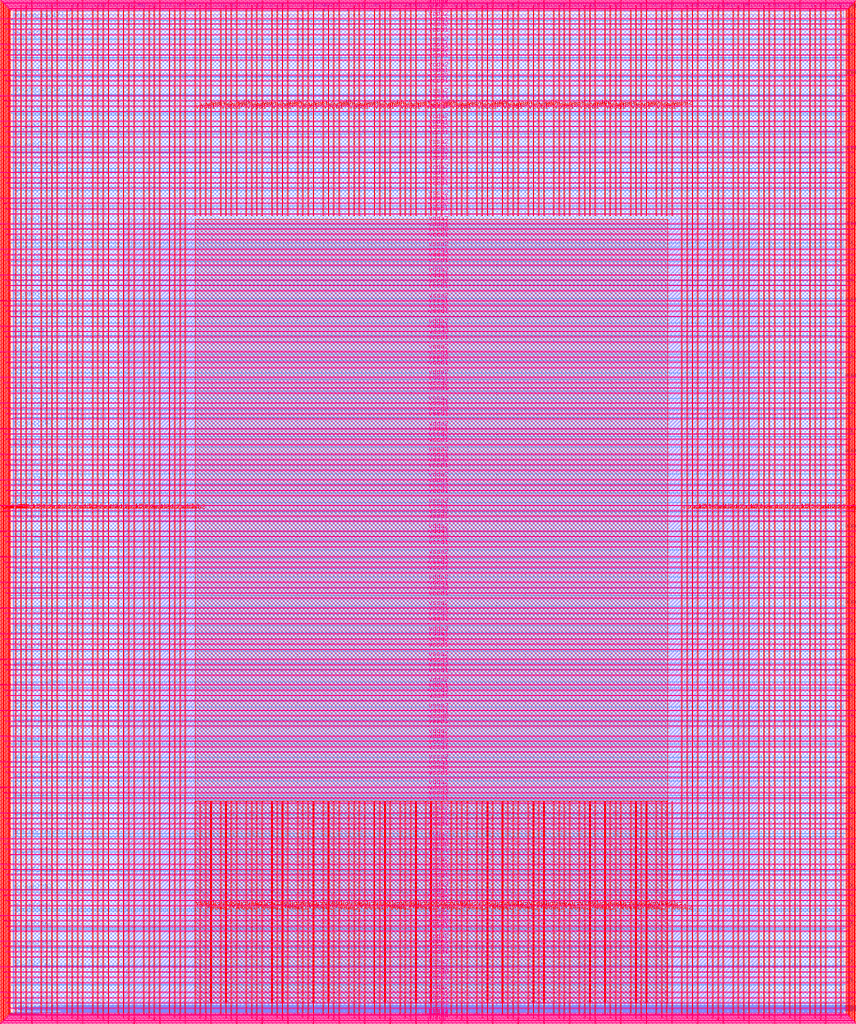
<source format=lef>
VERSION 5.7 ;
  NOWIREEXTENSIONATPIN ON ;
  DIVIDERCHAR "/" ;
  BUSBITCHARS "[]" ;
MACRO user_project_wrapper
  CLASS BLOCK ;
  FOREIGN user_project_wrapper ;
  ORIGIN 0.000 0.000 ;
  SIZE 2920.000 BY 3520.000 ;
  PIN analog_io[0]
    DIRECTION INOUT ;
    USE SIGNAL ;
    PORT
      LAYER met3 ;
        RECT 2917.600 1426.380 2924.800 1427.580 ;
    END
  END analog_io[0]
  PIN analog_io[10]
    DIRECTION INOUT ;
    USE SIGNAL ;
    PORT
      LAYER met2 ;
        RECT 2230.490 3517.600 2231.050 3524.800 ;
    END
  END analog_io[10]
  PIN analog_io[11]
    DIRECTION INOUT ;
    USE SIGNAL ;
    PORT
      LAYER met2 ;
        RECT 1905.730 3517.600 1906.290 3524.800 ;
    END
  END analog_io[11]
  PIN analog_io[12]
    DIRECTION INOUT ;
    USE SIGNAL ;
    PORT
      LAYER met2 ;
        RECT 1581.430 3517.600 1581.990 3524.800 ;
    END
  END analog_io[12]
  PIN analog_io[13]
    DIRECTION INOUT ;
    USE SIGNAL ;
    PORT
      LAYER met2 ;
        RECT 1257.130 3517.600 1257.690 3524.800 ;
    END
  END analog_io[13]
  PIN analog_io[14]
    DIRECTION INOUT ;
    USE SIGNAL ;
    PORT
      LAYER met2 ;
        RECT 932.370 3517.600 932.930 3524.800 ;
    END
  END analog_io[14]
  PIN analog_io[15]
    DIRECTION INOUT ;
    USE SIGNAL ;
    PORT
      LAYER met2 ;
        RECT 608.070 3517.600 608.630 3524.800 ;
    END
  END analog_io[15]
  PIN analog_io[16]
    DIRECTION INOUT ;
    USE SIGNAL ;
    PORT
      LAYER met2 ;
        RECT 283.770 3517.600 284.330 3524.800 ;
    END
  END analog_io[16]
  PIN analog_io[17]
    DIRECTION INOUT ;
    USE SIGNAL ;
    PORT
      LAYER met3 ;
        RECT -4.800 3486.100 2.400 3487.300 ;
    END
  END analog_io[17]
  PIN analog_io[18]
    DIRECTION INOUT ;
    USE SIGNAL ;
    PORT
      LAYER met3 ;
        RECT -4.800 3224.980 2.400 3226.180 ;
    END
  END analog_io[18]
  PIN analog_io[19]
    DIRECTION INOUT ;
    USE SIGNAL ;
    PORT
      LAYER met3 ;
        RECT -4.800 2964.540 2.400 2965.740 ;
    END
  END analog_io[19]
  PIN analog_io[1]
    DIRECTION INOUT ;
    USE SIGNAL ;
    PORT
      LAYER met3 ;
        RECT 2917.600 1692.260 2924.800 1693.460 ;
    END
  END analog_io[1]
  PIN analog_io[20]
    DIRECTION INOUT ;
    USE SIGNAL ;
    PORT
      LAYER met3 ;
        RECT -4.800 2703.420 2.400 2704.620 ;
    END
  END analog_io[20]
  PIN analog_io[21]
    DIRECTION INOUT ;
    USE SIGNAL ;
    PORT
      LAYER met3 ;
        RECT -4.800 2442.980 2.400 2444.180 ;
    END
  END analog_io[21]
  PIN analog_io[22]
    DIRECTION INOUT ;
    USE SIGNAL ;
    PORT
      LAYER met3 ;
        RECT -4.800 2182.540 2.400 2183.740 ;
    END
  END analog_io[22]
  PIN analog_io[23]
    DIRECTION INOUT ;
    USE SIGNAL ;
    PORT
      LAYER met3 ;
        RECT -4.800 1921.420 2.400 1922.620 ;
    END
  END analog_io[23]
  PIN analog_io[24]
    DIRECTION INOUT ;
    USE SIGNAL ;
    PORT
      LAYER met3 ;
        RECT -4.800 1660.980 2.400 1662.180 ;
    END
  END analog_io[24]
  PIN analog_io[25]
    DIRECTION INOUT ;
    USE SIGNAL ;
    PORT
      LAYER met3 ;
        RECT -4.800 1399.860 2.400 1401.060 ;
    END
  END analog_io[25]
  PIN analog_io[26]
    DIRECTION INOUT ;
    USE SIGNAL ;
    PORT
      LAYER met3 ;
        RECT -4.800 1139.420 2.400 1140.620 ;
    END
  END analog_io[26]
  PIN analog_io[27]
    DIRECTION INOUT ;
    USE SIGNAL ;
    PORT
      LAYER met3 ;
        RECT -4.800 878.980 2.400 880.180 ;
    END
  END analog_io[27]
  PIN analog_io[28]
    DIRECTION INOUT ;
    USE SIGNAL ;
    PORT
      LAYER met3 ;
        RECT -4.800 617.860 2.400 619.060 ;
    END
  END analog_io[28]
  PIN analog_io[2]
    DIRECTION INOUT ;
    USE SIGNAL ;
    PORT
      LAYER met3 ;
        RECT 2917.600 1958.140 2924.800 1959.340 ;
    END
  END analog_io[2]
  PIN analog_io[3]
    DIRECTION INOUT ;
    USE SIGNAL ;
    PORT
      LAYER met3 ;
        RECT 2917.600 2223.340 2924.800 2224.540 ;
    END
  END analog_io[3]
  PIN analog_io[4]
    DIRECTION INOUT ;
    USE SIGNAL ;
    PORT
      LAYER met3 ;
        RECT 2917.600 2489.220 2924.800 2490.420 ;
    END
  END analog_io[4]
  PIN analog_io[5]
    DIRECTION INOUT ;
    USE SIGNAL ;
    PORT
      LAYER met3 ;
        RECT 2917.600 2755.100 2924.800 2756.300 ;
    END
  END analog_io[5]
  PIN analog_io[6]
    DIRECTION INOUT ;
    USE SIGNAL ;
    PORT
      LAYER met3 ;
        RECT 2917.600 3020.300 2924.800 3021.500 ;
    END
  END analog_io[6]
  PIN analog_io[7]
    DIRECTION INOUT ;
    USE SIGNAL ;
    PORT
      LAYER met3 ;
        RECT 2917.600 3286.180 2924.800 3287.380 ;
    END
  END analog_io[7]
  PIN analog_io[8]
    DIRECTION INOUT ;
    USE SIGNAL ;
    PORT
      LAYER met2 ;
        RECT 2879.090 3517.600 2879.650 3524.800 ;
    END
  END analog_io[8]
  PIN analog_io[9]
    DIRECTION INOUT ;
    USE SIGNAL ;
    PORT
      LAYER met2 ;
        RECT 2554.790 3517.600 2555.350 3524.800 ;
    END
  END analog_io[9]
  PIN io_in[0]
    DIRECTION INPUT ;
    USE SIGNAL ;
    PORT
      LAYER met3 ;
        RECT 2917.600 32.380 2924.800 33.580 ;
    END
  END io_in[0]
  PIN io_in[10]
    DIRECTION INPUT ;
    USE SIGNAL ;
    PORT
      LAYER met3 ;
        RECT 2917.600 2289.980 2924.800 2291.180 ;
    END
  END io_in[10]
  PIN io_in[11]
    DIRECTION INPUT ;
    USE SIGNAL ;
    PORT
      LAYER met3 ;
        RECT 2917.600 2555.860 2924.800 2557.060 ;
    END
  END io_in[11]
  PIN io_in[12]
    DIRECTION INPUT ;
    USE SIGNAL ;
    PORT
      LAYER met3 ;
        RECT 2917.600 2821.060 2924.800 2822.260 ;
    END
  END io_in[12]
  PIN io_in[13]
    DIRECTION INPUT ;
    USE SIGNAL ;
    PORT
      LAYER met3 ;
        RECT 2917.600 3086.940 2924.800 3088.140 ;
    END
  END io_in[13]
  PIN io_in[14]
    DIRECTION INPUT ;
    USE SIGNAL ;
    PORT
      LAYER met3 ;
        RECT 2917.600 3352.820 2924.800 3354.020 ;
    END
  END io_in[14]
  PIN io_in[15]
    DIRECTION INPUT ;
    USE SIGNAL ;
    PORT
      LAYER met2 ;
        RECT 2798.130 3517.600 2798.690 3524.800 ;
    END
  END io_in[15]
  PIN io_in[16]
    DIRECTION INPUT ;
    USE SIGNAL ;
    PORT
      LAYER met2 ;
        RECT 2473.830 3517.600 2474.390 3524.800 ;
    END
  END io_in[16]
  PIN io_in[17]
    DIRECTION INPUT ;
    USE SIGNAL ;
    PORT
      LAYER met2 ;
        RECT 2149.070 3517.600 2149.630 3524.800 ;
    END
  END io_in[17]
  PIN io_in[18]
    DIRECTION INPUT ;
    USE SIGNAL ;
    PORT
      LAYER met2 ;
        RECT 1824.770 3517.600 1825.330 3524.800 ;
    END
  END io_in[18]
  PIN io_in[19]
    DIRECTION INPUT ;
    USE SIGNAL ;
    PORT
      LAYER met2 ;
        RECT 1500.470 3517.600 1501.030 3524.800 ;
    END
  END io_in[19]
  PIN io_in[1]
    DIRECTION INPUT ;
    USE SIGNAL ;
    PORT
      LAYER met3 ;
        RECT 2917.600 230.940 2924.800 232.140 ;
    END
  END io_in[1]
  PIN io_in[20]
    DIRECTION INPUT ;
    USE SIGNAL ;
    PORT
      LAYER met2 ;
        RECT 1175.710 3517.600 1176.270 3524.800 ;
    END
  END io_in[20]
  PIN io_in[21]
    DIRECTION INPUT ;
    USE SIGNAL ;
    PORT
      LAYER met2 ;
        RECT 851.410 3517.600 851.970 3524.800 ;
    END
  END io_in[21]
  PIN io_in[22]
    DIRECTION INPUT ;
    USE SIGNAL ;
    PORT
      LAYER met2 ;
        RECT 527.110 3517.600 527.670 3524.800 ;
    END
  END io_in[22]
  PIN io_in[23]
    DIRECTION INPUT ;
    USE SIGNAL ;
    PORT
      LAYER met2 ;
        RECT 202.350 3517.600 202.910 3524.800 ;
    END
  END io_in[23]
  PIN io_in[24]
    DIRECTION INPUT ;
    USE SIGNAL ;
    PORT
      LAYER met3 ;
        RECT -4.800 3420.820 2.400 3422.020 ;
    END
  END io_in[24]
  PIN io_in[25]
    DIRECTION INPUT ;
    USE SIGNAL ;
    PORT
      LAYER met3 ;
        RECT -4.800 3159.700 2.400 3160.900 ;
    END
  END io_in[25]
  PIN io_in[26]
    DIRECTION INPUT ;
    USE SIGNAL ;
    PORT
      LAYER met3 ;
        RECT -4.800 2899.260 2.400 2900.460 ;
    END
  END io_in[26]
  PIN io_in[27]
    DIRECTION INPUT ;
    USE SIGNAL ;
    PORT
      LAYER met3 ;
        RECT -4.800 2638.820 2.400 2640.020 ;
    END
  END io_in[27]
  PIN io_in[28]
    DIRECTION INPUT ;
    USE SIGNAL ;
    PORT
      LAYER met3 ;
        RECT -4.800 2377.700 2.400 2378.900 ;
    END
  END io_in[28]
  PIN io_in[29]
    DIRECTION INPUT ;
    USE SIGNAL ;
    PORT
      LAYER met3 ;
        RECT -4.800 2117.260 2.400 2118.460 ;
    END
  END io_in[29]
  PIN io_in[2]
    DIRECTION INPUT ;
    USE SIGNAL ;
    PORT
      LAYER met3 ;
        RECT 2917.600 430.180 2924.800 431.380 ;
    END
  END io_in[2]
  PIN io_in[30]
    DIRECTION INPUT ;
    USE SIGNAL ;
    PORT
      LAYER met3 ;
        RECT -4.800 1856.140 2.400 1857.340 ;
    END
  END io_in[30]
  PIN io_in[31]
    DIRECTION INPUT ;
    USE SIGNAL ;
    PORT
      LAYER met3 ;
        RECT -4.800 1595.700 2.400 1596.900 ;
    END
  END io_in[31]
  PIN io_in[32]
    DIRECTION INPUT ;
    USE SIGNAL ;
    PORT
      LAYER met3 ;
        RECT -4.800 1335.260 2.400 1336.460 ;
    END
  END io_in[32]
  PIN io_in[33]
    DIRECTION INPUT ;
    USE SIGNAL ;
    PORT
      LAYER met3 ;
        RECT -4.800 1074.140 2.400 1075.340 ;
    END
  END io_in[33]
  PIN io_in[34]
    DIRECTION INPUT ;
    USE SIGNAL ;
    PORT
      LAYER met3 ;
        RECT -4.800 813.700 2.400 814.900 ;
    END
  END io_in[34]
  PIN io_in[35]
    DIRECTION INPUT ;
    USE SIGNAL ;
    PORT
      LAYER met3 ;
        RECT -4.800 552.580 2.400 553.780 ;
    END
  END io_in[35]
  PIN io_in[36]
    DIRECTION INPUT ;
    USE SIGNAL ;
    PORT
      LAYER met3 ;
        RECT -4.800 357.420 2.400 358.620 ;
    END
  END io_in[36]
  PIN io_in[37]
    DIRECTION INPUT ;
    USE SIGNAL ;
    PORT
      LAYER met3 ;
        RECT -4.800 161.580 2.400 162.780 ;
    END
  END io_in[37]
  PIN io_in[3]
    DIRECTION INPUT ;
    USE SIGNAL ;
    PORT
      LAYER met3 ;
        RECT 2917.600 629.420 2924.800 630.620 ;
    END
  END io_in[3]
  PIN io_in[4]
    DIRECTION INPUT ;
    USE SIGNAL ;
    PORT
      LAYER met3 ;
        RECT 2917.600 828.660 2924.800 829.860 ;
    END
  END io_in[4]
  PIN io_in[5]
    DIRECTION INPUT ;
    USE SIGNAL ;
    PORT
      LAYER met3 ;
        RECT 2917.600 1027.900 2924.800 1029.100 ;
    END
  END io_in[5]
  PIN io_in[6]
    DIRECTION INPUT ;
    USE SIGNAL ;
    PORT
      LAYER met3 ;
        RECT 2917.600 1227.140 2924.800 1228.340 ;
    END
  END io_in[6]
  PIN io_in[7]
    DIRECTION INPUT ;
    USE SIGNAL ;
    PORT
      LAYER met3 ;
        RECT 2917.600 1493.020 2924.800 1494.220 ;
    END
  END io_in[7]
  PIN io_in[8]
    DIRECTION INPUT ;
    USE SIGNAL ;
    PORT
      LAYER met3 ;
        RECT 2917.600 1758.900 2924.800 1760.100 ;
    END
  END io_in[8]
  PIN io_in[9]
    DIRECTION INPUT ;
    USE SIGNAL ;
    PORT
      LAYER met3 ;
        RECT 2917.600 2024.100 2924.800 2025.300 ;
    END
  END io_in[9]
  PIN io_oeb[0]
    DIRECTION OUTPUT TRISTATE ;
    USE SIGNAL ;
    PORT
      LAYER met3 ;
        RECT 2917.600 164.980 2924.800 166.180 ;
    END
  END io_oeb[0]
  PIN io_oeb[10]
    DIRECTION OUTPUT TRISTATE ;
    USE SIGNAL ;
    PORT
      LAYER met3 ;
        RECT 2917.600 2422.580 2924.800 2423.780 ;
    END
  END io_oeb[10]
  PIN io_oeb[11]
    DIRECTION OUTPUT TRISTATE ;
    USE SIGNAL ;
    PORT
      LAYER met3 ;
        RECT 2917.600 2688.460 2924.800 2689.660 ;
    END
  END io_oeb[11]
  PIN io_oeb[12]
    DIRECTION OUTPUT TRISTATE ;
    USE SIGNAL ;
    PORT
      LAYER met3 ;
        RECT 2917.600 2954.340 2924.800 2955.540 ;
    END
  END io_oeb[12]
  PIN io_oeb[13]
    DIRECTION OUTPUT TRISTATE ;
    USE SIGNAL ;
    PORT
      LAYER met3 ;
        RECT 2917.600 3219.540 2924.800 3220.740 ;
    END
  END io_oeb[13]
  PIN io_oeb[14]
    DIRECTION OUTPUT TRISTATE ;
    USE SIGNAL ;
    PORT
      LAYER met3 ;
        RECT 2917.600 3485.420 2924.800 3486.620 ;
    END
  END io_oeb[14]
  PIN io_oeb[15]
    DIRECTION OUTPUT TRISTATE ;
    USE SIGNAL ;
    PORT
      LAYER met2 ;
        RECT 2635.750 3517.600 2636.310 3524.800 ;
    END
  END io_oeb[15]
  PIN io_oeb[16]
    DIRECTION OUTPUT TRISTATE ;
    USE SIGNAL ;
    PORT
      LAYER met2 ;
        RECT 2311.450 3517.600 2312.010 3524.800 ;
    END
  END io_oeb[16]
  PIN io_oeb[17]
    DIRECTION OUTPUT TRISTATE ;
    USE SIGNAL ;
    PORT
      LAYER met2 ;
        RECT 1987.150 3517.600 1987.710 3524.800 ;
    END
  END io_oeb[17]
  PIN io_oeb[18]
    DIRECTION OUTPUT TRISTATE ;
    USE SIGNAL ;
    PORT
      LAYER met2 ;
        RECT 1662.390 3517.600 1662.950 3524.800 ;
    END
  END io_oeb[18]
  PIN io_oeb[19]
    DIRECTION OUTPUT TRISTATE ;
    USE SIGNAL ;
    PORT
      LAYER met2 ;
        RECT 1338.090 3517.600 1338.650 3524.800 ;
    END
  END io_oeb[19]
  PIN io_oeb[1]
    DIRECTION OUTPUT TRISTATE ;
    USE SIGNAL ;
    PORT
      LAYER met3 ;
        RECT 2917.600 364.220 2924.800 365.420 ;
    END
  END io_oeb[1]
  PIN io_oeb[20]
    DIRECTION OUTPUT TRISTATE ;
    USE SIGNAL ;
    PORT
      LAYER met2 ;
        RECT 1013.790 3517.600 1014.350 3524.800 ;
    END
  END io_oeb[20]
  PIN io_oeb[21]
    DIRECTION OUTPUT TRISTATE ;
    USE SIGNAL ;
    PORT
      LAYER met2 ;
        RECT 689.030 3517.600 689.590 3524.800 ;
    END
  END io_oeb[21]
  PIN io_oeb[22]
    DIRECTION OUTPUT TRISTATE ;
    USE SIGNAL ;
    PORT
      LAYER met2 ;
        RECT 364.730 3517.600 365.290 3524.800 ;
    END
  END io_oeb[22]
  PIN io_oeb[23]
    DIRECTION OUTPUT TRISTATE ;
    USE SIGNAL ;
    PORT
      LAYER met2 ;
        RECT 40.430 3517.600 40.990 3524.800 ;
    END
  END io_oeb[23]
  PIN io_oeb[24]
    DIRECTION OUTPUT TRISTATE ;
    USE SIGNAL ;
    PORT
      LAYER met3 ;
        RECT -4.800 3290.260 2.400 3291.460 ;
    END
  END io_oeb[24]
  PIN io_oeb[25]
    DIRECTION OUTPUT TRISTATE ;
    USE SIGNAL ;
    PORT
      LAYER met3 ;
        RECT -4.800 3029.820 2.400 3031.020 ;
    END
  END io_oeb[25]
  PIN io_oeb[26]
    DIRECTION OUTPUT TRISTATE ;
    USE SIGNAL ;
    PORT
      LAYER met3 ;
        RECT -4.800 2768.700 2.400 2769.900 ;
    END
  END io_oeb[26]
  PIN io_oeb[27]
    DIRECTION OUTPUT TRISTATE ;
    USE SIGNAL ;
    PORT
      LAYER met3 ;
        RECT -4.800 2508.260 2.400 2509.460 ;
    END
  END io_oeb[27]
  PIN io_oeb[28]
    DIRECTION OUTPUT TRISTATE ;
    USE SIGNAL ;
    PORT
      LAYER met3 ;
        RECT -4.800 2247.140 2.400 2248.340 ;
    END
  END io_oeb[28]
  PIN io_oeb[29]
    DIRECTION OUTPUT TRISTATE ;
    USE SIGNAL ;
    PORT
      LAYER met3 ;
        RECT -4.800 1986.700 2.400 1987.900 ;
    END
  END io_oeb[29]
  PIN io_oeb[2]
    DIRECTION OUTPUT TRISTATE ;
    USE SIGNAL ;
    PORT
      LAYER met3 ;
        RECT 2917.600 563.460 2924.800 564.660 ;
    END
  END io_oeb[2]
  PIN io_oeb[30]
    DIRECTION OUTPUT TRISTATE ;
    USE SIGNAL ;
    PORT
      LAYER met3 ;
        RECT -4.800 1726.260 2.400 1727.460 ;
    END
  END io_oeb[30]
  PIN io_oeb[31]
    DIRECTION OUTPUT TRISTATE ;
    USE SIGNAL ;
    PORT
      LAYER met3 ;
        RECT -4.800 1465.140 2.400 1466.340 ;
    END
  END io_oeb[31]
  PIN io_oeb[32]
    DIRECTION OUTPUT TRISTATE ;
    USE SIGNAL ;
    PORT
      LAYER met3 ;
        RECT -4.800 1204.700 2.400 1205.900 ;
    END
  END io_oeb[32]
  PIN io_oeb[33]
    DIRECTION OUTPUT TRISTATE ;
    USE SIGNAL ;
    PORT
      LAYER met3 ;
        RECT -4.800 943.580 2.400 944.780 ;
    END
  END io_oeb[33]
  PIN io_oeb[34]
    DIRECTION OUTPUT TRISTATE ;
    USE SIGNAL ;
    PORT
      LAYER met3 ;
        RECT -4.800 683.140 2.400 684.340 ;
    END
  END io_oeb[34]
  PIN io_oeb[35]
    DIRECTION OUTPUT TRISTATE ;
    USE SIGNAL ;
    PORT
      LAYER met3 ;
        RECT -4.800 422.700 2.400 423.900 ;
    END
  END io_oeb[35]
  PIN io_oeb[36]
    DIRECTION OUTPUT TRISTATE ;
    USE SIGNAL ;
    PORT
      LAYER met3 ;
        RECT -4.800 226.860 2.400 228.060 ;
    END
  END io_oeb[36]
  PIN io_oeb[37]
    DIRECTION OUTPUT TRISTATE ;
    USE SIGNAL ;
    PORT
      LAYER met3 ;
        RECT -4.800 31.700 2.400 32.900 ;
    END
  END io_oeb[37]
  PIN io_oeb[3]
    DIRECTION OUTPUT TRISTATE ;
    USE SIGNAL ;
    PORT
      LAYER met3 ;
        RECT 2917.600 762.700 2924.800 763.900 ;
    END
  END io_oeb[3]
  PIN io_oeb[4]
    DIRECTION OUTPUT TRISTATE ;
    USE SIGNAL ;
    PORT
      LAYER met3 ;
        RECT 2917.600 961.940 2924.800 963.140 ;
    END
  END io_oeb[4]
  PIN io_oeb[5]
    DIRECTION OUTPUT TRISTATE ;
    USE SIGNAL ;
    PORT
      LAYER met3 ;
        RECT 2917.600 1161.180 2924.800 1162.380 ;
    END
  END io_oeb[5]
  PIN io_oeb[6]
    DIRECTION OUTPUT TRISTATE ;
    USE SIGNAL ;
    PORT
      LAYER met3 ;
        RECT 2917.600 1360.420 2924.800 1361.620 ;
    END
  END io_oeb[6]
  PIN io_oeb[7]
    DIRECTION OUTPUT TRISTATE ;
    USE SIGNAL ;
    PORT
      LAYER met3 ;
        RECT 2917.600 1625.620 2924.800 1626.820 ;
    END
  END io_oeb[7]
  PIN io_oeb[8]
    DIRECTION OUTPUT TRISTATE ;
    USE SIGNAL ;
    PORT
      LAYER met3 ;
        RECT 2917.600 1891.500 2924.800 1892.700 ;
    END
  END io_oeb[8]
  PIN io_oeb[9]
    DIRECTION OUTPUT TRISTATE ;
    USE SIGNAL ;
    PORT
      LAYER met3 ;
        RECT 2917.600 2157.380 2924.800 2158.580 ;
    END
  END io_oeb[9]
  PIN io_out[0]
    DIRECTION OUTPUT TRISTATE ;
    USE SIGNAL ;
    PORT
      LAYER met3 ;
        RECT 2917.600 98.340 2924.800 99.540 ;
    END
  END io_out[0]
  PIN io_out[10]
    DIRECTION OUTPUT TRISTATE ;
    USE SIGNAL ;
    PORT
      LAYER met3 ;
        RECT 2917.600 2356.620 2924.800 2357.820 ;
    END
  END io_out[10]
  PIN io_out[11]
    DIRECTION OUTPUT TRISTATE ;
    USE SIGNAL ;
    PORT
      LAYER met3 ;
        RECT 2917.600 2621.820 2924.800 2623.020 ;
    END
  END io_out[11]
  PIN io_out[12]
    DIRECTION OUTPUT TRISTATE ;
    USE SIGNAL ;
    PORT
      LAYER met3 ;
        RECT 2917.600 2887.700 2924.800 2888.900 ;
    END
  END io_out[12]
  PIN io_out[13]
    DIRECTION OUTPUT TRISTATE ;
    USE SIGNAL ;
    PORT
      LAYER met3 ;
        RECT 2917.600 3153.580 2924.800 3154.780 ;
    END
  END io_out[13]
  PIN io_out[14]
    DIRECTION OUTPUT TRISTATE ;
    USE SIGNAL ;
    PORT
      LAYER met3 ;
        RECT 2917.600 3418.780 2924.800 3419.980 ;
    END
  END io_out[14]
  PIN io_out[15]
    DIRECTION OUTPUT TRISTATE ;
    USE SIGNAL ;
    PORT
      LAYER met2 ;
        RECT 2717.170 3517.600 2717.730 3524.800 ;
    END
  END io_out[15]
  PIN io_out[16]
    DIRECTION OUTPUT TRISTATE ;
    USE SIGNAL ;
    PORT
      LAYER met2 ;
        RECT 2392.410 3517.600 2392.970 3524.800 ;
    END
  END io_out[16]
  PIN io_out[17]
    DIRECTION OUTPUT TRISTATE ;
    USE SIGNAL ;
    PORT
      LAYER met2 ;
        RECT 2068.110 3517.600 2068.670 3524.800 ;
    END
  END io_out[17]
  PIN io_out[18]
    DIRECTION OUTPUT TRISTATE ;
    USE SIGNAL ;
    PORT
      LAYER met2 ;
        RECT 1743.810 3517.600 1744.370 3524.800 ;
    END
  END io_out[18]
  PIN io_out[19]
    DIRECTION OUTPUT TRISTATE ;
    USE SIGNAL ;
    PORT
      LAYER met2 ;
        RECT 1419.050 3517.600 1419.610 3524.800 ;
    END
  END io_out[19]
  PIN io_out[1]
    DIRECTION OUTPUT TRISTATE ;
    USE SIGNAL ;
    PORT
      LAYER met3 ;
        RECT 2917.600 297.580 2924.800 298.780 ;
    END
  END io_out[1]
  PIN io_out[20]
    DIRECTION OUTPUT TRISTATE ;
    USE SIGNAL ;
    PORT
      LAYER met2 ;
        RECT 1094.750 3517.600 1095.310 3524.800 ;
    END
  END io_out[20]
  PIN io_out[21]
    DIRECTION OUTPUT TRISTATE ;
    USE SIGNAL ;
    PORT
      LAYER met2 ;
        RECT 770.450 3517.600 771.010 3524.800 ;
    END
  END io_out[21]
  PIN io_out[22]
    DIRECTION OUTPUT TRISTATE ;
    USE SIGNAL ;
    PORT
      LAYER met2 ;
        RECT 445.690 3517.600 446.250 3524.800 ;
    END
  END io_out[22]
  PIN io_out[23]
    DIRECTION OUTPUT TRISTATE ;
    USE SIGNAL ;
    PORT
      LAYER met2 ;
        RECT 121.390 3517.600 121.950 3524.800 ;
    END
  END io_out[23]
  PIN io_out[24]
    DIRECTION OUTPUT TRISTATE ;
    USE SIGNAL ;
    PORT
      LAYER met3 ;
        RECT -4.800 3355.540 2.400 3356.740 ;
    END
  END io_out[24]
  PIN io_out[25]
    DIRECTION OUTPUT TRISTATE ;
    USE SIGNAL ;
    PORT
      LAYER met3 ;
        RECT -4.800 3095.100 2.400 3096.300 ;
    END
  END io_out[25]
  PIN io_out[26]
    DIRECTION OUTPUT TRISTATE ;
    USE SIGNAL ;
    PORT
      LAYER met3 ;
        RECT -4.800 2833.980 2.400 2835.180 ;
    END
  END io_out[26]
  PIN io_out[27]
    DIRECTION OUTPUT TRISTATE ;
    USE SIGNAL ;
    PORT
      LAYER met3 ;
        RECT -4.800 2573.540 2.400 2574.740 ;
    END
  END io_out[27]
  PIN io_out[28]
    DIRECTION OUTPUT TRISTATE ;
    USE SIGNAL ;
    PORT
      LAYER met3 ;
        RECT -4.800 2312.420 2.400 2313.620 ;
    END
  END io_out[28]
  PIN io_out[29]
    DIRECTION OUTPUT TRISTATE ;
    USE SIGNAL ;
    PORT
      LAYER met3 ;
        RECT -4.800 2051.980 2.400 2053.180 ;
    END
  END io_out[29]
  PIN io_out[2]
    DIRECTION OUTPUT TRISTATE ;
    USE SIGNAL ;
    PORT
      LAYER met3 ;
        RECT 2917.600 496.820 2924.800 498.020 ;
    END
  END io_out[2]
  PIN io_out[30]
    DIRECTION OUTPUT TRISTATE ;
    USE SIGNAL ;
    PORT
      LAYER met3 ;
        RECT -4.800 1791.540 2.400 1792.740 ;
    END
  END io_out[30]
  PIN io_out[31]
    DIRECTION OUTPUT TRISTATE ;
    USE SIGNAL ;
    PORT
      LAYER met3 ;
        RECT -4.800 1530.420 2.400 1531.620 ;
    END
  END io_out[31]
  PIN io_out[32]
    DIRECTION OUTPUT TRISTATE ;
    USE SIGNAL ;
    PORT
      LAYER met3 ;
        RECT -4.800 1269.980 2.400 1271.180 ;
    END
  END io_out[32]
  PIN io_out[33]
    DIRECTION OUTPUT TRISTATE ;
    USE SIGNAL ;
    PORT
      LAYER met3 ;
        RECT -4.800 1008.860 2.400 1010.060 ;
    END
  END io_out[33]
  PIN io_out[34]
    DIRECTION OUTPUT TRISTATE ;
    USE SIGNAL ;
    PORT
      LAYER met3 ;
        RECT -4.800 748.420 2.400 749.620 ;
    END
  END io_out[34]
  PIN io_out[35]
    DIRECTION OUTPUT TRISTATE ;
    USE SIGNAL ;
    PORT
      LAYER met3 ;
        RECT -4.800 487.300 2.400 488.500 ;
    END
  END io_out[35]
  PIN io_out[36]
    DIRECTION OUTPUT TRISTATE ;
    USE SIGNAL ;
    PORT
      LAYER met3 ;
        RECT -4.800 292.140 2.400 293.340 ;
    END
  END io_out[36]
  PIN io_out[37]
    DIRECTION OUTPUT TRISTATE ;
    USE SIGNAL ;
    PORT
      LAYER met3 ;
        RECT -4.800 96.300 2.400 97.500 ;
    END
  END io_out[37]
  PIN io_out[3]
    DIRECTION OUTPUT TRISTATE ;
    USE SIGNAL ;
    PORT
      LAYER met3 ;
        RECT 2917.600 696.060 2924.800 697.260 ;
    END
  END io_out[3]
  PIN io_out[4]
    DIRECTION OUTPUT TRISTATE ;
    USE SIGNAL ;
    PORT
      LAYER met3 ;
        RECT 2917.600 895.300 2924.800 896.500 ;
    END
  END io_out[4]
  PIN io_out[5]
    DIRECTION OUTPUT TRISTATE ;
    USE SIGNAL ;
    PORT
      LAYER met3 ;
        RECT 2917.600 1094.540 2924.800 1095.740 ;
    END
  END io_out[5]
  PIN io_out[6]
    DIRECTION OUTPUT TRISTATE ;
    USE SIGNAL ;
    PORT
      LAYER met3 ;
        RECT 2917.600 1293.780 2924.800 1294.980 ;
    END
  END io_out[6]
  PIN io_out[7]
    DIRECTION OUTPUT TRISTATE ;
    USE SIGNAL ;
    PORT
      LAYER met3 ;
        RECT 2917.600 1559.660 2924.800 1560.860 ;
    END
  END io_out[7]
  PIN io_out[8]
    DIRECTION OUTPUT TRISTATE ;
    USE SIGNAL ;
    PORT
      LAYER met3 ;
        RECT 2917.600 1824.860 2924.800 1826.060 ;
    END
  END io_out[8]
  PIN io_out[9]
    DIRECTION OUTPUT TRISTATE ;
    USE SIGNAL ;
    PORT
      LAYER met3 ;
        RECT 2917.600 2090.740 2924.800 2091.940 ;
    END
  END io_out[9]
  PIN la_data_in[0]
    DIRECTION INPUT ;
    USE SIGNAL ;
    PORT
      LAYER met2 ;
        RECT 629.230 -4.800 629.790 2.400 ;
    END
  END la_data_in[0]
  PIN la_data_in[100]
    DIRECTION INPUT ;
    USE SIGNAL ;
    PORT
      LAYER met2 ;
        RECT 2402.530 -4.800 2403.090 2.400 ;
    END
  END la_data_in[100]
  PIN la_data_in[101]
    DIRECTION INPUT ;
    USE SIGNAL ;
    PORT
      LAYER met2 ;
        RECT 2420.010 -4.800 2420.570 2.400 ;
    END
  END la_data_in[101]
  PIN la_data_in[102]
    DIRECTION INPUT ;
    USE SIGNAL ;
    PORT
      LAYER met2 ;
        RECT 2437.950 -4.800 2438.510 2.400 ;
    END
  END la_data_in[102]
  PIN la_data_in[103]
    DIRECTION INPUT ;
    USE SIGNAL ;
    PORT
      LAYER met2 ;
        RECT 2455.430 -4.800 2455.990 2.400 ;
    END
  END la_data_in[103]
  PIN la_data_in[104]
    DIRECTION INPUT ;
    USE SIGNAL ;
    PORT
      LAYER met2 ;
        RECT 2473.370 -4.800 2473.930 2.400 ;
    END
  END la_data_in[104]
  PIN la_data_in[105]
    DIRECTION INPUT ;
    USE SIGNAL ;
    PORT
      LAYER met2 ;
        RECT 2490.850 -4.800 2491.410 2.400 ;
    END
  END la_data_in[105]
  PIN la_data_in[106]
    DIRECTION INPUT ;
    USE SIGNAL ;
    PORT
      LAYER met2 ;
        RECT 2508.790 -4.800 2509.350 2.400 ;
    END
  END la_data_in[106]
  PIN la_data_in[107]
    DIRECTION INPUT ;
    USE SIGNAL ;
    PORT
      LAYER met2 ;
        RECT 2526.730 -4.800 2527.290 2.400 ;
    END
  END la_data_in[107]
  PIN la_data_in[108]
    DIRECTION INPUT ;
    USE SIGNAL ;
    PORT
      LAYER met2 ;
        RECT 2544.210 -4.800 2544.770 2.400 ;
    END
  END la_data_in[108]
  PIN la_data_in[109]
    DIRECTION INPUT ;
    USE SIGNAL ;
    PORT
      LAYER met2 ;
        RECT 2562.150 -4.800 2562.710 2.400 ;
    END
  END la_data_in[109]
  PIN la_data_in[10]
    DIRECTION INPUT ;
    USE SIGNAL ;
    PORT
      LAYER met2 ;
        RECT 806.330 -4.800 806.890 2.400 ;
    END
  END la_data_in[10]
  PIN la_data_in[110]
    DIRECTION INPUT ;
    USE SIGNAL ;
    PORT
      LAYER met2 ;
        RECT 2579.630 -4.800 2580.190 2.400 ;
    END
  END la_data_in[110]
  PIN la_data_in[111]
    DIRECTION INPUT ;
    USE SIGNAL ;
    PORT
      LAYER met2 ;
        RECT 2597.570 -4.800 2598.130 2.400 ;
    END
  END la_data_in[111]
  PIN la_data_in[112]
    DIRECTION INPUT ;
    USE SIGNAL ;
    PORT
      LAYER met2 ;
        RECT 2615.050 -4.800 2615.610 2.400 ;
    END
  END la_data_in[112]
  PIN la_data_in[113]
    DIRECTION INPUT ;
    USE SIGNAL ;
    PORT
      LAYER met2 ;
        RECT 2632.990 -4.800 2633.550 2.400 ;
    END
  END la_data_in[113]
  PIN la_data_in[114]
    DIRECTION INPUT ;
    USE SIGNAL ;
    PORT
      LAYER met2 ;
        RECT 2650.470 -4.800 2651.030 2.400 ;
    END
  END la_data_in[114]
  PIN la_data_in[115]
    DIRECTION INPUT ;
    USE SIGNAL ;
    PORT
      LAYER met2 ;
        RECT 2668.410 -4.800 2668.970 2.400 ;
    END
  END la_data_in[115]
  PIN la_data_in[116]
    DIRECTION INPUT ;
    USE SIGNAL ;
    PORT
      LAYER met2 ;
        RECT 2685.890 -4.800 2686.450 2.400 ;
    END
  END la_data_in[116]
  PIN la_data_in[117]
    DIRECTION INPUT ;
    USE SIGNAL ;
    PORT
      LAYER met2 ;
        RECT 2703.830 -4.800 2704.390 2.400 ;
    END
  END la_data_in[117]
  PIN la_data_in[118]
    DIRECTION INPUT ;
    USE SIGNAL ;
    PORT
      LAYER met2 ;
        RECT 2721.770 -4.800 2722.330 2.400 ;
    END
  END la_data_in[118]
  PIN la_data_in[119]
    DIRECTION INPUT ;
    USE SIGNAL ;
    PORT
      LAYER met2 ;
        RECT 2739.250 -4.800 2739.810 2.400 ;
    END
  END la_data_in[119]
  PIN la_data_in[11]
    DIRECTION INPUT ;
    USE SIGNAL ;
    PORT
      LAYER met2 ;
        RECT 824.270 -4.800 824.830 2.400 ;
    END
  END la_data_in[11]
  PIN la_data_in[120]
    DIRECTION INPUT ;
    USE SIGNAL ;
    PORT
      LAYER met2 ;
        RECT 2757.190 -4.800 2757.750 2.400 ;
    END
  END la_data_in[120]
  PIN la_data_in[121]
    DIRECTION INPUT ;
    USE SIGNAL ;
    PORT
      LAYER met2 ;
        RECT 2774.670 -4.800 2775.230 2.400 ;
    END
  END la_data_in[121]
  PIN la_data_in[122]
    DIRECTION INPUT ;
    USE SIGNAL ;
    PORT
      LAYER met2 ;
        RECT 2792.610 -4.800 2793.170 2.400 ;
    END
  END la_data_in[122]
  PIN la_data_in[123]
    DIRECTION INPUT ;
    USE SIGNAL ;
    PORT
      LAYER met2 ;
        RECT 2810.090 -4.800 2810.650 2.400 ;
    END
  END la_data_in[123]
  PIN la_data_in[124]
    DIRECTION INPUT ;
    USE SIGNAL ;
    PORT
      LAYER met2 ;
        RECT 2828.030 -4.800 2828.590 2.400 ;
    END
  END la_data_in[124]
  PIN la_data_in[125]
    DIRECTION INPUT ;
    USE SIGNAL ;
    PORT
      LAYER met2 ;
        RECT 2845.510 -4.800 2846.070 2.400 ;
    END
  END la_data_in[125]
  PIN la_data_in[126]
    DIRECTION INPUT ;
    USE SIGNAL ;
    PORT
      LAYER met2 ;
        RECT 2863.450 -4.800 2864.010 2.400 ;
    END
  END la_data_in[126]
  PIN la_data_in[127]
    DIRECTION INPUT ;
    USE SIGNAL ;
    PORT
      LAYER met2 ;
        RECT 2881.390 -4.800 2881.950 2.400 ;
    END
  END la_data_in[127]
  PIN la_data_in[12]
    DIRECTION INPUT ;
    USE SIGNAL ;
    PORT
      LAYER met2 ;
        RECT 841.750 -4.800 842.310 2.400 ;
    END
  END la_data_in[12]
  PIN la_data_in[13]
    DIRECTION INPUT ;
    USE SIGNAL ;
    PORT
      LAYER met2 ;
        RECT 859.690 -4.800 860.250 2.400 ;
    END
  END la_data_in[13]
  PIN la_data_in[14]
    DIRECTION INPUT ;
    USE SIGNAL ;
    PORT
      LAYER met2 ;
        RECT 877.170 -4.800 877.730 2.400 ;
    END
  END la_data_in[14]
  PIN la_data_in[15]
    DIRECTION INPUT ;
    USE SIGNAL ;
    PORT
      LAYER met2 ;
        RECT 895.110 -4.800 895.670 2.400 ;
    END
  END la_data_in[15]
  PIN la_data_in[16]
    DIRECTION INPUT ;
    USE SIGNAL ;
    PORT
      LAYER met2 ;
        RECT 912.590 -4.800 913.150 2.400 ;
    END
  END la_data_in[16]
  PIN la_data_in[17]
    DIRECTION INPUT ;
    USE SIGNAL ;
    PORT
      LAYER met2 ;
        RECT 930.530 -4.800 931.090 2.400 ;
    END
  END la_data_in[17]
  PIN la_data_in[18]
    DIRECTION INPUT ;
    USE SIGNAL ;
    PORT
      LAYER met2 ;
        RECT 948.470 -4.800 949.030 2.400 ;
    END
  END la_data_in[18]
  PIN la_data_in[19]
    DIRECTION INPUT ;
    USE SIGNAL ;
    PORT
      LAYER met2 ;
        RECT 965.950 -4.800 966.510 2.400 ;
    END
  END la_data_in[19]
  PIN la_data_in[1]
    DIRECTION INPUT ;
    USE SIGNAL ;
    PORT
      LAYER met2 ;
        RECT 646.710 -4.800 647.270 2.400 ;
    END
  END la_data_in[1]
  PIN la_data_in[20]
    DIRECTION INPUT ;
    USE SIGNAL ;
    PORT
      LAYER met2 ;
        RECT 983.890 -4.800 984.450 2.400 ;
    END
  END la_data_in[20]
  PIN la_data_in[21]
    DIRECTION INPUT ;
    USE SIGNAL ;
    PORT
      LAYER met2 ;
        RECT 1001.370 -4.800 1001.930 2.400 ;
    END
  END la_data_in[21]
  PIN la_data_in[22]
    DIRECTION INPUT ;
    USE SIGNAL ;
    PORT
      LAYER met2 ;
        RECT 1019.310 -4.800 1019.870 2.400 ;
    END
  END la_data_in[22]
  PIN la_data_in[23]
    DIRECTION INPUT ;
    USE SIGNAL ;
    PORT
      LAYER met2 ;
        RECT 1036.790 -4.800 1037.350 2.400 ;
    END
  END la_data_in[23]
  PIN la_data_in[24]
    DIRECTION INPUT ;
    USE SIGNAL ;
    PORT
      LAYER met2 ;
        RECT 1054.730 -4.800 1055.290 2.400 ;
    END
  END la_data_in[24]
  PIN la_data_in[25]
    DIRECTION INPUT ;
    USE SIGNAL ;
    PORT
      LAYER met2 ;
        RECT 1072.210 -4.800 1072.770 2.400 ;
    END
  END la_data_in[25]
  PIN la_data_in[26]
    DIRECTION INPUT ;
    USE SIGNAL ;
    PORT
      LAYER met2 ;
        RECT 1090.150 -4.800 1090.710 2.400 ;
    END
  END la_data_in[26]
  PIN la_data_in[27]
    DIRECTION INPUT ;
    USE SIGNAL ;
    PORT
      LAYER met2 ;
        RECT 1107.630 -4.800 1108.190 2.400 ;
    END
  END la_data_in[27]
  PIN la_data_in[28]
    DIRECTION INPUT ;
    USE SIGNAL ;
    PORT
      LAYER met2 ;
        RECT 1125.570 -4.800 1126.130 2.400 ;
    END
  END la_data_in[28]
  PIN la_data_in[29]
    DIRECTION INPUT ;
    USE SIGNAL ;
    PORT
      LAYER met2 ;
        RECT 1143.510 -4.800 1144.070 2.400 ;
    END
  END la_data_in[29]
  PIN la_data_in[2]
    DIRECTION INPUT ;
    USE SIGNAL ;
    PORT
      LAYER met2 ;
        RECT 664.650 -4.800 665.210 2.400 ;
    END
  END la_data_in[2]
  PIN la_data_in[30]
    DIRECTION INPUT ;
    USE SIGNAL ;
    PORT
      LAYER met2 ;
        RECT 1160.990 -4.800 1161.550 2.400 ;
    END
  END la_data_in[30]
  PIN la_data_in[31]
    DIRECTION INPUT ;
    USE SIGNAL ;
    PORT
      LAYER met2 ;
        RECT 1178.930 -4.800 1179.490 2.400 ;
    END
  END la_data_in[31]
  PIN la_data_in[32]
    DIRECTION INPUT ;
    USE SIGNAL ;
    PORT
      LAYER met2 ;
        RECT 1196.410 -4.800 1196.970 2.400 ;
    END
  END la_data_in[32]
  PIN la_data_in[33]
    DIRECTION INPUT ;
    USE SIGNAL ;
    PORT
      LAYER met2 ;
        RECT 1214.350 -4.800 1214.910 2.400 ;
    END
  END la_data_in[33]
  PIN la_data_in[34]
    DIRECTION INPUT ;
    USE SIGNAL ;
    PORT
      LAYER met2 ;
        RECT 1231.830 -4.800 1232.390 2.400 ;
    END
  END la_data_in[34]
  PIN la_data_in[35]
    DIRECTION INPUT ;
    USE SIGNAL ;
    PORT
      LAYER met2 ;
        RECT 1249.770 -4.800 1250.330 2.400 ;
    END
  END la_data_in[35]
  PIN la_data_in[36]
    DIRECTION INPUT ;
    USE SIGNAL ;
    PORT
      LAYER met2 ;
        RECT 1267.250 -4.800 1267.810 2.400 ;
    END
  END la_data_in[36]
  PIN la_data_in[37]
    DIRECTION INPUT ;
    USE SIGNAL ;
    PORT
      LAYER met2 ;
        RECT 1285.190 -4.800 1285.750 2.400 ;
    END
  END la_data_in[37]
  PIN la_data_in[38]
    DIRECTION INPUT ;
    USE SIGNAL ;
    PORT
      LAYER met2 ;
        RECT 1303.130 -4.800 1303.690 2.400 ;
    END
  END la_data_in[38]
  PIN la_data_in[39]
    DIRECTION INPUT ;
    USE SIGNAL ;
    PORT
      LAYER met2 ;
        RECT 1320.610 -4.800 1321.170 2.400 ;
    END
  END la_data_in[39]
  PIN la_data_in[3]
    DIRECTION INPUT ;
    USE SIGNAL ;
    PORT
      LAYER met2 ;
        RECT 682.130 -4.800 682.690 2.400 ;
    END
  END la_data_in[3]
  PIN la_data_in[40]
    DIRECTION INPUT ;
    USE SIGNAL ;
    PORT
      LAYER met2 ;
        RECT 1338.550 -4.800 1339.110 2.400 ;
    END
  END la_data_in[40]
  PIN la_data_in[41]
    DIRECTION INPUT ;
    USE SIGNAL ;
    PORT
      LAYER met2 ;
        RECT 1356.030 -4.800 1356.590 2.400 ;
    END
  END la_data_in[41]
  PIN la_data_in[42]
    DIRECTION INPUT ;
    USE SIGNAL ;
    PORT
      LAYER met2 ;
        RECT 1373.970 -4.800 1374.530 2.400 ;
    END
  END la_data_in[42]
  PIN la_data_in[43]
    DIRECTION INPUT ;
    USE SIGNAL ;
    PORT
      LAYER met2 ;
        RECT 1391.450 -4.800 1392.010 2.400 ;
    END
  END la_data_in[43]
  PIN la_data_in[44]
    DIRECTION INPUT ;
    USE SIGNAL ;
    PORT
      LAYER met2 ;
        RECT 1409.390 -4.800 1409.950 2.400 ;
    END
  END la_data_in[44]
  PIN la_data_in[45]
    DIRECTION INPUT ;
    USE SIGNAL ;
    PORT
      LAYER met2 ;
        RECT 1426.870 -4.800 1427.430 2.400 ;
    END
  END la_data_in[45]
  PIN la_data_in[46]
    DIRECTION INPUT ;
    USE SIGNAL ;
    PORT
      LAYER met2 ;
        RECT 1444.810 -4.800 1445.370 2.400 ;
    END
  END la_data_in[46]
  PIN la_data_in[47]
    DIRECTION INPUT ;
    USE SIGNAL ;
    PORT
      LAYER met2 ;
        RECT 1462.750 -4.800 1463.310 2.400 ;
    END
  END la_data_in[47]
  PIN la_data_in[48]
    DIRECTION INPUT ;
    USE SIGNAL ;
    PORT
      LAYER met2 ;
        RECT 1480.230 -4.800 1480.790 2.400 ;
    END
  END la_data_in[48]
  PIN la_data_in[49]
    DIRECTION INPUT ;
    USE SIGNAL ;
    PORT
      LAYER met2 ;
        RECT 1498.170 -4.800 1498.730 2.400 ;
    END
  END la_data_in[49]
  PIN la_data_in[4]
    DIRECTION INPUT ;
    USE SIGNAL ;
    PORT
      LAYER met2 ;
        RECT 700.070 -4.800 700.630 2.400 ;
    END
  END la_data_in[4]
  PIN la_data_in[50]
    DIRECTION INPUT ;
    USE SIGNAL ;
    PORT
      LAYER met2 ;
        RECT 1515.650 -4.800 1516.210 2.400 ;
    END
  END la_data_in[50]
  PIN la_data_in[51]
    DIRECTION INPUT ;
    USE SIGNAL ;
    PORT
      LAYER met2 ;
        RECT 1533.590 -4.800 1534.150 2.400 ;
    END
  END la_data_in[51]
  PIN la_data_in[52]
    DIRECTION INPUT ;
    USE SIGNAL ;
    PORT
      LAYER met2 ;
        RECT 1551.070 -4.800 1551.630 2.400 ;
    END
  END la_data_in[52]
  PIN la_data_in[53]
    DIRECTION INPUT ;
    USE SIGNAL ;
    PORT
      LAYER met2 ;
        RECT 1569.010 -4.800 1569.570 2.400 ;
    END
  END la_data_in[53]
  PIN la_data_in[54]
    DIRECTION INPUT ;
    USE SIGNAL ;
    PORT
      LAYER met2 ;
        RECT 1586.490 -4.800 1587.050 2.400 ;
    END
  END la_data_in[54]
  PIN la_data_in[55]
    DIRECTION INPUT ;
    USE SIGNAL ;
    PORT
      LAYER met2 ;
        RECT 1604.430 -4.800 1604.990 2.400 ;
    END
  END la_data_in[55]
  PIN la_data_in[56]
    DIRECTION INPUT ;
    USE SIGNAL ;
    PORT
      LAYER met2 ;
        RECT 1621.910 -4.800 1622.470 2.400 ;
    END
  END la_data_in[56]
  PIN la_data_in[57]
    DIRECTION INPUT ;
    USE SIGNAL ;
    PORT
      LAYER met2 ;
        RECT 1639.850 -4.800 1640.410 2.400 ;
    END
  END la_data_in[57]
  PIN la_data_in[58]
    DIRECTION INPUT ;
    USE SIGNAL ;
    PORT
      LAYER met2 ;
        RECT 1657.790 -4.800 1658.350 2.400 ;
    END
  END la_data_in[58]
  PIN la_data_in[59]
    DIRECTION INPUT ;
    USE SIGNAL ;
    PORT
      LAYER met2 ;
        RECT 1675.270 -4.800 1675.830 2.400 ;
    END
  END la_data_in[59]
  PIN la_data_in[5]
    DIRECTION INPUT ;
    USE SIGNAL ;
    PORT
      LAYER met2 ;
        RECT 717.550 -4.800 718.110 2.400 ;
    END
  END la_data_in[5]
  PIN la_data_in[60]
    DIRECTION INPUT ;
    USE SIGNAL ;
    PORT
      LAYER met2 ;
        RECT 1693.210 -4.800 1693.770 2.400 ;
    END
  END la_data_in[60]
  PIN la_data_in[61]
    DIRECTION INPUT ;
    USE SIGNAL ;
    PORT
      LAYER met2 ;
        RECT 1710.690 -4.800 1711.250 2.400 ;
    END
  END la_data_in[61]
  PIN la_data_in[62]
    DIRECTION INPUT ;
    USE SIGNAL ;
    PORT
      LAYER met2 ;
        RECT 1728.630 -4.800 1729.190 2.400 ;
    END
  END la_data_in[62]
  PIN la_data_in[63]
    DIRECTION INPUT ;
    USE SIGNAL ;
    PORT
      LAYER met2 ;
        RECT 1746.110 -4.800 1746.670 2.400 ;
    END
  END la_data_in[63]
  PIN la_data_in[64]
    DIRECTION INPUT ;
    USE SIGNAL ;
    PORT
      LAYER met2 ;
        RECT 1764.050 -4.800 1764.610 2.400 ;
    END
  END la_data_in[64]
  PIN la_data_in[65]
    DIRECTION INPUT ;
    USE SIGNAL ;
    PORT
      LAYER met2 ;
        RECT 1781.530 -4.800 1782.090 2.400 ;
    END
  END la_data_in[65]
  PIN la_data_in[66]
    DIRECTION INPUT ;
    USE SIGNAL ;
    PORT
      LAYER met2 ;
        RECT 1799.470 -4.800 1800.030 2.400 ;
    END
  END la_data_in[66]
  PIN la_data_in[67]
    DIRECTION INPUT ;
    USE SIGNAL ;
    PORT
      LAYER met2 ;
        RECT 1817.410 -4.800 1817.970 2.400 ;
    END
  END la_data_in[67]
  PIN la_data_in[68]
    DIRECTION INPUT ;
    USE SIGNAL ;
    PORT
      LAYER met2 ;
        RECT 1834.890 -4.800 1835.450 2.400 ;
    END
  END la_data_in[68]
  PIN la_data_in[69]
    DIRECTION INPUT ;
    USE SIGNAL ;
    PORT
      LAYER met2 ;
        RECT 1852.830 -4.800 1853.390 2.400 ;
    END
  END la_data_in[69]
  PIN la_data_in[6]
    DIRECTION INPUT ;
    USE SIGNAL ;
    PORT
      LAYER met2 ;
        RECT 735.490 -4.800 736.050 2.400 ;
    END
  END la_data_in[6]
  PIN la_data_in[70]
    DIRECTION INPUT ;
    USE SIGNAL ;
    PORT
      LAYER met2 ;
        RECT 1870.310 -4.800 1870.870 2.400 ;
    END
  END la_data_in[70]
  PIN la_data_in[71]
    DIRECTION INPUT ;
    USE SIGNAL ;
    PORT
      LAYER met2 ;
        RECT 1888.250 -4.800 1888.810 2.400 ;
    END
  END la_data_in[71]
  PIN la_data_in[72]
    DIRECTION INPUT ;
    USE SIGNAL ;
    PORT
      LAYER met2 ;
        RECT 1905.730 -4.800 1906.290 2.400 ;
    END
  END la_data_in[72]
  PIN la_data_in[73]
    DIRECTION INPUT ;
    USE SIGNAL ;
    PORT
      LAYER met2 ;
        RECT 1923.670 -4.800 1924.230 2.400 ;
    END
  END la_data_in[73]
  PIN la_data_in[74]
    DIRECTION INPUT ;
    USE SIGNAL ;
    PORT
      LAYER met2 ;
        RECT 1941.150 -4.800 1941.710 2.400 ;
    END
  END la_data_in[74]
  PIN la_data_in[75]
    DIRECTION INPUT ;
    USE SIGNAL ;
    PORT
      LAYER met2 ;
        RECT 1959.090 -4.800 1959.650 2.400 ;
    END
  END la_data_in[75]
  PIN la_data_in[76]
    DIRECTION INPUT ;
    USE SIGNAL ;
    PORT
      LAYER met2 ;
        RECT 1976.570 -4.800 1977.130 2.400 ;
    END
  END la_data_in[76]
  PIN la_data_in[77]
    DIRECTION INPUT ;
    USE SIGNAL ;
    PORT
      LAYER met2 ;
        RECT 1994.510 -4.800 1995.070 2.400 ;
    END
  END la_data_in[77]
  PIN la_data_in[78]
    DIRECTION INPUT ;
    USE SIGNAL ;
    PORT
      LAYER met2 ;
        RECT 2012.450 -4.800 2013.010 2.400 ;
    END
  END la_data_in[78]
  PIN la_data_in[79]
    DIRECTION INPUT ;
    USE SIGNAL ;
    PORT
      LAYER met2 ;
        RECT 2029.930 -4.800 2030.490 2.400 ;
    END
  END la_data_in[79]
  PIN la_data_in[7]
    DIRECTION INPUT ;
    USE SIGNAL ;
    PORT
      LAYER met2 ;
        RECT 752.970 -4.800 753.530 2.400 ;
    END
  END la_data_in[7]
  PIN la_data_in[80]
    DIRECTION INPUT ;
    USE SIGNAL ;
    PORT
      LAYER met2 ;
        RECT 2047.870 -4.800 2048.430 2.400 ;
    END
  END la_data_in[80]
  PIN la_data_in[81]
    DIRECTION INPUT ;
    USE SIGNAL ;
    PORT
      LAYER met2 ;
        RECT 2065.350 -4.800 2065.910 2.400 ;
    END
  END la_data_in[81]
  PIN la_data_in[82]
    DIRECTION INPUT ;
    USE SIGNAL ;
    PORT
      LAYER met2 ;
        RECT 2083.290 -4.800 2083.850 2.400 ;
    END
  END la_data_in[82]
  PIN la_data_in[83]
    DIRECTION INPUT ;
    USE SIGNAL ;
    PORT
      LAYER met2 ;
        RECT 2100.770 -4.800 2101.330 2.400 ;
    END
  END la_data_in[83]
  PIN la_data_in[84]
    DIRECTION INPUT ;
    USE SIGNAL ;
    PORT
      LAYER met2 ;
        RECT 2118.710 -4.800 2119.270 2.400 ;
    END
  END la_data_in[84]
  PIN la_data_in[85]
    DIRECTION INPUT ;
    USE SIGNAL ;
    PORT
      LAYER met2 ;
        RECT 2136.190 -4.800 2136.750 2.400 ;
    END
  END la_data_in[85]
  PIN la_data_in[86]
    DIRECTION INPUT ;
    USE SIGNAL ;
    PORT
      LAYER met2 ;
        RECT 2154.130 -4.800 2154.690 2.400 ;
    END
  END la_data_in[86]
  PIN la_data_in[87]
    DIRECTION INPUT ;
    USE SIGNAL ;
    PORT
      LAYER met2 ;
        RECT 2172.070 -4.800 2172.630 2.400 ;
    END
  END la_data_in[87]
  PIN la_data_in[88]
    DIRECTION INPUT ;
    USE SIGNAL ;
    PORT
      LAYER met2 ;
        RECT 2189.550 -4.800 2190.110 2.400 ;
    END
  END la_data_in[88]
  PIN la_data_in[89]
    DIRECTION INPUT ;
    USE SIGNAL ;
    PORT
      LAYER met2 ;
        RECT 2207.490 -4.800 2208.050 2.400 ;
    END
  END la_data_in[89]
  PIN la_data_in[8]
    DIRECTION INPUT ;
    USE SIGNAL ;
    PORT
      LAYER met2 ;
        RECT 770.910 -4.800 771.470 2.400 ;
    END
  END la_data_in[8]
  PIN la_data_in[90]
    DIRECTION INPUT ;
    USE SIGNAL ;
    PORT
      LAYER met2 ;
        RECT 2224.970 -4.800 2225.530 2.400 ;
    END
  END la_data_in[90]
  PIN la_data_in[91]
    DIRECTION INPUT ;
    USE SIGNAL ;
    PORT
      LAYER met2 ;
        RECT 2242.910 -4.800 2243.470 2.400 ;
    END
  END la_data_in[91]
  PIN la_data_in[92]
    DIRECTION INPUT ;
    USE SIGNAL ;
    PORT
      LAYER met2 ;
        RECT 2260.390 -4.800 2260.950 2.400 ;
    END
  END la_data_in[92]
  PIN la_data_in[93]
    DIRECTION INPUT ;
    USE SIGNAL ;
    PORT
      LAYER met2 ;
        RECT 2278.330 -4.800 2278.890 2.400 ;
    END
  END la_data_in[93]
  PIN la_data_in[94]
    DIRECTION INPUT ;
    USE SIGNAL ;
    PORT
      LAYER met2 ;
        RECT 2295.810 -4.800 2296.370 2.400 ;
    END
  END la_data_in[94]
  PIN la_data_in[95]
    DIRECTION INPUT ;
    USE SIGNAL ;
    PORT
      LAYER met2 ;
        RECT 2313.750 -4.800 2314.310 2.400 ;
    END
  END la_data_in[95]
  PIN la_data_in[96]
    DIRECTION INPUT ;
    USE SIGNAL ;
    PORT
      LAYER met2 ;
        RECT 2331.230 -4.800 2331.790 2.400 ;
    END
  END la_data_in[96]
  PIN la_data_in[97]
    DIRECTION INPUT ;
    USE SIGNAL ;
    PORT
      LAYER met2 ;
        RECT 2349.170 -4.800 2349.730 2.400 ;
    END
  END la_data_in[97]
  PIN la_data_in[98]
    DIRECTION INPUT ;
    USE SIGNAL ;
    PORT
      LAYER met2 ;
        RECT 2367.110 -4.800 2367.670 2.400 ;
    END
  END la_data_in[98]
  PIN la_data_in[99]
    DIRECTION INPUT ;
    USE SIGNAL ;
    PORT
      LAYER met2 ;
        RECT 2384.590 -4.800 2385.150 2.400 ;
    END
  END la_data_in[99]
  PIN la_data_in[9]
    DIRECTION INPUT ;
    USE SIGNAL ;
    PORT
      LAYER met2 ;
        RECT 788.850 -4.800 789.410 2.400 ;
    END
  END la_data_in[9]
  PIN la_data_out[0]
    DIRECTION OUTPUT TRISTATE ;
    USE SIGNAL ;
    PORT
      LAYER met2 ;
        RECT 634.750 -4.800 635.310 2.400 ;
    END
  END la_data_out[0]
  PIN la_data_out[100]
    DIRECTION OUTPUT TRISTATE ;
    USE SIGNAL ;
    PORT
      LAYER met2 ;
        RECT 2408.510 -4.800 2409.070 2.400 ;
    END
  END la_data_out[100]
  PIN la_data_out[101]
    DIRECTION OUTPUT TRISTATE ;
    USE SIGNAL ;
    PORT
      LAYER met2 ;
        RECT 2425.990 -4.800 2426.550 2.400 ;
    END
  END la_data_out[101]
  PIN la_data_out[102]
    DIRECTION OUTPUT TRISTATE ;
    USE SIGNAL ;
    PORT
      LAYER met2 ;
        RECT 2443.930 -4.800 2444.490 2.400 ;
    END
  END la_data_out[102]
  PIN la_data_out[103]
    DIRECTION OUTPUT TRISTATE ;
    USE SIGNAL ;
    PORT
      LAYER met2 ;
        RECT 2461.410 -4.800 2461.970 2.400 ;
    END
  END la_data_out[103]
  PIN la_data_out[104]
    DIRECTION OUTPUT TRISTATE ;
    USE SIGNAL ;
    PORT
      LAYER met2 ;
        RECT 2479.350 -4.800 2479.910 2.400 ;
    END
  END la_data_out[104]
  PIN la_data_out[105]
    DIRECTION OUTPUT TRISTATE ;
    USE SIGNAL ;
    PORT
      LAYER met2 ;
        RECT 2496.830 -4.800 2497.390 2.400 ;
    END
  END la_data_out[105]
  PIN la_data_out[106]
    DIRECTION OUTPUT TRISTATE ;
    USE SIGNAL ;
    PORT
      LAYER met2 ;
        RECT 2514.770 -4.800 2515.330 2.400 ;
    END
  END la_data_out[106]
  PIN la_data_out[107]
    DIRECTION OUTPUT TRISTATE ;
    USE SIGNAL ;
    PORT
      LAYER met2 ;
        RECT 2532.250 -4.800 2532.810 2.400 ;
    END
  END la_data_out[107]
  PIN la_data_out[108]
    DIRECTION OUTPUT TRISTATE ;
    USE SIGNAL ;
    PORT
      LAYER met2 ;
        RECT 2550.190 -4.800 2550.750 2.400 ;
    END
  END la_data_out[108]
  PIN la_data_out[109]
    DIRECTION OUTPUT TRISTATE ;
    USE SIGNAL ;
    PORT
      LAYER met2 ;
        RECT 2567.670 -4.800 2568.230 2.400 ;
    END
  END la_data_out[109]
  PIN la_data_out[10]
    DIRECTION OUTPUT TRISTATE ;
    USE SIGNAL ;
    PORT
      LAYER met2 ;
        RECT 812.310 -4.800 812.870 2.400 ;
    END
  END la_data_out[10]
  PIN la_data_out[110]
    DIRECTION OUTPUT TRISTATE ;
    USE SIGNAL ;
    PORT
      LAYER met2 ;
        RECT 2585.610 -4.800 2586.170 2.400 ;
    END
  END la_data_out[110]
  PIN la_data_out[111]
    DIRECTION OUTPUT TRISTATE ;
    USE SIGNAL ;
    PORT
      LAYER met2 ;
        RECT 2603.550 -4.800 2604.110 2.400 ;
    END
  END la_data_out[111]
  PIN la_data_out[112]
    DIRECTION OUTPUT TRISTATE ;
    USE SIGNAL ;
    PORT
      LAYER met2 ;
        RECT 2621.030 -4.800 2621.590 2.400 ;
    END
  END la_data_out[112]
  PIN la_data_out[113]
    DIRECTION OUTPUT TRISTATE ;
    USE SIGNAL ;
    PORT
      LAYER met2 ;
        RECT 2638.970 -4.800 2639.530 2.400 ;
    END
  END la_data_out[113]
  PIN la_data_out[114]
    DIRECTION OUTPUT TRISTATE ;
    USE SIGNAL ;
    PORT
      LAYER met2 ;
        RECT 2656.450 -4.800 2657.010 2.400 ;
    END
  END la_data_out[114]
  PIN la_data_out[115]
    DIRECTION OUTPUT TRISTATE ;
    USE SIGNAL ;
    PORT
      LAYER met2 ;
        RECT 2674.390 -4.800 2674.950 2.400 ;
    END
  END la_data_out[115]
  PIN la_data_out[116]
    DIRECTION OUTPUT TRISTATE ;
    USE SIGNAL ;
    PORT
      LAYER met2 ;
        RECT 2691.870 -4.800 2692.430 2.400 ;
    END
  END la_data_out[116]
  PIN la_data_out[117]
    DIRECTION OUTPUT TRISTATE ;
    USE SIGNAL ;
    PORT
      LAYER met2 ;
        RECT 2709.810 -4.800 2710.370 2.400 ;
    END
  END la_data_out[117]
  PIN la_data_out[118]
    DIRECTION OUTPUT TRISTATE ;
    USE SIGNAL ;
    PORT
      LAYER met2 ;
        RECT 2727.290 -4.800 2727.850 2.400 ;
    END
  END la_data_out[118]
  PIN la_data_out[119]
    DIRECTION OUTPUT TRISTATE ;
    USE SIGNAL ;
    PORT
      LAYER met2 ;
        RECT 2745.230 -4.800 2745.790 2.400 ;
    END
  END la_data_out[119]
  PIN la_data_out[11]
    DIRECTION OUTPUT TRISTATE ;
    USE SIGNAL ;
    PORT
      LAYER met2 ;
        RECT 830.250 -4.800 830.810 2.400 ;
    END
  END la_data_out[11]
  PIN la_data_out[120]
    DIRECTION OUTPUT TRISTATE ;
    USE SIGNAL ;
    PORT
      LAYER met2 ;
        RECT 2763.170 -4.800 2763.730 2.400 ;
    END
  END la_data_out[120]
  PIN la_data_out[121]
    DIRECTION OUTPUT TRISTATE ;
    USE SIGNAL ;
    PORT
      LAYER met2 ;
        RECT 2780.650 -4.800 2781.210 2.400 ;
    END
  END la_data_out[121]
  PIN la_data_out[122]
    DIRECTION OUTPUT TRISTATE ;
    USE SIGNAL ;
    PORT
      LAYER met2 ;
        RECT 2798.590 -4.800 2799.150 2.400 ;
    END
  END la_data_out[122]
  PIN la_data_out[123]
    DIRECTION OUTPUT TRISTATE ;
    USE SIGNAL ;
    PORT
      LAYER met2 ;
        RECT 2816.070 -4.800 2816.630 2.400 ;
    END
  END la_data_out[123]
  PIN la_data_out[124]
    DIRECTION OUTPUT TRISTATE ;
    USE SIGNAL ;
    PORT
      LAYER met2 ;
        RECT 2834.010 -4.800 2834.570 2.400 ;
    END
  END la_data_out[124]
  PIN la_data_out[125]
    DIRECTION OUTPUT TRISTATE ;
    USE SIGNAL ;
    PORT
      LAYER met2 ;
        RECT 2851.490 -4.800 2852.050 2.400 ;
    END
  END la_data_out[125]
  PIN la_data_out[126]
    DIRECTION OUTPUT TRISTATE ;
    USE SIGNAL ;
    PORT
      LAYER met2 ;
        RECT 2869.430 -4.800 2869.990 2.400 ;
    END
  END la_data_out[126]
  PIN la_data_out[127]
    DIRECTION OUTPUT TRISTATE ;
    USE SIGNAL ;
    PORT
      LAYER met2 ;
        RECT 2886.910 -4.800 2887.470 2.400 ;
    END
  END la_data_out[127]
  PIN la_data_out[12]
    DIRECTION OUTPUT TRISTATE ;
    USE SIGNAL ;
    PORT
      LAYER met2 ;
        RECT 847.730 -4.800 848.290 2.400 ;
    END
  END la_data_out[12]
  PIN la_data_out[13]
    DIRECTION OUTPUT TRISTATE ;
    USE SIGNAL ;
    PORT
      LAYER met2 ;
        RECT 865.670 -4.800 866.230 2.400 ;
    END
  END la_data_out[13]
  PIN la_data_out[14]
    DIRECTION OUTPUT TRISTATE ;
    USE SIGNAL ;
    PORT
      LAYER met2 ;
        RECT 883.150 -4.800 883.710 2.400 ;
    END
  END la_data_out[14]
  PIN la_data_out[15]
    DIRECTION OUTPUT TRISTATE ;
    USE SIGNAL ;
    PORT
      LAYER met2 ;
        RECT 901.090 -4.800 901.650 2.400 ;
    END
  END la_data_out[15]
  PIN la_data_out[16]
    DIRECTION OUTPUT TRISTATE ;
    USE SIGNAL ;
    PORT
      LAYER met2 ;
        RECT 918.570 -4.800 919.130 2.400 ;
    END
  END la_data_out[16]
  PIN la_data_out[17]
    DIRECTION OUTPUT TRISTATE ;
    USE SIGNAL ;
    PORT
      LAYER met2 ;
        RECT 936.510 -4.800 937.070 2.400 ;
    END
  END la_data_out[17]
  PIN la_data_out[18]
    DIRECTION OUTPUT TRISTATE ;
    USE SIGNAL ;
    PORT
      LAYER met2 ;
        RECT 953.990 -4.800 954.550 2.400 ;
    END
  END la_data_out[18]
  PIN la_data_out[19]
    DIRECTION OUTPUT TRISTATE ;
    USE SIGNAL ;
    PORT
      LAYER met2 ;
        RECT 971.930 -4.800 972.490 2.400 ;
    END
  END la_data_out[19]
  PIN la_data_out[1]
    DIRECTION OUTPUT TRISTATE ;
    USE SIGNAL ;
    PORT
      LAYER met2 ;
        RECT 652.690 -4.800 653.250 2.400 ;
    END
  END la_data_out[1]
  PIN la_data_out[20]
    DIRECTION OUTPUT TRISTATE ;
    USE SIGNAL ;
    PORT
      LAYER met2 ;
        RECT 989.410 -4.800 989.970 2.400 ;
    END
  END la_data_out[20]
  PIN la_data_out[21]
    DIRECTION OUTPUT TRISTATE ;
    USE SIGNAL ;
    PORT
      LAYER met2 ;
        RECT 1007.350 -4.800 1007.910 2.400 ;
    END
  END la_data_out[21]
  PIN la_data_out[22]
    DIRECTION OUTPUT TRISTATE ;
    USE SIGNAL ;
    PORT
      LAYER met2 ;
        RECT 1025.290 -4.800 1025.850 2.400 ;
    END
  END la_data_out[22]
  PIN la_data_out[23]
    DIRECTION OUTPUT TRISTATE ;
    USE SIGNAL ;
    PORT
      LAYER met2 ;
        RECT 1042.770 -4.800 1043.330 2.400 ;
    END
  END la_data_out[23]
  PIN la_data_out[24]
    DIRECTION OUTPUT TRISTATE ;
    USE SIGNAL ;
    PORT
      LAYER met2 ;
        RECT 1060.710 -4.800 1061.270 2.400 ;
    END
  END la_data_out[24]
  PIN la_data_out[25]
    DIRECTION OUTPUT TRISTATE ;
    USE SIGNAL ;
    PORT
      LAYER met2 ;
        RECT 1078.190 -4.800 1078.750 2.400 ;
    END
  END la_data_out[25]
  PIN la_data_out[26]
    DIRECTION OUTPUT TRISTATE ;
    USE SIGNAL ;
    PORT
      LAYER met2 ;
        RECT 1096.130 -4.800 1096.690 2.400 ;
    END
  END la_data_out[26]
  PIN la_data_out[27]
    DIRECTION OUTPUT TRISTATE ;
    USE SIGNAL ;
    PORT
      LAYER met2 ;
        RECT 1113.610 -4.800 1114.170 2.400 ;
    END
  END la_data_out[27]
  PIN la_data_out[28]
    DIRECTION OUTPUT TRISTATE ;
    USE SIGNAL ;
    PORT
      LAYER met2 ;
        RECT 1131.550 -4.800 1132.110 2.400 ;
    END
  END la_data_out[28]
  PIN la_data_out[29]
    DIRECTION OUTPUT TRISTATE ;
    USE SIGNAL ;
    PORT
      LAYER met2 ;
        RECT 1149.030 -4.800 1149.590 2.400 ;
    END
  END la_data_out[29]
  PIN la_data_out[2]
    DIRECTION OUTPUT TRISTATE ;
    USE SIGNAL ;
    PORT
      LAYER met2 ;
        RECT 670.630 -4.800 671.190 2.400 ;
    END
  END la_data_out[2]
  PIN la_data_out[30]
    DIRECTION OUTPUT TRISTATE ;
    USE SIGNAL ;
    PORT
      LAYER met2 ;
        RECT 1166.970 -4.800 1167.530 2.400 ;
    END
  END la_data_out[30]
  PIN la_data_out[31]
    DIRECTION OUTPUT TRISTATE ;
    USE SIGNAL ;
    PORT
      LAYER met2 ;
        RECT 1184.910 -4.800 1185.470 2.400 ;
    END
  END la_data_out[31]
  PIN la_data_out[32]
    DIRECTION OUTPUT TRISTATE ;
    USE SIGNAL ;
    PORT
      LAYER met2 ;
        RECT 1202.390 -4.800 1202.950 2.400 ;
    END
  END la_data_out[32]
  PIN la_data_out[33]
    DIRECTION OUTPUT TRISTATE ;
    USE SIGNAL ;
    PORT
      LAYER met2 ;
        RECT 1220.330 -4.800 1220.890 2.400 ;
    END
  END la_data_out[33]
  PIN la_data_out[34]
    DIRECTION OUTPUT TRISTATE ;
    USE SIGNAL ;
    PORT
      LAYER met2 ;
        RECT 1237.810 -4.800 1238.370 2.400 ;
    END
  END la_data_out[34]
  PIN la_data_out[35]
    DIRECTION OUTPUT TRISTATE ;
    USE SIGNAL ;
    PORT
      LAYER met2 ;
        RECT 1255.750 -4.800 1256.310 2.400 ;
    END
  END la_data_out[35]
  PIN la_data_out[36]
    DIRECTION OUTPUT TRISTATE ;
    USE SIGNAL ;
    PORT
      LAYER met2 ;
        RECT 1273.230 -4.800 1273.790 2.400 ;
    END
  END la_data_out[36]
  PIN la_data_out[37]
    DIRECTION OUTPUT TRISTATE ;
    USE SIGNAL ;
    PORT
      LAYER met2 ;
        RECT 1291.170 -4.800 1291.730 2.400 ;
    END
  END la_data_out[37]
  PIN la_data_out[38]
    DIRECTION OUTPUT TRISTATE ;
    USE SIGNAL ;
    PORT
      LAYER met2 ;
        RECT 1308.650 -4.800 1309.210 2.400 ;
    END
  END la_data_out[38]
  PIN la_data_out[39]
    DIRECTION OUTPUT TRISTATE ;
    USE SIGNAL ;
    PORT
      LAYER met2 ;
        RECT 1326.590 -4.800 1327.150 2.400 ;
    END
  END la_data_out[39]
  PIN la_data_out[3]
    DIRECTION OUTPUT TRISTATE ;
    USE SIGNAL ;
    PORT
      LAYER met2 ;
        RECT 688.110 -4.800 688.670 2.400 ;
    END
  END la_data_out[3]
  PIN la_data_out[40]
    DIRECTION OUTPUT TRISTATE ;
    USE SIGNAL ;
    PORT
      LAYER met2 ;
        RECT 1344.070 -4.800 1344.630 2.400 ;
    END
  END la_data_out[40]
  PIN la_data_out[41]
    DIRECTION OUTPUT TRISTATE ;
    USE SIGNAL ;
    PORT
      LAYER met2 ;
        RECT 1362.010 -4.800 1362.570 2.400 ;
    END
  END la_data_out[41]
  PIN la_data_out[42]
    DIRECTION OUTPUT TRISTATE ;
    USE SIGNAL ;
    PORT
      LAYER met2 ;
        RECT 1379.950 -4.800 1380.510 2.400 ;
    END
  END la_data_out[42]
  PIN la_data_out[43]
    DIRECTION OUTPUT TRISTATE ;
    USE SIGNAL ;
    PORT
      LAYER met2 ;
        RECT 1397.430 -4.800 1397.990 2.400 ;
    END
  END la_data_out[43]
  PIN la_data_out[44]
    DIRECTION OUTPUT TRISTATE ;
    USE SIGNAL ;
    PORT
      LAYER met2 ;
        RECT 1415.370 -4.800 1415.930 2.400 ;
    END
  END la_data_out[44]
  PIN la_data_out[45]
    DIRECTION OUTPUT TRISTATE ;
    USE SIGNAL ;
    PORT
      LAYER met2 ;
        RECT 1432.850 -4.800 1433.410 2.400 ;
    END
  END la_data_out[45]
  PIN la_data_out[46]
    DIRECTION OUTPUT TRISTATE ;
    USE SIGNAL ;
    PORT
      LAYER met2 ;
        RECT 1450.790 -4.800 1451.350 2.400 ;
    END
  END la_data_out[46]
  PIN la_data_out[47]
    DIRECTION OUTPUT TRISTATE ;
    USE SIGNAL ;
    PORT
      LAYER met2 ;
        RECT 1468.270 -4.800 1468.830 2.400 ;
    END
  END la_data_out[47]
  PIN la_data_out[48]
    DIRECTION OUTPUT TRISTATE ;
    USE SIGNAL ;
    PORT
      LAYER met2 ;
        RECT 1486.210 -4.800 1486.770 2.400 ;
    END
  END la_data_out[48]
  PIN la_data_out[49]
    DIRECTION OUTPUT TRISTATE ;
    USE SIGNAL ;
    PORT
      LAYER met2 ;
        RECT 1503.690 -4.800 1504.250 2.400 ;
    END
  END la_data_out[49]
  PIN la_data_out[4]
    DIRECTION OUTPUT TRISTATE ;
    USE SIGNAL ;
    PORT
      LAYER met2 ;
        RECT 706.050 -4.800 706.610 2.400 ;
    END
  END la_data_out[4]
  PIN la_data_out[50]
    DIRECTION OUTPUT TRISTATE ;
    USE SIGNAL ;
    PORT
      LAYER met2 ;
        RECT 1521.630 -4.800 1522.190 2.400 ;
    END
  END la_data_out[50]
  PIN la_data_out[51]
    DIRECTION OUTPUT TRISTATE ;
    USE SIGNAL ;
    PORT
      LAYER met2 ;
        RECT 1539.570 -4.800 1540.130 2.400 ;
    END
  END la_data_out[51]
  PIN la_data_out[52]
    DIRECTION OUTPUT TRISTATE ;
    USE SIGNAL ;
    PORT
      LAYER met2 ;
        RECT 1557.050 -4.800 1557.610 2.400 ;
    END
  END la_data_out[52]
  PIN la_data_out[53]
    DIRECTION OUTPUT TRISTATE ;
    USE SIGNAL ;
    PORT
      LAYER met2 ;
        RECT 1574.990 -4.800 1575.550 2.400 ;
    END
  END la_data_out[53]
  PIN la_data_out[54]
    DIRECTION OUTPUT TRISTATE ;
    USE SIGNAL ;
    PORT
      LAYER met2 ;
        RECT 1592.470 -4.800 1593.030 2.400 ;
    END
  END la_data_out[54]
  PIN la_data_out[55]
    DIRECTION OUTPUT TRISTATE ;
    USE SIGNAL ;
    PORT
      LAYER met2 ;
        RECT 1610.410 -4.800 1610.970 2.400 ;
    END
  END la_data_out[55]
  PIN la_data_out[56]
    DIRECTION OUTPUT TRISTATE ;
    USE SIGNAL ;
    PORT
      LAYER met2 ;
        RECT 1627.890 -4.800 1628.450 2.400 ;
    END
  END la_data_out[56]
  PIN la_data_out[57]
    DIRECTION OUTPUT TRISTATE ;
    USE SIGNAL ;
    PORT
      LAYER met2 ;
        RECT 1645.830 -4.800 1646.390 2.400 ;
    END
  END la_data_out[57]
  PIN la_data_out[58]
    DIRECTION OUTPUT TRISTATE ;
    USE SIGNAL ;
    PORT
      LAYER met2 ;
        RECT 1663.310 -4.800 1663.870 2.400 ;
    END
  END la_data_out[58]
  PIN la_data_out[59]
    DIRECTION OUTPUT TRISTATE ;
    USE SIGNAL ;
    PORT
      LAYER met2 ;
        RECT 1681.250 -4.800 1681.810 2.400 ;
    END
  END la_data_out[59]
  PIN la_data_out[5]
    DIRECTION OUTPUT TRISTATE ;
    USE SIGNAL ;
    PORT
      LAYER met2 ;
        RECT 723.530 -4.800 724.090 2.400 ;
    END
  END la_data_out[5]
  PIN la_data_out[60]
    DIRECTION OUTPUT TRISTATE ;
    USE SIGNAL ;
    PORT
      LAYER met2 ;
        RECT 1699.190 -4.800 1699.750 2.400 ;
    END
  END la_data_out[60]
  PIN la_data_out[61]
    DIRECTION OUTPUT TRISTATE ;
    USE SIGNAL ;
    PORT
      LAYER met2 ;
        RECT 1716.670 -4.800 1717.230 2.400 ;
    END
  END la_data_out[61]
  PIN la_data_out[62]
    DIRECTION OUTPUT TRISTATE ;
    USE SIGNAL ;
    PORT
      LAYER met2 ;
        RECT 1734.610 -4.800 1735.170 2.400 ;
    END
  END la_data_out[62]
  PIN la_data_out[63]
    DIRECTION OUTPUT TRISTATE ;
    USE SIGNAL ;
    PORT
      LAYER met2 ;
        RECT 1752.090 -4.800 1752.650 2.400 ;
    END
  END la_data_out[63]
  PIN la_data_out[64]
    DIRECTION OUTPUT TRISTATE ;
    USE SIGNAL ;
    PORT
      LAYER met2 ;
        RECT 1770.030 -4.800 1770.590 2.400 ;
    END
  END la_data_out[64]
  PIN la_data_out[65]
    DIRECTION OUTPUT TRISTATE ;
    USE SIGNAL ;
    PORT
      LAYER met2 ;
        RECT 1787.510 -4.800 1788.070 2.400 ;
    END
  END la_data_out[65]
  PIN la_data_out[66]
    DIRECTION OUTPUT TRISTATE ;
    USE SIGNAL ;
    PORT
      LAYER met2 ;
        RECT 1805.450 -4.800 1806.010 2.400 ;
    END
  END la_data_out[66]
  PIN la_data_out[67]
    DIRECTION OUTPUT TRISTATE ;
    USE SIGNAL ;
    PORT
      LAYER met2 ;
        RECT 1822.930 -4.800 1823.490 2.400 ;
    END
  END la_data_out[67]
  PIN la_data_out[68]
    DIRECTION OUTPUT TRISTATE ;
    USE SIGNAL ;
    PORT
      LAYER met2 ;
        RECT 1840.870 -4.800 1841.430 2.400 ;
    END
  END la_data_out[68]
  PIN la_data_out[69]
    DIRECTION OUTPUT TRISTATE ;
    USE SIGNAL ;
    PORT
      LAYER met2 ;
        RECT 1858.350 -4.800 1858.910 2.400 ;
    END
  END la_data_out[69]
  PIN la_data_out[6]
    DIRECTION OUTPUT TRISTATE ;
    USE SIGNAL ;
    PORT
      LAYER met2 ;
        RECT 741.470 -4.800 742.030 2.400 ;
    END
  END la_data_out[6]
  PIN la_data_out[70]
    DIRECTION OUTPUT TRISTATE ;
    USE SIGNAL ;
    PORT
      LAYER met2 ;
        RECT 1876.290 -4.800 1876.850 2.400 ;
    END
  END la_data_out[70]
  PIN la_data_out[71]
    DIRECTION OUTPUT TRISTATE ;
    USE SIGNAL ;
    PORT
      LAYER met2 ;
        RECT 1894.230 -4.800 1894.790 2.400 ;
    END
  END la_data_out[71]
  PIN la_data_out[72]
    DIRECTION OUTPUT TRISTATE ;
    USE SIGNAL ;
    PORT
      LAYER met2 ;
        RECT 1911.710 -4.800 1912.270 2.400 ;
    END
  END la_data_out[72]
  PIN la_data_out[73]
    DIRECTION OUTPUT TRISTATE ;
    USE SIGNAL ;
    PORT
      LAYER met2 ;
        RECT 1929.650 -4.800 1930.210 2.400 ;
    END
  END la_data_out[73]
  PIN la_data_out[74]
    DIRECTION OUTPUT TRISTATE ;
    USE SIGNAL ;
    PORT
      LAYER met2 ;
        RECT 1947.130 -4.800 1947.690 2.400 ;
    END
  END la_data_out[74]
  PIN la_data_out[75]
    DIRECTION OUTPUT TRISTATE ;
    USE SIGNAL ;
    PORT
      LAYER met2 ;
        RECT 1965.070 -4.800 1965.630 2.400 ;
    END
  END la_data_out[75]
  PIN la_data_out[76]
    DIRECTION OUTPUT TRISTATE ;
    USE SIGNAL ;
    PORT
      LAYER met2 ;
        RECT 1982.550 -4.800 1983.110 2.400 ;
    END
  END la_data_out[76]
  PIN la_data_out[77]
    DIRECTION OUTPUT TRISTATE ;
    USE SIGNAL ;
    PORT
      LAYER met2 ;
        RECT 2000.490 -4.800 2001.050 2.400 ;
    END
  END la_data_out[77]
  PIN la_data_out[78]
    DIRECTION OUTPUT TRISTATE ;
    USE SIGNAL ;
    PORT
      LAYER met2 ;
        RECT 2017.970 -4.800 2018.530 2.400 ;
    END
  END la_data_out[78]
  PIN la_data_out[79]
    DIRECTION OUTPUT TRISTATE ;
    USE SIGNAL ;
    PORT
      LAYER met2 ;
        RECT 2035.910 -4.800 2036.470 2.400 ;
    END
  END la_data_out[79]
  PIN la_data_out[7]
    DIRECTION OUTPUT TRISTATE ;
    USE SIGNAL ;
    PORT
      LAYER met2 ;
        RECT 758.950 -4.800 759.510 2.400 ;
    END
  END la_data_out[7]
  PIN la_data_out[80]
    DIRECTION OUTPUT TRISTATE ;
    USE SIGNAL ;
    PORT
      LAYER met2 ;
        RECT 2053.850 -4.800 2054.410 2.400 ;
    END
  END la_data_out[80]
  PIN la_data_out[81]
    DIRECTION OUTPUT TRISTATE ;
    USE SIGNAL ;
    PORT
      LAYER met2 ;
        RECT 2071.330 -4.800 2071.890 2.400 ;
    END
  END la_data_out[81]
  PIN la_data_out[82]
    DIRECTION OUTPUT TRISTATE ;
    USE SIGNAL ;
    PORT
      LAYER met2 ;
        RECT 2089.270 -4.800 2089.830 2.400 ;
    END
  END la_data_out[82]
  PIN la_data_out[83]
    DIRECTION OUTPUT TRISTATE ;
    USE SIGNAL ;
    PORT
      LAYER met2 ;
        RECT 2106.750 -4.800 2107.310 2.400 ;
    END
  END la_data_out[83]
  PIN la_data_out[84]
    DIRECTION OUTPUT TRISTATE ;
    USE SIGNAL ;
    PORT
      LAYER met2 ;
        RECT 2124.690 -4.800 2125.250 2.400 ;
    END
  END la_data_out[84]
  PIN la_data_out[85]
    DIRECTION OUTPUT TRISTATE ;
    USE SIGNAL ;
    PORT
      LAYER met2 ;
        RECT 2142.170 -4.800 2142.730 2.400 ;
    END
  END la_data_out[85]
  PIN la_data_out[86]
    DIRECTION OUTPUT TRISTATE ;
    USE SIGNAL ;
    PORT
      LAYER met2 ;
        RECT 2160.110 -4.800 2160.670 2.400 ;
    END
  END la_data_out[86]
  PIN la_data_out[87]
    DIRECTION OUTPUT TRISTATE ;
    USE SIGNAL ;
    PORT
      LAYER met2 ;
        RECT 2177.590 -4.800 2178.150 2.400 ;
    END
  END la_data_out[87]
  PIN la_data_out[88]
    DIRECTION OUTPUT TRISTATE ;
    USE SIGNAL ;
    PORT
      LAYER met2 ;
        RECT 2195.530 -4.800 2196.090 2.400 ;
    END
  END la_data_out[88]
  PIN la_data_out[89]
    DIRECTION OUTPUT TRISTATE ;
    USE SIGNAL ;
    PORT
      LAYER met2 ;
        RECT 2213.010 -4.800 2213.570 2.400 ;
    END
  END la_data_out[89]
  PIN la_data_out[8]
    DIRECTION OUTPUT TRISTATE ;
    USE SIGNAL ;
    PORT
      LAYER met2 ;
        RECT 776.890 -4.800 777.450 2.400 ;
    END
  END la_data_out[8]
  PIN la_data_out[90]
    DIRECTION OUTPUT TRISTATE ;
    USE SIGNAL ;
    PORT
      LAYER met2 ;
        RECT 2230.950 -4.800 2231.510 2.400 ;
    END
  END la_data_out[90]
  PIN la_data_out[91]
    DIRECTION OUTPUT TRISTATE ;
    USE SIGNAL ;
    PORT
      LAYER met2 ;
        RECT 2248.890 -4.800 2249.450 2.400 ;
    END
  END la_data_out[91]
  PIN la_data_out[92]
    DIRECTION OUTPUT TRISTATE ;
    USE SIGNAL ;
    PORT
      LAYER met2 ;
        RECT 2266.370 -4.800 2266.930 2.400 ;
    END
  END la_data_out[92]
  PIN la_data_out[93]
    DIRECTION OUTPUT TRISTATE ;
    USE SIGNAL ;
    PORT
      LAYER met2 ;
        RECT 2284.310 -4.800 2284.870 2.400 ;
    END
  END la_data_out[93]
  PIN la_data_out[94]
    DIRECTION OUTPUT TRISTATE ;
    USE SIGNAL ;
    PORT
      LAYER met2 ;
        RECT 2301.790 -4.800 2302.350 2.400 ;
    END
  END la_data_out[94]
  PIN la_data_out[95]
    DIRECTION OUTPUT TRISTATE ;
    USE SIGNAL ;
    PORT
      LAYER met2 ;
        RECT 2319.730 -4.800 2320.290 2.400 ;
    END
  END la_data_out[95]
  PIN la_data_out[96]
    DIRECTION OUTPUT TRISTATE ;
    USE SIGNAL ;
    PORT
      LAYER met2 ;
        RECT 2337.210 -4.800 2337.770 2.400 ;
    END
  END la_data_out[96]
  PIN la_data_out[97]
    DIRECTION OUTPUT TRISTATE ;
    USE SIGNAL ;
    PORT
      LAYER met2 ;
        RECT 2355.150 -4.800 2355.710 2.400 ;
    END
  END la_data_out[97]
  PIN la_data_out[98]
    DIRECTION OUTPUT TRISTATE ;
    USE SIGNAL ;
    PORT
      LAYER met2 ;
        RECT 2372.630 -4.800 2373.190 2.400 ;
    END
  END la_data_out[98]
  PIN la_data_out[99]
    DIRECTION OUTPUT TRISTATE ;
    USE SIGNAL ;
    PORT
      LAYER met2 ;
        RECT 2390.570 -4.800 2391.130 2.400 ;
    END
  END la_data_out[99]
  PIN la_data_out[9]
    DIRECTION OUTPUT TRISTATE ;
    USE SIGNAL ;
    PORT
      LAYER met2 ;
        RECT 794.370 -4.800 794.930 2.400 ;
    END
  END la_data_out[9]
  PIN la_oenb[0]
    DIRECTION INPUT ;
    USE SIGNAL ;
    PORT
      LAYER met2 ;
        RECT 640.730 -4.800 641.290 2.400 ;
    END
  END la_oenb[0]
  PIN la_oenb[100]
    DIRECTION INPUT ;
    USE SIGNAL ;
    PORT
      LAYER met2 ;
        RECT 2414.030 -4.800 2414.590 2.400 ;
    END
  END la_oenb[100]
  PIN la_oenb[101]
    DIRECTION INPUT ;
    USE SIGNAL ;
    PORT
      LAYER met2 ;
        RECT 2431.970 -4.800 2432.530 2.400 ;
    END
  END la_oenb[101]
  PIN la_oenb[102]
    DIRECTION INPUT ;
    USE SIGNAL ;
    PORT
      LAYER met2 ;
        RECT 2449.450 -4.800 2450.010 2.400 ;
    END
  END la_oenb[102]
  PIN la_oenb[103]
    DIRECTION INPUT ;
    USE SIGNAL ;
    PORT
      LAYER met2 ;
        RECT 2467.390 -4.800 2467.950 2.400 ;
    END
  END la_oenb[103]
  PIN la_oenb[104]
    DIRECTION INPUT ;
    USE SIGNAL ;
    PORT
      LAYER met2 ;
        RECT 2485.330 -4.800 2485.890 2.400 ;
    END
  END la_oenb[104]
  PIN la_oenb[105]
    DIRECTION INPUT ;
    USE SIGNAL ;
    PORT
      LAYER met2 ;
        RECT 2502.810 -4.800 2503.370 2.400 ;
    END
  END la_oenb[105]
  PIN la_oenb[106]
    DIRECTION INPUT ;
    USE SIGNAL ;
    PORT
      LAYER met2 ;
        RECT 2520.750 -4.800 2521.310 2.400 ;
    END
  END la_oenb[106]
  PIN la_oenb[107]
    DIRECTION INPUT ;
    USE SIGNAL ;
    PORT
      LAYER met2 ;
        RECT 2538.230 -4.800 2538.790 2.400 ;
    END
  END la_oenb[107]
  PIN la_oenb[108]
    DIRECTION INPUT ;
    USE SIGNAL ;
    PORT
      LAYER met2 ;
        RECT 2556.170 -4.800 2556.730 2.400 ;
    END
  END la_oenb[108]
  PIN la_oenb[109]
    DIRECTION INPUT ;
    USE SIGNAL ;
    PORT
      LAYER met2 ;
        RECT 2573.650 -4.800 2574.210 2.400 ;
    END
  END la_oenb[109]
  PIN la_oenb[10]
    DIRECTION INPUT ;
    USE SIGNAL ;
    PORT
      LAYER met2 ;
        RECT 818.290 -4.800 818.850 2.400 ;
    END
  END la_oenb[10]
  PIN la_oenb[110]
    DIRECTION INPUT ;
    USE SIGNAL ;
    PORT
      LAYER met2 ;
        RECT 2591.590 -4.800 2592.150 2.400 ;
    END
  END la_oenb[110]
  PIN la_oenb[111]
    DIRECTION INPUT ;
    USE SIGNAL ;
    PORT
      LAYER met2 ;
        RECT 2609.070 -4.800 2609.630 2.400 ;
    END
  END la_oenb[111]
  PIN la_oenb[112]
    DIRECTION INPUT ;
    USE SIGNAL ;
    PORT
      LAYER met2 ;
        RECT 2627.010 -4.800 2627.570 2.400 ;
    END
  END la_oenb[112]
  PIN la_oenb[113]
    DIRECTION INPUT ;
    USE SIGNAL ;
    PORT
      LAYER met2 ;
        RECT 2644.950 -4.800 2645.510 2.400 ;
    END
  END la_oenb[113]
  PIN la_oenb[114]
    DIRECTION INPUT ;
    USE SIGNAL ;
    PORT
      LAYER met2 ;
        RECT 2662.430 -4.800 2662.990 2.400 ;
    END
  END la_oenb[114]
  PIN la_oenb[115]
    DIRECTION INPUT ;
    USE SIGNAL ;
    PORT
      LAYER met2 ;
        RECT 2680.370 -4.800 2680.930 2.400 ;
    END
  END la_oenb[115]
  PIN la_oenb[116]
    DIRECTION INPUT ;
    USE SIGNAL ;
    PORT
      LAYER met2 ;
        RECT 2697.850 -4.800 2698.410 2.400 ;
    END
  END la_oenb[116]
  PIN la_oenb[117]
    DIRECTION INPUT ;
    USE SIGNAL ;
    PORT
      LAYER met2 ;
        RECT 2715.790 -4.800 2716.350 2.400 ;
    END
  END la_oenb[117]
  PIN la_oenb[118]
    DIRECTION INPUT ;
    USE SIGNAL ;
    PORT
      LAYER met2 ;
        RECT 2733.270 -4.800 2733.830 2.400 ;
    END
  END la_oenb[118]
  PIN la_oenb[119]
    DIRECTION INPUT ;
    USE SIGNAL ;
    PORT
      LAYER met2 ;
        RECT 2751.210 -4.800 2751.770 2.400 ;
    END
  END la_oenb[119]
  PIN la_oenb[11]
    DIRECTION INPUT ;
    USE SIGNAL ;
    PORT
      LAYER met2 ;
        RECT 835.770 -4.800 836.330 2.400 ;
    END
  END la_oenb[11]
  PIN la_oenb[120]
    DIRECTION INPUT ;
    USE SIGNAL ;
    PORT
      LAYER met2 ;
        RECT 2768.690 -4.800 2769.250 2.400 ;
    END
  END la_oenb[120]
  PIN la_oenb[121]
    DIRECTION INPUT ;
    USE SIGNAL ;
    PORT
      LAYER met2 ;
        RECT 2786.630 -4.800 2787.190 2.400 ;
    END
  END la_oenb[121]
  PIN la_oenb[122]
    DIRECTION INPUT ;
    USE SIGNAL ;
    PORT
      LAYER met2 ;
        RECT 2804.110 -4.800 2804.670 2.400 ;
    END
  END la_oenb[122]
  PIN la_oenb[123]
    DIRECTION INPUT ;
    USE SIGNAL ;
    PORT
      LAYER met2 ;
        RECT 2822.050 -4.800 2822.610 2.400 ;
    END
  END la_oenb[123]
  PIN la_oenb[124]
    DIRECTION INPUT ;
    USE SIGNAL ;
    PORT
      LAYER met2 ;
        RECT 2839.990 -4.800 2840.550 2.400 ;
    END
  END la_oenb[124]
  PIN la_oenb[125]
    DIRECTION INPUT ;
    USE SIGNAL ;
    PORT
      LAYER met2 ;
        RECT 2857.470 -4.800 2858.030 2.400 ;
    END
  END la_oenb[125]
  PIN la_oenb[126]
    DIRECTION INPUT ;
    USE SIGNAL ;
    PORT
      LAYER met2 ;
        RECT 2875.410 -4.800 2875.970 2.400 ;
    END
  END la_oenb[126]
  PIN la_oenb[127]
    DIRECTION INPUT ;
    USE SIGNAL ;
    PORT
      LAYER met2 ;
        RECT 2892.890 -4.800 2893.450 2.400 ;
    END
  END la_oenb[127]
  PIN la_oenb[12]
    DIRECTION INPUT ;
    USE SIGNAL ;
    PORT
      LAYER met2 ;
        RECT 853.710 -4.800 854.270 2.400 ;
    END
  END la_oenb[12]
  PIN la_oenb[13]
    DIRECTION INPUT ;
    USE SIGNAL ;
    PORT
      LAYER met2 ;
        RECT 871.190 -4.800 871.750 2.400 ;
    END
  END la_oenb[13]
  PIN la_oenb[14]
    DIRECTION INPUT ;
    USE SIGNAL ;
    PORT
      LAYER met2 ;
        RECT 889.130 -4.800 889.690 2.400 ;
    END
  END la_oenb[14]
  PIN la_oenb[15]
    DIRECTION INPUT ;
    USE SIGNAL ;
    PORT
      LAYER met2 ;
        RECT 907.070 -4.800 907.630 2.400 ;
    END
  END la_oenb[15]
  PIN la_oenb[16]
    DIRECTION INPUT ;
    USE SIGNAL ;
    PORT
      LAYER met2 ;
        RECT 924.550 -4.800 925.110 2.400 ;
    END
  END la_oenb[16]
  PIN la_oenb[17]
    DIRECTION INPUT ;
    USE SIGNAL ;
    PORT
      LAYER met2 ;
        RECT 942.490 -4.800 943.050 2.400 ;
    END
  END la_oenb[17]
  PIN la_oenb[18]
    DIRECTION INPUT ;
    USE SIGNAL ;
    PORT
      LAYER met2 ;
        RECT 959.970 -4.800 960.530 2.400 ;
    END
  END la_oenb[18]
  PIN la_oenb[19]
    DIRECTION INPUT ;
    USE SIGNAL ;
    PORT
      LAYER met2 ;
        RECT 977.910 -4.800 978.470 2.400 ;
    END
  END la_oenb[19]
  PIN la_oenb[1]
    DIRECTION INPUT ;
    USE SIGNAL ;
    PORT
      LAYER met2 ;
        RECT 658.670 -4.800 659.230 2.400 ;
    END
  END la_oenb[1]
  PIN la_oenb[20]
    DIRECTION INPUT ;
    USE SIGNAL ;
    PORT
      LAYER met2 ;
        RECT 995.390 -4.800 995.950 2.400 ;
    END
  END la_oenb[20]
  PIN la_oenb[21]
    DIRECTION INPUT ;
    USE SIGNAL ;
    PORT
      LAYER met2 ;
        RECT 1013.330 -4.800 1013.890 2.400 ;
    END
  END la_oenb[21]
  PIN la_oenb[22]
    DIRECTION INPUT ;
    USE SIGNAL ;
    PORT
      LAYER met2 ;
        RECT 1030.810 -4.800 1031.370 2.400 ;
    END
  END la_oenb[22]
  PIN la_oenb[23]
    DIRECTION INPUT ;
    USE SIGNAL ;
    PORT
      LAYER met2 ;
        RECT 1048.750 -4.800 1049.310 2.400 ;
    END
  END la_oenb[23]
  PIN la_oenb[24]
    DIRECTION INPUT ;
    USE SIGNAL ;
    PORT
      LAYER met2 ;
        RECT 1066.690 -4.800 1067.250 2.400 ;
    END
  END la_oenb[24]
  PIN la_oenb[25]
    DIRECTION INPUT ;
    USE SIGNAL ;
    PORT
      LAYER met2 ;
        RECT 1084.170 -4.800 1084.730 2.400 ;
    END
  END la_oenb[25]
  PIN la_oenb[26]
    DIRECTION INPUT ;
    USE SIGNAL ;
    PORT
      LAYER met2 ;
        RECT 1102.110 -4.800 1102.670 2.400 ;
    END
  END la_oenb[26]
  PIN la_oenb[27]
    DIRECTION INPUT ;
    USE SIGNAL ;
    PORT
      LAYER met2 ;
        RECT 1119.590 -4.800 1120.150 2.400 ;
    END
  END la_oenb[27]
  PIN la_oenb[28]
    DIRECTION INPUT ;
    USE SIGNAL ;
    PORT
      LAYER met2 ;
        RECT 1137.530 -4.800 1138.090 2.400 ;
    END
  END la_oenb[28]
  PIN la_oenb[29]
    DIRECTION INPUT ;
    USE SIGNAL ;
    PORT
      LAYER met2 ;
        RECT 1155.010 -4.800 1155.570 2.400 ;
    END
  END la_oenb[29]
  PIN la_oenb[2]
    DIRECTION INPUT ;
    USE SIGNAL ;
    PORT
      LAYER met2 ;
        RECT 676.150 -4.800 676.710 2.400 ;
    END
  END la_oenb[2]
  PIN la_oenb[30]
    DIRECTION INPUT ;
    USE SIGNAL ;
    PORT
      LAYER met2 ;
        RECT 1172.950 -4.800 1173.510 2.400 ;
    END
  END la_oenb[30]
  PIN la_oenb[31]
    DIRECTION INPUT ;
    USE SIGNAL ;
    PORT
      LAYER met2 ;
        RECT 1190.430 -4.800 1190.990 2.400 ;
    END
  END la_oenb[31]
  PIN la_oenb[32]
    DIRECTION INPUT ;
    USE SIGNAL ;
    PORT
      LAYER met2 ;
        RECT 1208.370 -4.800 1208.930 2.400 ;
    END
  END la_oenb[32]
  PIN la_oenb[33]
    DIRECTION INPUT ;
    USE SIGNAL ;
    PORT
      LAYER met2 ;
        RECT 1225.850 -4.800 1226.410 2.400 ;
    END
  END la_oenb[33]
  PIN la_oenb[34]
    DIRECTION INPUT ;
    USE SIGNAL ;
    PORT
      LAYER met2 ;
        RECT 1243.790 -4.800 1244.350 2.400 ;
    END
  END la_oenb[34]
  PIN la_oenb[35]
    DIRECTION INPUT ;
    USE SIGNAL ;
    PORT
      LAYER met2 ;
        RECT 1261.730 -4.800 1262.290 2.400 ;
    END
  END la_oenb[35]
  PIN la_oenb[36]
    DIRECTION INPUT ;
    USE SIGNAL ;
    PORT
      LAYER met2 ;
        RECT 1279.210 -4.800 1279.770 2.400 ;
    END
  END la_oenb[36]
  PIN la_oenb[37]
    DIRECTION INPUT ;
    USE SIGNAL ;
    PORT
      LAYER met2 ;
        RECT 1297.150 -4.800 1297.710 2.400 ;
    END
  END la_oenb[37]
  PIN la_oenb[38]
    DIRECTION INPUT ;
    USE SIGNAL ;
    PORT
      LAYER met2 ;
        RECT 1314.630 -4.800 1315.190 2.400 ;
    END
  END la_oenb[38]
  PIN la_oenb[39]
    DIRECTION INPUT ;
    USE SIGNAL ;
    PORT
      LAYER met2 ;
        RECT 1332.570 -4.800 1333.130 2.400 ;
    END
  END la_oenb[39]
  PIN la_oenb[3]
    DIRECTION INPUT ;
    USE SIGNAL ;
    PORT
      LAYER met2 ;
        RECT 694.090 -4.800 694.650 2.400 ;
    END
  END la_oenb[3]
  PIN la_oenb[40]
    DIRECTION INPUT ;
    USE SIGNAL ;
    PORT
      LAYER met2 ;
        RECT 1350.050 -4.800 1350.610 2.400 ;
    END
  END la_oenb[40]
  PIN la_oenb[41]
    DIRECTION INPUT ;
    USE SIGNAL ;
    PORT
      LAYER met2 ;
        RECT 1367.990 -4.800 1368.550 2.400 ;
    END
  END la_oenb[41]
  PIN la_oenb[42]
    DIRECTION INPUT ;
    USE SIGNAL ;
    PORT
      LAYER met2 ;
        RECT 1385.470 -4.800 1386.030 2.400 ;
    END
  END la_oenb[42]
  PIN la_oenb[43]
    DIRECTION INPUT ;
    USE SIGNAL ;
    PORT
      LAYER met2 ;
        RECT 1403.410 -4.800 1403.970 2.400 ;
    END
  END la_oenb[43]
  PIN la_oenb[44]
    DIRECTION INPUT ;
    USE SIGNAL ;
    PORT
      LAYER met2 ;
        RECT 1421.350 -4.800 1421.910 2.400 ;
    END
  END la_oenb[44]
  PIN la_oenb[45]
    DIRECTION INPUT ;
    USE SIGNAL ;
    PORT
      LAYER met2 ;
        RECT 1438.830 -4.800 1439.390 2.400 ;
    END
  END la_oenb[45]
  PIN la_oenb[46]
    DIRECTION INPUT ;
    USE SIGNAL ;
    PORT
      LAYER met2 ;
        RECT 1456.770 -4.800 1457.330 2.400 ;
    END
  END la_oenb[46]
  PIN la_oenb[47]
    DIRECTION INPUT ;
    USE SIGNAL ;
    PORT
      LAYER met2 ;
        RECT 1474.250 -4.800 1474.810 2.400 ;
    END
  END la_oenb[47]
  PIN la_oenb[48]
    DIRECTION INPUT ;
    USE SIGNAL ;
    PORT
      LAYER met2 ;
        RECT 1492.190 -4.800 1492.750 2.400 ;
    END
  END la_oenb[48]
  PIN la_oenb[49]
    DIRECTION INPUT ;
    USE SIGNAL ;
    PORT
      LAYER met2 ;
        RECT 1509.670 -4.800 1510.230 2.400 ;
    END
  END la_oenb[49]
  PIN la_oenb[4]
    DIRECTION INPUT ;
    USE SIGNAL ;
    PORT
      LAYER met2 ;
        RECT 712.030 -4.800 712.590 2.400 ;
    END
  END la_oenb[4]
  PIN la_oenb[50]
    DIRECTION INPUT ;
    USE SIGNAL ;
    PORT
      LAYER met2 ;
        RECT 1527.610 -4.800 1528.170 2.400 ;
    END
  END la_oenb[50]
  PIN la_oenb[51]
    DIRECTION INPUT ;
    USE SIGNAL ;
    PORT
      LAYER met2 ;
        RECT 1545.090 -4.800 1545.650 2.400 ;
    END
  END la_oenb[51]
  PIN la_oenb[52]
    DIRECTION INPUT ;
    USE SIGNAL ;
    PORT
      LAYER met2 ;
        RECT 1563.030 -4.800 1563.590 2.400 ;
    END
  END la_oenb[52]
  PIN la_oenb[53]
    DIRECTION INPUT ;
    USE SIGNAL ;
    PORT
      LAYER met2 ;
        RECT 1580.970 -4.800 1581.530 2.400 ;
    END
  END la_oenb[53]
  PIN la_oenb[54]
    DIRECTION INPUT ;
    USE SIGNAL ;
    PORT
      LAYER met2 ;
        RECT 1598.450 -4.800 1599.010 2.400 ;
    END
  END la_oenb[54]
  PIN la_oenb[55]
    DIRECTION INPUT ;
    USE SIGNAL ;
    PORT
      LAYER met2 ;
        RECT 1616.390 -4.800 1616.950 2.400 ;
    END
  END la_oenb[55]
  PIN la_oenb[56]
    DIRECTION INPUT ;
    USE SIGNAL ;
    PORT
      LAYER met2 ;
        RECT 1633.870 -4.800 1634.430 2.400 ;
    END
  END la_oenb[56]
  PIN la_oenb[57]
    DIRECTION INPUT ;
    USE SIGNAL ;
    PORT
      LAYER met2 ;
        RECT 1651.810 -4.800 1652.370 2.400 ;
    END
  END la_oenb[57]
  PIN la_oenb[58]
    DIRECTION INPUT ;
    USE SIGNAL ;
    PORT
      LAYER met2 ;
        RECT 1669.290 -4.800 1669.850 2.400 ;
    END
  END la_oenb[58]
  PIN la_oenb[59]
    DIRECTION INPUT ;
    USE SIGNAL ;
    PORT
      LAYER met2 ;
        RECT 1687.230 -4.800 1687.790 2.400 ;
    END
  END la_oenb[59]
  PIN la_oenb[5]
    DIRECTION INPUT ;
    USE SIGNAL ;
    PORT
      LAYER met2 ;
        RECT 729.510 -4.800 730.070 2.400 ;
    END
  END la_oenb[5]
  PIN la_oenb[60]
    DIRECTION INPUT ;
    USE SIGNAL ;
    PORT
      LAYER met2 ;
        RECT 1704.710 -4.800 1705.270 2.400 ;
    END
  END la_oenb[60]
  PIN la_oenb[61]
    DIRECTION INPUT ;
    USE SIGNAL ;
    PORT
      LAYER met2 ;
        RECT 1722.650 -4.800 1723.210 2.400 ;
    END
  END la_oenb[61]
  PIN la_oenb[62]
    DIRECTION INPUT ;
    USE SIGNAL ;
    PORT
      LAYER met2 ;
        RECT 1740.130 -4.800 1740.690 2.400 ;
    END
  END la_oenb[62]
  PIN la_oenb[63]
    DIRECTION INPUT ;
    USE SIGNAL ;
    PORT
      LAYER met2 ;
        RECT 1758.070 -4.800 1758.630 2.400 ;
    END
  END la_oenb[63]
  PIN la_oenb[64]
    DIRECTION INPUT ;
    USE SIGNAL ;
    PORT
      LAYER met2 ;
        RECT 1776.010 -4.800 1776.570 2.400 ;
    END
  END la_oenb[64]
  PIN la_oenb[65]
    DIRECTION INPUT ;
    USE SIGNAL ;
    PORT
      LAYER met2 ;
        RECT 1793.490 -4.800 1794.050 2.400 ;
    END
  END la_oenb[65]
  PIN la_oenb[66]
    DIRECTION INPUT ;
    USE SIGNAL ;
    PORT
      LAYER met2 ;
        RECT 1811.430 -4.800 1811.990 2.400 ;
    END
  END la_oenb[66]
  PIN la_oenb[67]
    DIRECTION INPUT ;
    USE SIGNAL ;
    PORT
      LAYER met2 ;
        RECT 1828.910 -4.800 1829.470 2.400 ;
    END
  END la_oenb[67]
  PIN la_oenb[68]
    DIRECTION INPUT ;
    USE SIGNAL ;
    PORT
      LAYER met2 ;
        RECT 1846.850 -4.800 1847.410 2.400 ;
    END
  END la_oenb[68]
  PIN la_oenb[69]
    DIRECTION INPUT ;
    USE SIGNAL ;
    PORT
      LAYER met2 ;
        RECT 1864.330 -4.800 1864.890 2.400 ;
    END
  END la_oenb[69]
  PIN la_oenb[6]
    DIRECTION INPUT ;
    USE SIGNAL ;
    PORT
      LAYER met2 ;
        RECT 747.450 -4.800 748.010 2.400 ;
    END
  END la_oenb[6]
  PIN la_oenb[70]
    DIRECTION INPUT ;
    USE SIGNAL ;
    PORT
      LAYER met2 ;
        RECT 1882.270 -4.800 1882.830 2.400 ;
    END
  END la_oenb[70]
  PIN la_oenb[71]
    DIRECTION INPUT ;
    USE SIGNAL ;
    PORT
      LAYER met2 ;
        RECT 1899.750 -4.800 1900.310 2.400 ;
    END
  END la_oenb[71]
  PIN la_oenb[72]
    DIRECTION INPUT ;
    USE SIGNAL ;
    PORT
      LAYER met2 ;
        RECT 1917.690 -4.800 1918.250 2.400 ;
    END
  END la_oenb[72]
  PIN la_oenb[73]
    DIRECTION INPUT ;
    USE SIGNAL ;
    PORT
      LAYER met2 ;
        RECT 1935.630 -4.800 1936.190 2.400 ;
    END
  END la_oenb[73]
  PIN la_oenb[74]
    DIRECTION INPUT ;
    USE SIGNAL ;
    PORT
      LAYER met2 ;
        RECT 1953.110 -4.800 1953.670 2.400 ;
    END
  END la_oenb[74]
  PIN la_oenb[75]
    DIRECTION INPUT ;
    USE SIGNAL ;
    PORT
      LAYER met2 ;
        RECT 1971.050 -4.800 1971.610 2.400 ;
    END
  END la_oenb[75]
  PIN la_oenb[76]
    DIRECTION INPUT ;
    USE SIGNAL ;
    PORT
      LAYER met2 ;
        RECT 1988.530 -4.800 1989.090 2.400 ;
    END
  END la_oenb[76]
  PIN la_oenb[77]
    DIRECTION INPUT ;
    USE SIGNAL ;
    PORT
      LAYER met2 ;
        RECT 2006.470 -4.800 2007.030 2.400 ;
    END
  END la_oenb[77]
  PIN la_oenb[78]
    DIRECTION INPUT ;
    USE SIGNAL ;
    PORT
      LAYER met2 ;
        RECT 2023.950 -4.800 2024.510 2.400 ;
    END
  END la_oenb[78]
  PIN la_oenb[79]
    DIRECTION INPUT ;
    USE SIGNAL ;
    PORT
      LAYER met2 ;
        RECT 2041.890 -4.800 2042.450 2.400 ;
    END
  END la_oenb[79]
  PIN la_oenb[7]
    DIRECTION INPUT ;
    USE SIGNAL ;
    PORT
      LAYER met2 ;
        RECT 764.930 -4.800 765.490 2.400 ;
    END
  END la_oenb[7]
  PIN la_oenb[80]
    DIRECTION INPUT ;
    USE SIGNAL ;
    PORT
      LAYER met2 ;
        RECT 2059.370 -4.800 2059.930 2.400 ;
    END
  END la_oenb[80]
  PIN la_oenb[81]
    DIRECTION INPUT ;
    USE SIGNAL ;
    PORT
      LAYER met2 ;
        RECT 2077.310 -4.800 2077.870 2.400 ;
    END
  END la_oenb[81]
  PIN la_oenb[82]
    DIRECTION INPUT ;
    USE SIGNAL ;
    PORT
      LAYER met2 ;
        RECT 2094.790 -4.800 2095.350 2.400 ;
    END
  END la_oenb[82]
  PIN la_oenb[83]
    DIRECTION INPUT ;
    USE SIGNAL ;
    PORT
      LAYER met2 ;
        RECT 2112.730 -4.800 2113.290 2.400 ;
    END
  END la_oenb[83]
  PIN la_oenb[84]
    DIRECTION INPUT ;
    USE SIGNAL ;
    PORT
      LAYER met2 ;
        RECT 2130.670 -4.800 2131.230 2.400 ;
    END
  END la_oenb[84]
  PIN la_oenb[85]
    DIRECTION INPUT ;
    USE SIGNAL ;
    PORT
      LAYER met2 ;
        RECT 2148.150 -4.800 2148.710 2.400 ;
    END
  END la_oenb[85]
  PIN la_oenb[86]
    DIRECTION INPUT ;
    USE SIGNAL ;
    PORT
      LAYER met2 ;
        RECT 2166.090 -4.800 2166.650 2.400 ;
    END
  END la_oenb[86]
  PIN la_oenb[87]
    DIRECTION INPUT ;
    USE SIGNAL ;
    PORT
      LAYER met2 ;
        RECT 2183.570 -4.800 2184.130 2.400 ;
    END
  END la_oenb[87]
  PIN la_oenb[88]
    DIRECTION INPUT ;
    USE SIGNAL ;
    PORT
      LAYER met2 ;
        RECT 2201.510 -4.800 2202.070 2.400 ;
    END
  END la_oenb[88]
  PIN la_oenb[89]
    DIRECTION INPUT ;
    USE SIGNAL ;
    PORT
      LAYER met2 ;
        RECT 2218.990 -4.800 2219.550 2.400 ;
    END
  END la_oenb[89]
  PIN la_oenb[8]
    DIRECTION INPUT ;
    USE SIGNAL ;
    PORT
      LAYER met2 ;
        RECT 782.870 -4.800 783.430 2.400 ;
    END
  END la_oenb[8]
  PIN la_oenb[90]
    DIRECTION INPUT ;
    USE SIGNAL ;
    PORT
      LAYER met2 ;
        RECT 2236.930 -4.800 2237.490 2.400 ;
    END
  END la_oenb[90]
  PIN la_oenb[91]
    DIRECTION INPUT ;
    USE SIGNAL ;
    PORT
      LAYER met2 ;
        RECT 2254.410 -4.800 2254.970 2.400 ;
    END
  END la_oenb[91]
  PIN la_oenb[92]
    DIRECTION INPUT ;
    USE SIGNAL ;
    PORT
      LAYER met2 ;
        RECT 2272.350 -4.800 2272.910 2.400 ;
    END
  END la_oenb[92]
  PIN la_oenb[93]
    DIRECTION INPUT ;
    USE SIGNAL ;
    PORT
      LAYER met2 ;
        RECT 2290.290 -4.800 2290.850 2.400 ;
    END
  END la_oenb[93]
  PIN la_oenb[94]
    DIRECTION INPUT ;
    USE SIGNAL ;
    PORT
      LAYER met2 ;
        RECT 2307.770 -4.800 2308.330 2.400 ;
    END
  END la_oenb[94]
  PIN la_oenb[95]
    DIRECTION INPUT ;
    USE SIGNAL ;
    PORT
      LAYER met2 ;
        RECT 2325.710 -4.800 2326.270 2.400 ;
    END
  END la_oenb[95]
  PIN la_oenb[96]
    DIRECTION INPUT ;
    USE SIGNAL ;
    PORT
      LAYER met2 ;
        RECT 2343.190 -4.800 2343.750 2.400 ;
    END
  END la_oenb[96]
  PIN la_oenb[97]
    DIRECTION INPUT ;
    USE SIGNAL ;
    PORT
      LAYER met2 ;
        RECT 2361.130 -4.800 2361.690 2.400 ;
    END
  END la_oenb[97]
  PIN la_oenb[98]
    DIRECTION INPUT ;
    USE SIGNAL ;
    PORT
      LAYER met2 ;
        RECT 2378.610 -4.800 2379.170 2.400 ;
    END
  END la_oenb[98]
  PIN la_oenb[99]
    DIRECTION INPUT ;
    USE SIGNAL ;
    PORT
      LAYER met2 ;
        RECT 2396.550 -4.800 2397.110 2.400 ;
    END
  END la_oenb[99]
  PIN la_oenb[9]
    DIRECTION INPUT ;
    USE SIGNAL ;
    PORT
      LAYER met2 ;
        RECT 800.350 -4.800 800.910 2.400 ;
    END
  END la_oenb[9]
  PIN user_clock2
    DIRECTION INPUT ;
    USE SIGNAL ;
    PORT
      LAYER met2 ;
        RECT 2898.870 -4.800 2899.430 2.400 ;
    END
  END user_clock2
  PIN user_irq[0]
    DIRECTION OUTPUT TRISTATE ;
    USE SIGNAL ;
    PORT
      LAYER met2 ;
        RECT 2904.850 -4.800 2905.410 2.400 ;
    END
  END user_irq[0]
  PIN user_irq[1]
    DIRECTION OUTPUT TRISTATE ;
    USE SIGNAL ;
    PORT
      LAYER met2 ;
        RECT 2910.830 -4.800 2911.390 2.400 ;
    END
  END user_irq[1]
  PIN user_irq[2]
    DIRECTION OUTPUT TRISTATE ;
    USE SIGNAL ;
    PORT
      LAYER met2 ;
        RECT 2916.810 -4.800 2917.370 2.400 ;
    END
  END user_irq[2]
  PIN vccd1
    DIRECTION INPUT ;
    USE POWER ;
    PORT
      LAYER met5 ;
        RECT -10.030 -4.670 2929.650 -1.570 ;
    END
    PORT
      LAYER met5 ;
        RECT -14.830 14.330 2934.450 17.430 ;
    END
    PORT
      LAYER met5 ;
        RECT -14.830 194.330 2934.450 197.430 ;
    END
    PORT
      LAYER met5 ;
        RECT -14.830 374.330 2934.450 377.430 ;
    END
    PORT
      LAYER met5 ;
        RECT -14.830 554.330 2934.450 557.430 ;
    END
    PORT
      LAYER met5 ;
        RECT -14.830 734.330 2934.450 737.430 ;
    END
    PORT
      LAYER met5 ;
        RECT -14.830 914.330 2934.450 917.430 ;
    END
    PORT
      LAYER met5 ;
        RECT -14.830 1094.330 2934.450 1097.430 ;
    END
    PORT
      LAYER met5 ;
        RECT -14.830 1274.330 2934.450 1277.430 ;
    END
    PORT
      LAYER met5 ;
        RECT -14.830 1454.330 2934.450 1457.430 ;
    END
    PORT
      LAYER met5 ;
        RECT -14.830 1634.330 2934.450 1637.430 ;
    END
    PORT
      LAYER met5 ;
        RECT -14.830 1814.330 2934.450 1817.430 ;
    END
    PORT
      LAYER met5 ;
        RECT -14.830 1994.330 2934.450 1997.430 ;
    END
    PORT
      LAYER met5 ;
        RECT -14.830 2174.330 2934.450 2177.430 ;
    END
    PORT
      LAYER met5 ;
        RECT -14.830 2354.330 2934.450 2357.430 ;
    END
    PORT
      LAYER met5 ;
        RECT -14.830 2534.330 2934.450 2537.430 ;
    END
    PORT
      LAYER met5 ;
        RECT -14.830 2714.330 2934.450 2717.430 ;
    END
    PORT
      LAYER met5 ;
        RECT -14.830 2894.330 2934.450 2897.430 ;
    END
    PORT
      LAYER met5 ;
        RECT -14.830 3074.330 2934.450 3077.430 ;
    END
    PORT
      LAYER met5 ;
        RECT -14.830 3254.330 2934.450 3257.430 ;
    END
    PORT
      LAYER met5 ;
        RECT -14.830 3434.330 2934.450 3437.430 ;
    END
    PORT
      LAYER met5 ;
        RECT -10.030 3521.250 2929.650 3524.350 ;
    END
    PORT
      LAYER met4 ;
        RECT 728.970 -9.470 732.070 742.000 ;
    END
    PORT
      LAYER met4 ;
        RECT 908.970 -9.470 912.070 742.000 ;
    END
    PORT
      LAYER met4 ;
        RECT 1088.970 -9.470 1092.070 742.000 ;
    END
    PORT
      LAYER met4 ;
        RECT 1268.970 -9.470 1272.070 742.000 ;
    END
    PORT
      LAYER met4 ;
        RECT 1448.970 -9.470 1452.070 742.000 ;
    END
    PORT
      LAYER met4 ;
        RECT 1628.970 -9.470 1632.070 742.000 ;
    END
    PORT
      LAYER met4 ;
        RECT 1808.970 -9.470 1812.070 742.000 ;
    END
    PORT
      LAYER met4 ;
        RECT 1988.970 -9.470 1992.070 742.000 ;
    END
    PORT
      LAYER met4 ;
        RECT 2168.970 -9.470 2172.070 742.000 ;
    END
    PORT
      LAYER met4 ;
        RECT -10.030 -4.670 -6.930 3524.350 ;
    END
    PORT
      LAYER met4 ;
        RECT 2926.550 -4.670 2929.650 3524.350 ;
    END
    PORT
      LAYER met4 ;
        RECT 8.970 -9.470 12.070 3529.150 ;
    END
    PORT
      LAYER met4 ;
        RECT 188.970 -9.470 192.070 3529.150 ;
    END
    PORT
      LAYER met4 ;
        RECT 368.970 -9.470 372.070 3529.150 ;
    END
    PORT
      LAYER met4 ;
        RECT 548.970 -9.470 552.070 3529.150 ;
    END
    PORT
      LAYER met4 ;
        RECT 728.970 2800.115 732.070 3529.150 ;
    END
    PORT
      LAYER met4 ;
        RECT 908.970 2800.115 912.070 3529.150 ;
    END
    PORT
      LAYER met4 ;
        RECT 1088.970 2800.115 1092.070 3529.150 ;
    END
    PORT
      LAYER met4 ;
        RECT 1268.970 2800.115 1272.070 3529.150 ;
    END
    PORT
      LAYER met4 ;
        RECT 1448.970 2800.115 1452.070 3529.150 ;
    END
    PORT
      LAYER met4 ;
        RECT 1628.970 2800.115 1632.070 3529.150 ;
    END
    PORT
      LAYER met4 ;
        RECT 1808.970 2800.115 1812.070 3529.150 ;
    END
    PORT
      LAYER met4 ;
        RECT 1988.970 2800.115 1992.070 3529.150 ;
    END
    PORT
      LAYER met4 ;
        RECT 2168.970 2800.115 2172.070 3529.150 ;
    END
    PORT
      LAYER met4 ;
        RECT 2348.970 -9.470 2352.070 3529.150 ;
    END
    PORT
      LAYER met4 ;
        RECT 2528.970 -9.470 2532.070 3529.150 ;
    END
    PORT
      LAYER met4 ;
        RECT 2708.970 -9.470 2712.070 3529.150 ;
    END
    PORT
      LAYER met4 ;
        RECT 2888.970 -9.470 2892.070 3529.150 ;
    END
  END vccd1
  PIN vccd2
    DIRECTION INPUT ;
    USE POWER ;
    PORT
      LAYER met5 ;
        RECT -19.630 -14.270 2939.250 -11.170 ;
    END
    PORT
      LAYER met5 ;
        RECT -24.430 32.930 2944.050 36.030 ;
    END
    PORT
      LAYER met5 ;
        RECT -24.430 212.930 2944.050 216.030 ;
    END
    PORT
      LAYER met5 ;
        RECT -24.430 392.930 2944.050 396.030 ;
    END
    PORT
      LAYER met5 ;
        RECT -24.430 572.930 2944.050 576.030 ;
    END
    PORT
      LAYER met5 ;
        RECT -24.430 752.930 2944.050 756.030 ;
    END
    PORT
      LAYER met5 ;
        RECT -24.430 932.930 2944.050 936.030 ;
    END
    PORT
      LAYER met5 ;
        RECT -24.430 1112.930 2944.050 1116.030 ;
    END
    PORT
      LAYER met5 ;
        RECT -24.430 1292.930 2944.050 1296.030 ;
    END
    PORT
      LAYER met5 ;
        RECT -24.430 1472.930 2944.050 1476.030 ;
    END
    PORT
      LAYER met5 ;
        RECT -24.430 1652.930 2944.050 1656.030 ;
    END
    PORT
      LAYER met5 ;
        RECT -24.430 1832.930 2944.050 1836.030 ;
    END
    PORT
      LAYER met5 ;
        RECT -24.430 2012.930 2944.050 2016.030 ;
    END
    PORT
      LAYER met5 ;
        RECT -24.430 2192.930 2944.050 2196.030 ;
    END
    PORT
      LAYER met5 ;
        RECT -24.430 2372.930 2944.050 2376.030 ;
    END
    PORT
      LAYER met5 ;
        RECT -24.430 2552.930 2944.050 2556.030 ;
    END
    PORT
      LAYER met5 ;
        RECT -24.430 2732.930 2944.050 2736.030 ;
    END
    PORT
      LAYER met5 ;
        RECT -24.430 2912.930 2944.050 2916.030 ;
    END
    PORT
      LAYER met5 ;
        RECT -24.430 3092.930 2944.050 3096.030 ;
    END
    PORT
      LAYER met5 ;
        RECT -24.430 3272.930 2944.050 3276.030 ;
    END
    PORT
      LAYER met5 ;
        RECT -24.430 3452.930 2944.050 3456.030 ;
    END
    PORT
      LAYER met5 ;
        RECT -19.630 3530.850 2939.250 3533.950 ;
    END
    PORT
      LAYER met4 ;
        RECT 747.570 -19.070 750.670 742.000 ;
    END
    PORT
      LAYER met4 ;
        RECT 927.570 -19.070 930.670 742.000 ;
    END
    PORT
      LAYER met4 ;
        RECT 1107.570 -19.070 1110.670 742.000 ;
    END
    PORT
      LAYER met4 ;
        RECT 1287.570 -19.070 1290.670 742.000 ;
    END
    PORT
      LAYER met4 ;
        RECT 1467.570 -19.070 1470.670 742.000 ;
    END
    PORT
      LAYER met4 ;
        RECT 1647.570 -19.070 1650.670 742.000 ;
    END
    PORT
      LAYER met4 ;
        RECT 1827.570 -19.070 1830.670 742.000 ;
    END
    PORT
      LAYER met4 ;
        RECT 2007.570 -19.070 2010.670 742.000 ;
    END
    PORT
      LAYER met4 ;
        RECT 2187.570 -19.070 2190.670 742.000 ;
    END
    PORT
      LAYER met4 ;
        RECT -19.630 -14.270 -16.530 3533.950 ;
    END
    PORT
      LAYER met4 ;
        RECT 2936.150 -14.270 2939.250 3533.950 ;
    END
    PORT
      LAYER met4 ;
        RECT 27.570 -19.070 30.670 3538.750 ;
    END
    PORT
      LAYER met4 ;
        RECT 207.570 -19.070 210.670 3538.750 ;
    END
    PORT
      LAYER met4 ;
        RECT 387.570 -19.070 390.670 3538.750 ;
    END
    PORT
      LAYER met4 ;
        RECT 567.570 -19.070 570.670 3538.750 ;
    END
    PORT
      LAYER met4 ;
        RECT 747.570 2800.115 750.670 3538.750 ;
    END
    PORT
      LAYER met4 ;
        RECT 927.570 2800.115 930.670 3538.750 ;
    END
    PORT
      LAYER met4 ;
        RECT 1107.570 2800.115 1110.670 3538.750 ;
    END
    PORT
      LAYER met4 ;
        RECT 1287.570 2800.115 1290.670 3538.750 ;
    END
    PORT
      LAYER met4 ;
        RECT 1467.570 2800.115 1470.670 3538.750 ;
    END
    PORT
      LAYER met4 ;
        RECT 1647.570 2800.115 1650.670 3538.750 ;
    END
    PORT
      LAYER met4 ;
        RECT 1827.570 2800.115 1830.670 3538.750 ;
    END
    PORT
      LAYER met4 ;
        RECT 2007.570 2800.115 2010.670 3538.750 ;
    END
    PORT
      LAYER met4 ;
        RECT 2187.570 2800.115 2190.670 3538.750 ;
    END
    PORT
      LAYER met4 ;
        RECT 2367.570 -19.070 2370.670 3538.750 ;
    END
    PORT
      LAYER met4 ;
        RECT 2547.570 -19.070 2550.670 3538.750 ;
    END
    PORT
      LAYER met4 ;
        RECT 2727.570 -19.070 2730.670 3538.750 ;
    END
    PORT
      LAYER met4 ;
        RECT 2907.570 -19.070 2910.670 3538.750 ;
    END
  END vccd2
  PIN vdda1
    DIRECTION INPUT ;
    USE POWER ;
    PORT
      LAYER met5 ;
        RECT -29.230 -23.870 2948.850 -20.770 ;
    END
    PORT
      LAYER met5 ;
        RECT -34.030 51.530 2953.650 54.630 ;
    END
    PORT
      LAYER met5 ;
        RECT -34.030 231.530 2953.650 234.630 ;
    END
    PORT
      LAYER met5 ;
        RECT -34.030 411.530 2953.650 414.630 ;
    END
    PORT
      LAYER met5 ;
        RECT -34.030 591.530 2953.650 594.630 ;
    END
    PORT
      LAYER met5 ;
        RECT -34.030 771.530 2953.650 774.630 ;
    END
    PORT
      LAYER met5 ;
        RECT -34.030 951.530 2953.650 954.630 ;
    END
    PORT
      LAYER met5 ;
        RECT -34.030 1131.530 2953.650 1134.630 ;
    END
    PORT
      LAYER met5 ;
        RECT -34.030 1311.530 2953.650 1314.630 ;
    END
    PORT
      LAYER met5 ;
        RECT -34.030 1491.530 2953.650 1494.630 ;
    END
    PORT
      LAYER met5 ;
        RECT -34.030 1671.530 2953.650 1674.630 ;
    END
    PORT
      LAYER met5 ;
        RECT -34.030 1851.530 2953.650 1854.630 ;
    END
    PORT
      LAYER met5 ;
        RECT -34.030 2031.530 2953.650 2034.630 ;
    END
    PORT
      LAYER met5 ;
        RECT -34.030 2211.530 2953.650 2214.630 ;
    END
    PORT
      LAYER met5 ;
        RECT -34.030 2391.530 2953.650 2394.630 ;
    END
    PORT
      LAYER met5 ;
        RECT -34.030 2571.530 2953.650 2574.630 ;
    END
    PORT
      LAYER met5 ;
        RECT -34.030 2751.530 2953.650 2754.630 ;
    END
    PORT
      LAYER met5 ;
        RECT -34.030 2931.530 2953.650 2934.630 ;
    END
    PORT
      LAYER met5 ;
        RECT -34.030 3111.530 2953.650 3114.630 ;
    END
    PORT
      LAYER met5 ;
        RECT -34.030 3291.530 2953.650 3294.630 ;
    END
    PORT
      LAYER met5 ;
        RECT -34.030 3471.530 2953.650 3474.630 ;
    END
    PORT
      LAYER met5 ;
        RECT -29.230 3540.450 2948.850 3543.550 ;
    END
    PORT
      LAYER met4 ;
        RECT 766.170 -28.670 769.270 742.000 ;
    END
    PORT
      LAYER met4 ;
        RECT 946.170 -28.670 949.270 742.000 ;
    END
    PORT
      LAYER met4 ;
        RECT 1126.170 -28.670 1129.270 742.000 ;
    END
    PORT
      LAYER met4 ;
        RECT 1306.170 -28.670 1309.270 742.000 ;
    END
    PORT
      LAYER met4 ;
        RECT 1486.170 -28.670 1489.270 742.000 ;
    END
    PORT
      LAYER met4 ;
        RECT 1666.170 -28.670 1669.270 742.000 ;
    END
    PORT
      LAYER met4 ;
        RECT 1846.170 -28.670 1849.270 742.000 ;
    END
    PORT
      LAYER met4 ;
        RECT 2026.170 -28.670 2029.270 742.000 ;
    END
    PORT
      LAYER met4 ;
        RECT 2206.170 -28.670 2209.270 742.000 ;
    END
    PORT
      LAYER met4 ;
        RECT -29.230 -23.870 -26.130 3543.550 ;
    END
    PORT
      LAYER met4 ;
        RECT 2945.750 -23.870 2948.850 3543.550 ;
    END
    PORT
      LAYER met4 ;
        RECT 46.170 -28.670 49.270 3548.350 ;
    END
    PORT
      LAYER met4 ;
        RECT 226.170 -28.670 229.270 3548.350 ;
    END
    PORT
      LAYER met4 ;
        RECT 406.170 -28.670 409.270 3548.350 ;
    END
    PORT
      LAYER met4 ;
        RECT 586.170 -28.670 589.270 3548.350 ;
    END
    PORT
      LAYER met4 ;
        RECT 766.170 2800.115 769.270 3548.350 ;
    END
    PORT
      LAYER met4 ;
        RECT 946.170 2800.115 949.270 3548.350 ;
    END
    PORT
      LAYER met4 ;
        RECT 1126.170 2800.115 1129.270 3548.350 ;
    END
    PORT
      LAYER met4 ;
        RECT 1306.170 2800.115 1309.270 3548.350 ;
    END
    PORT
      LAYER met4 ;
        RECT 1486.170 2800.115 1489.270 3548.350 ;
    END
    PORT
      LAYER met4 ;
        RECT 1666.170 2800.115 1669.270 3548.350 ;
    END
    PORT
      LAYER met4 ;
        RECT 1846.170 2800.115 1849.270 3548.350 ;
    END
    PORT
      LAYER met4 ;
        RECT 2026.170 2800.115 2029.270 3548.350 ;
    END
    PORT
      LAYER met4 ;
        RECT 2206.170 2800.115 2209.270 3548.350 ;
    END
    PORT
      LAYER met4 ;
        RECT 2386.170 -28.670 2389.270 3548.350 ;
    END
    PORT
      LAYER met4 ;
        RECT 2566.170 -28.670 2569.270 3548.350 ;
    END
    PORT
      LAYER met4 ;
        RECT 2746.170 -28.670 2749.270 3548.350 ;
    END
  END vdda1
  PIN vdda2
    DIRECTION INPUT ;
    USE POWER ;
    PORT
      LAYER met5 ;
        RECT -38.830 -33.470 2958.450 -30.370 ;
    END
    PORT
      LAYER met5 ;
        RECT -43.630 70.130 2963.250 73.230 ;
    END
    PORT
      LAYER met5 ;
        RECT -43.630 250.130 2963.250 253.230 ;
    END
    PORT
      LAYER met5 ;
        RECT -43.630 430.130 2963.250 433.230 ;
    END
    PORT
      LAYER met5 ;
        RECT -43.630 610.130 2963.250 613.230 ;
    END
    PORT
      LAYER met5 ;
        RECT -43.630 790.130 2963.250 793.230 ;
    END
    PORT
      LAYER met5 ;
        RECT -43.630 970.130 2963.250 973.230 ;
    END
    PORT
      LAYER met5 ;
        RECT -43.630 1150.130 2963.250 1153.230 ;
    END
    PORT
      LAYER met5 ;
        RECT -43.630 1330.130 2963.250 1333.230 ;
    END
    PORT
      LAYER met5 ;
        RECT -43.630 1510.130 2963.250 1513.230 ;
    END
    PORT
      LAYER met5 ;
        RECT -43.630 1690.130 2963.250 1693.230 ;
    END
    PORT
      LAYER met5 ;
        RECT -43.630 1870.130 2963.250 1873.230 ;
    END
    PORT
      LAYER met5 ;
        RECT -43.630 2050.130 2963.250 2053.230 ;
    END
    PORT
      LAYER met5 ;
        RECT -43.630 2230.130 2963.250 2233.230 ;
    END
    PORT
      LAYER met5 ;
        RECT -43.630 2410.130 2963.250 2413.230 ;
    END
    PORT
      LAYER met5 ;
        RECT -43.630 2590.130 2963.250 2593.230 ;
    END
    PORT
      LAYER met5 ;
        RECT -43.630 2770.130 2963.250 2773.230 ;
    END
    PORT
      LAYER met5 ;
        RECT -43.630 2950.130 2963.250 2953.230 ;
    END
    PORT
      LAYER met5 ;
        RECT -43.630 3130.130 2963.250 3133.230 ;
    END
    PORT
      LAYER met5 ;
        RECT -43.630 3310.130 2963.250 3313.230 ;
    END
    PORT
      LAYER met5 ;
        RECT -43.630 3490.130 2963.250 3493.230 ;
    END
    PORT
      LAYER met5 ;
        RECT -38.830 3550.050 2958.450 3553.150 ;
    END
    PORT
      LAYER met4 ;
        RECT 784.770 -38.270 787.870 742.000 ;
    END
    PORT
      LAYER met4 ;
        RECT 964.770 -38.270 967.870 742.000 ;
    END
    PORT
      LAYER met4 ;
        RECT 1144.770 -38.270 1147.870 742.000 ;
    END
    PORT
      LAYER met4 ;
        RECT 1324.770 -38.270 1327.870 742.000 ;
    END
    PORT
      LAYER met4 ;
        RECT 1504.770 -38.270 1507.870 742.000 ;
    END
    PORT
      LAYER met4 ;
        RECT 1684.770 -38.270 1687.870 742.000 ;
    END
    PORT
      LAYER met4 ;
        RECT 1864.770 -38.270 1867.870 742.000 ;
    END
    PORT
      LAYER met4 ;
        RECT 2044.770 -38.270 2047.870 742.000 ;
    END
    PORT
      LAYER met4 ;
        RECT 2224.770 -38.270 2227.870 742.000 ;
    END
    PORT
      LAYER met4 ;
        RECT -38.830 -33.470 -35.730 3553.150 ;
    END
    PORT
      LAYER met4 ;
        RECT 2955.350 -33.470 2958.450 3553.150 ;
    END
    PORT
      LAYER met4 ;
        RECT 64.770 -38.270 67.870 3557.950 ;
    END
    PORT
      LAYER met4 ;
        RECT 244.770 -38.270 247.870 3557.950 ;
    END
    PORT
      LAYER met4 ;
        RECT 424.770 -38.270 427.870 3557.950 ;
    END
    PORT
      LAYER met4 ;
        RECT 604.770 -38.270 607.870 3557.950 ;
    END
    PORT
      LAYER met4 ;
        RECT 784.770 2800.115 787.870 3557.950 ;
    END
    PORT
      LAYER met4 ;
        RECT 964.770 2800.115 967.870 3557.950 ;
    END
    PORT
      LAYER met4 ;
        RECT 1144.770 2800.115 1147.870 3557.950 ;
    END
    PORT
      LAYER met4 ;
        RECT 1324.770 2800.115 1327.870 3557.950 ;
    END
    PORT
      LAYER met4 ;
        RECT 1504.770 2800.115 1507.870 3557.950 ;
    END
    PORT
      LAYER met4 ;
        RECT 1684.770 2800.115 1687.870 3557.950 ;
    END
    PORT
      LAYER met4 ;
        RECT 1864.770 2800.115 1867.870 3557.950 ;
    END
    PORT
      LAYER met4 ;
        RECT 2044.770 2800.115 2047.870 3557.950 ;
    END
    PORT
      LAYER met4 ;
        RECT 2224.770 2800.115 2227.870 3557.950 ;
    END
    PORT
      LAYER met4 ;
        RECT 2404.770 -38.270 2407.870 3557.950 ;
    END
    PORT
      LAYER met4 ;
        RECT 2584.770 -38.270 2587.870 3557.950 ;
    END
    PORT
      LAYER met4 ;
        RECT 2764.770 -38.270 2767.870 3557.950 ;
    END
  END vdda2
  PIN vssa1
    DIRECTION INPUT ;
    USE GROUND ;
    PORT
      LAYER met5 ;
        RECT -34.030 -28.670 2953.650 -25.570 ;
    END
    PORT
      LAYER met5 ;
        RECT -34.030 141.530 2953.650 144.630 ;
    END
    PORT
      LAYER met5 ;
        RECT -34.030 321.530 2953.650 324.630 ;
    END
    PORT
      LAYER met5 ;
        RECT -34.030 501.530 2953.650 504.630 ;
    END
    PORT
      LAYER met5 ;
        RECT -34.030 681.530 2953.650 684.630 ;
    END
    PORT
      LAYER met5 ;
        RECT -34.030 861.530 2953.650 864.630 ;
    END
    PORT
      LAYER met5 ;
        RECT -34.030 1041.530 2953.650 1044.630 ;
    END
    PORT
      LAYER met5 ;
        RECT -34.030 1221.530 2953.650 1224.630 ;
    END
    PORT
      LAYER met5 ;
        RECT -34.030 1401.530 2953.650 1404.630 ;
    END
    PORT
      LAYER met5 ;
        RECT -34.030 1581.530 2953.650 1584.630 ;
    END
    PORT
      LAYER met5 ;
        RECT -34.030 1761.530 2953.650 1764.630 ;
    END
    PORT
      LAYER met5 ;
        RECT -34.030 1941.530 2953.650 1944.630 ;
    END
    PORT
      LAYER met5 ;
        RECT -34.030 2121.530 2953.650 2124.630 ;
    END
    PORT
      LAYER met5 ;
        RECT -34.030 2301.530 2953.650 2304.630 ;
    END
    PORT
      LAYER met5 ;
        RECT -34.030 2481.530 2953.650 2484.630 ;
    END
    PORT
      LAYER met5 ;
        RECT -34.030 2661.530 2953.650 2664.630 ;
    END
    PORT
      LAYER met5 ;
        RECT -34.030 2841.530 2953.650 2844.630 ;
    END
    PORT
      LAYER met5 ;
        RECT -34.030 3021.530 2953.650 3024.630 ;
    END
    PORT
      LAYER met5 ;
        RECT -34.030 3201.530 2953.650 3204.630 ;
    END
    PORT
      LAYER met5 ;
        RECT -34.030 3381.530 2953.650 3384.630 ;
    END
    PORT
      LAYER met5 ;
        RECT -34.030 3545.250 2953.650 3548.350 ;
    END
    PORT
      LAYER met4 ;
        RECT 676.170 -28.670 679.270 742.000 ;
    END
    PORT
      LAYER met4 ;
        RECT 856.170 -28.670 859.270 742.000 ;
    END
    PORT
      LAYER met4 ;
        RECT 1036.170 -28.670 1039.270 742.000 ;
    END
    PORT
      LAYER met4 ;
        RECT 1216.170 -28.670 1219.270 742.000 ;
    END
    PORT
      LAYER met4 ;
        RECT 1396.170 -28.670 1399.270 742.000 ;
    END
    PORT
      LAYER met4 ;
        RECT 1576.170 -28.670 1579.270 742.000 ;
    END
    PORT
      LAYER met4 ;
        RECT 1756.170 -28.670 1759.270 742.000 ;
    END
    PORT
      LAYER met4 ;
        RECT 1936.170 -28.670 1939.270 742.000 ;
    END
    PORT
      LAYER met4 ;
        RECT 2116.170 -28.670 2119.270 742.000 ;
    END
    PORT
      LAYER met4 ;
        RECT 2296.170 -28.670 2299.270 742.000 ;
    END
    PORT
      LAYER met4 ;
        RECT -34.030 -28.670 -30.930 3548.350 ;
    END
    PORT
      LAYER met4 ;
        RECT 136.170 -28.670 139.270 3548.350 ;
    END
    PORT
      LAYER met4 ;
        RECT 316.170 -28.670 319.270 3548.350 ;
    END
    PORT
      LAYER met4 ;
        RECT 496.170 -28.670 499.270 3548.350 ;
    END
    PORT
      LAYER met4 ;
        RECT 676.170 2800.115 679.270 3548.350 ;
    END
    PORT
      LAYER met4 ;
        RECT 856.170 2800.115 859.270 3548.350 ;
    END
    PORT
      LAYER met4 ;
        RECT 1036.170 2800.115 1039.270 3548.350 ;
    END
    PORT
      LAYER met4 ;
        RECT 1216.170 2800.115 1219.270 3548.350 ;
    END
    PORT
      LAYER met4 ;
        RECT 1396.170 2800.115 1399.270 3548.350 ;
    END
    PORT
      LAYER met4 ;
        RECT 1576.170 2800.115 1579.270 3548.350 ;
    END
    PORT
      LAYER met4 ;
        RECT 1756.170 2800.115 1759.270 3548.350 ;
    END
    PORT
      LAYER met4 ;
        RECT 1936.170 2800.115 1939.270 3548.350 ;
    END
    PORT
      LAYER met4 ;
        RECT 2116.170 2800.115 2119.270 3548.350 ;
    END
    PORT
      LAYER met4 ;
        RECT 2296.170 2800.115 2299.270 3548.350 ;
    END
    PORT
      LAYER met4 ;
        RECT 2476.170 -28.670 2479.270 3548.350 ;
    END
    PORT
      LAYER met4 ;
        RECT 2656.170 -28.670 2659.270 3548.350 ;
    END
    PORT
      LAYER met4 ;
        RECT 2836.170 -28.670 2839.270 3548.350 ;
    END
    PORT
      LAYER met4 ;
        RECT 2950.550 -28.670 2953.650 3548.350 ;
    END
  END vssa1
  PIN vssa2
    DIRECTION INPUT ;
    USE GROUND ;
    PORT
      LAYER met5 ;
        RECT -43.630 -38.270 2963.250 -35.170 ;
    END
    PORT
      LAYER met5 ;
        RECT -43.630 160.130 2963.250 163.230 ;
    END
    PORT
      LAYER met5 ;
        RECT -43.630 340.130 2963.250 343.230 ;
    END
    PORT
      LAYER met5 ;
        RECT -43.630 520.130 2963.250 523.230 ;
    END
    PORT
      LAYER met5 ;
        RECT -43.630 700.130 2963.250 703.230 ;
    END
    PORT
      LAYER met5 ;
        RECT -43.630 880.130 2963.250 883.230 ;
    END
    PORT
      LAYER met5 ;
        RECT -43.630 1060.130 2963.250 1063.230 ;
    END
    PORT
      LAYER met5 ;
        RECT -43.630 1240.130 2963.250 1243.230 ;
    END
    PORT
      LAYER met5 ;
        RECT -43.630 1420.130 2963.250 1423.230 ;
    END
    PORT
      LAYER met5 ;
        RECT -43.630 1600.130 2963.250 1603.230 ;
    END
    PORT
      LAYER met5 ;
        RECT -43.630 1780.130 2963.250 1783.230 ;
    END
    PORT
      LAYER met5 ;
        RECT -43.630 1960.130 2963.250 1963.230 ;
    END
    PORT
      LAYER met5 ;
        RECT -43.630 2140.130 2963.250 2143.230 ;
    END
    PORT
      LAYER met5 ;
        RECT -43.630 2320.130 2963.250 2323.230 ;
    END
    PORT
      LAYER met5 ;
        RECT -43.630 2500.130 2963.250 2503.230 ;
    END
    PORT
      LAYER met5 ;
        RECT -43.630 2680.130 2963.250 2683.230 ;
    END
    PORT
      LAYER met5 ;
        RECT -43.630 2860.130 2963.250 2863.230 ;
    END
    PORT
      LAYER met5 ;
        RECT -43.630 3040.130 2963.250 3043.230 ;
    END
    PORT
      LAYER met5 ;
        RECT -43.630 3220.130 2963.250 3223.230 ;
    END
    PORT
      LAYER met5 ;
        RECT -43.630 3400.130 2963.250 3403.230 ;
    END
    PORT
      LAYER met5 ;
        RECT -43.630 3554.850 2963.250 3557.950 ;
    END
    PORT
      LAYER met4 ;
        RECT 694.770 -38.270 697.870 742.000 ;
    END
    PORT
      LAYER met4 ;
        RECT 874.770 -38.270 877.870 742.000 ;
    END
    PORT
      LAYER met4 ;
        RECT 1054.770 -38.270 1057.870 742.000 ;
    END
    PORT
      LAYER met4 ;
        RECT 1234.770 -38.270 1237.870 742.000 ;
    END
    PORT
      LAYER met4 ;
        RECT 1414.770 -38.270 1417.870 742.000 ;
    END
    PORT
      LAYER met4 ;
        RECT 1594.770 -38.270 1597.870 742.000 ;
    END
    PORT
      LAYER met4 ;
        RECT 1774.770 -38.270 1777.870 742.000 ;
    END
    PORT
      LAYER met4 ;
        RECT 1954.770 -38.270 1957.870 742.000 ;
    END
    PORT
      LAYER met4 ;
        RECT 2134.770 -38.270 2137.870 742.000 ;
    END
    PORT
      LAYER met4 ;
        RECT 2314.770 -38.270 2317.870 742.000 ;
    END
    PORT
      LAYER met4 ;
        RECT -43.630 -38.270 -40.530 3557.950 ;
    END
    PORT
      LAYER met4 ;
        RECT 154.770 -38.270 157.870 3557.950 ;
    END
    PORT
      LAYER met4 ;
        RECT 334.770 -38.270 337.870 3557.950 ;
    END
    PORT
      LAYER met4 ;
        RECT 514.770 -38.270 517.870 3557.950 ;
    END
    PORT
      LAYER met4 ;
        RECT 694.770 2800.115 697.870 3557.950 ;
    END
    PORT
      LAYER met4 ;
        RECT 874.770 2800.115 877.870 3557.950 ;
    END
    PORT
      LAYER met4 ;
        RECT 1054.770 2800.115 1057.870 3557.950 ;
    END
    PORT
      LAYER met4 ;
        RECT 1234.770 2800.115 1237.870 3557.950 ;
    END
    PORT
      LAYER met4 ;
        RECT 1414.770 2800.115 1417.870 3557.950 ;
    END
    PORT
      LAYER met4 ;
        RECT 1594.770 2800.115 1597.870 3557.950 ;
    END
    PORT
      LAYER met4 ;
        RECT 1774.770 2800.115 1777.870 3557.950 ;
    END
    PORT
      LAYER met4 ;
        RECT 1954.770 2800.115 1957.870 3557.950 ;
    END
    PORT
      LAYER met4 ;
        RECT 2134.770 2800.115 2137.870 3557.950 ;
    END
    PORT
      LAYER met4 ;
        RECT 2314.770 2800.115 2317.870 3557.950 ;
    END
    PORT
      LAYER met4 ;
        RECT 2494.770 -38.270 2497.870 3557.950 ;
    END
    PORT
      LAYER met4 ;
        RECT 2674.770 -38.270 2677.870 3557.950 ;
    END
    PORT
      LAYER met4 ;
        RECT 2854.770 -38.270 2857.870 3557.950 ;
    END
    PORT
      LAYER met4 ;
        RECT 2960.150 -38.270 2963.250 3557.950 ;
    END
  END vssa2
  PIN vssd1
    DIRECTION INPUT ;
    USE GROUND ;
    PORT
      LAYER met5 ;
        RECT -14.830 -9.470 2934.450 -6.370 ;
    END
    PORT
      LAYER met5 ;
        RECT -14.830 104.330 2934.450 107.430 ;
    END
    PORT
      LAYER met5 ;
        RECT -14.830 284.330 2934.450 287.430 ;
    END
    PORT
      LAYER met5 ;
        RECT -14.830 464.330 2934.450 467.430 ;
    END
    PORT
      LAYER met5 ;
        RECT -14.830 644.330 2934.450 647.430 ;
    END
    PORT
      LAYER met5 ;
        RECT -14.830 824.330 2934.450 827.430 ;
    END
    PORT
      LAYER met5 ;
        RECT -14.830 1004.330 2934.450 1007.430 ;
    END
    PORT
      LAYER met5 ;
        RECT -14.830 1184.330 2934.450 1187.430 ;
    END
    PORT
      LAYER met5 ;
        RECT -14.830 1364.330 2934.450 1367.430 ;
    END
    PORT
      LAYER met5 ;
        RECT -14.830 1544.330 2934.450 1547.430 ;
    END
    PORT
      LAYER met5 ;
        RECT -14.830 1724.330 2934.450 1727.430 ;
    END
    PORT
      LAYER met5 ;
        RECT -14.830 1904.330 2934.450 1907.430 ;
    END
    PORT
      LAYER met5 ;
        RECT -14.830 2084.330 2934.450 2087.430 ;
    END
    PORT
      LAYER met5 ;
        RECT -14.830 2264.330 2934.450 2267.430 ;
    END
    PORT
      LAYER met5 ;
        RECT -14.830 2444.330 2934.450 2447.430 ;
    END
    PORT
      LAYER met5 ;
        RECT -14.830 2624.330 2934.450 2627.430 ;
    END
    PORT
      LAYER met5 ;
        RECT -14.830 2804.330 2934.450 2807.430 ;
    END
    PORT
      LAYER met5 ;
        RECT -14.830 2984.330 2934.450 2987.430 ;
    END
    PORT
      LAYER met5 ;
        RECT -14.830 3164.330 2934.450 3167.430 ;
    END
    PORT
      LAYER met5 ;
        RECT -14.830 3344.330 2934.450 3347.430 ;
    END
    PORT
      LAYER met5 ;
        RECT -14.830 3526.050 2934.450 3529.150 ;
    END
    PORT
      LAYER met4 ;
        RECT 638.970 -9.470 642.070 742.000 ;
    END
    PORT
      LAYER met4 ;
        RECT 818.970 -9.470 822.070 742.000 ;
    END
    PORT
      LAYER met4 ;
        RECT 998.970 -9.470 1002.070 742.000 ;
    END
    PORT
      LAYER met4 ;
        RECT 1178.970 -9.470 1182.070 742.000 ;
    END
    PORT
      LAYER met4 ;
        RECT 1358.970 -9.470 1362.070 742.000 ;
    END
    PORT
      LAYER met4 ;
        RECT 1538.970 -9.470 1542.070 742.000 ;
    END
    PORT
      LAYER met4 ;
        RECT 1718.970 -9.470 1722.070 742.000 ;
    END
    PORT
      LAYER met4 ;
        RECT 1898.970 -9.470 1902.070 742.000 ;
    END
    PORT
      LAYER met4 ;
        RECT 2078.970 -9.470 2082.070 742.000 ;
    END
    PORT
      LAYER met4 ;
        RECT 2258.970 -9.470 2262.070 742.000 ;
    END
    PORT
      LAYER met4 ;
        RECT -14.830 -9.470 -11.730 3529.150 ;
    END
    PORT
      LAYER met4 ;
        RECT 98.970 -9.470 102.070 3529.150 ;
    END
    PORT
      LAYER met4 ;
        RECT 278.970 -9.470 282.070 3529.150 ;
    END
    PORT
      LAYER met4 ;
        RECT 458.970 -9.470 462.070 3529.150 ;
    END
    PORT
      LAYER met4 ;
        RECT 638.970 2800.115 642.070 3529.150 ;
    END
    PORT
      LAYER met4 ;
        RECT 818.970 2800.115 822.070 3529.150 ;
    END
    PORT
      LAYER met4 ;
        RECT 998.970 2800.115 1002.070 3529.150 ;
    END
    PORT
      LAYER met4 ;
        RECT 1178.970 2800.115 1182.070 3529.150 ;
    END
    PORT
      LAYER met4 ;
        RECT 1358.970 2800.115 1362.070 3529.150 ;
    END
    PORT
      LAYER met4 ;
        RECT 1538.970 2800.115 1542.070 3529.150 ;
    END
    PORT
      LAYER met4 ;
        RECT 1718.970 2800.115 1722.070 3529.150 ;
    END
    PORT
      LAYER met4 ;
        RECT 1898.970 2800.115 1902.070 3529.150 ;
    END
    PORT
      LAYER met4 ;
        RECT 2078.970 2800.115 2082.070 3529.150 ;
    END
    PORT
      LAYER met4 ;
        RECT 2258.970 2800.115 2262.070 3529.150 ;
    END
    PORT
      LAYER met4 ;
        RECT 2438.970 -9.470 2442.070 3529.150 ;
    END
    PORT
      LAYER met4 ;
        RECT 2618.970 -9.470 2622.070 3529.150 ;
    END
    PORT
      LAYER met4 ;
        RECT 2798.970 -9.470 2802.070 3529.150 ;
    END
    PORT
      LAYER met4 ;
        RECT 2931.350 -9.470 2934.450 3529.150 ;
    END
  END vssd1
  PIN vssd2
    DIRECTION INPUT ;
    USE GROUND ;
    PORT
      LAYER met5 ;
        RECT -24.430 -19.070 2944.050 -15.970 ;
    END
    PORT
      LAYER met5 ;
        RECT -24.430 122.930 2944.050 126.030 ;
    END
    PORT
      LAYER met5 ;
        RECT -24.430 302.930 2944.050 306.030 ;
    END
    PORT
      LAYER met5 ;
        RECT -24.430 482.930 2944.050 486.030 ;
    END
    PORT
      LAYER met5 ;
        RECT -24.430 662.930 2944.050 666.030 ;
    END
    PORT
      LAYER met5 ;
        RECT -24.430 842.930 2944.050 846.030 ;
    END
    PORT
      LAYER met5 ;
        RECT -24.430 1022.930 2944.050 1026.030 ;
    END
    PORT
      LAYER met5 ;
        RECT -24.430 1202.930 2944.050 1206.030 ;
    END
    PORT
      LAYER met5 ;
        RECT -24.430 1382.930 2944.050 1386.030 ;
    END
    PORT
      LAYER met5 ;
        RECT -24.430 1562.930 2944.050 1566.030 ;
    END
    PORT
      LAYER met5 ;
        RECT -24.430 1742.930 2944.050 1746.030 ;
    END
    PORT
      LAYER met5 ;
        RECT -24.430 1922.930 2944.050 1926.030 ;
    END
    PORT
      LAYER met5 ;
        RECT -24.430 2102.930 2944.050 2106.030 ;
    END
    PORT
      LAYER met5 ;
        RECT -24.430 2282.930 2944.050 2286.030 ;
    END
    PORT
      LAYER met5 ;
        RECT -24.430 2462.930 2944.050 2466.030 ;
    END
    PORT
      LAYER met5 ;
        RECT -24.430 2642.930 2944.050 2646.030 ;
    END
    PORT
      LAYER met5 ;
        RECT -24.430 2822.930 2944.050 2826.030 ;
    END
    PORT
      LAYER met5 ;
        RECT -24.430 3002.930 2944.050 3006.030 ;
    END
    PORT
      LAYER met5 ;
        RECT -24.430 3182.930 2944.050 3186.030 ;
    END
    PORT
      LAYER met5 ;
        RECT -24.430 3362.930 2944.050 3366.030 ;
    END
    PORT
      LAYER met5 ;
        RECT -24.430 3535.650 2944.050 3538.750 ;
    END
    PORT
      LAYER met4 ;
        RECT 657.570 -19.070 660.670 742.000 ;
    END
    PORT
      LAYER met4 ;
        RECT 837.570 -19.070 840.670 742.000 ;
    END
    PORT
      LAYER met4 ;
        RECT 1017.570 -19.070 1020.670 742.000 ;
    END
    PORT
      LAYER met4 ;
        RECT 1197.570 -19.070 1200.670 742.000 ;
    END
    PORT
      LAYER met4 ;
        RECT 1377.570 -19.070 1380.670 742.000 ;
    END
    PORT
      LAYER met4 ;
        RECT 1557.570 -19.070 1560.670 742.000 ;
    END
    PORT
      LAYER met4 ;
        RECT 1737.570 -19.070 1740.670 742.000 ;
    END
    PORT
      LAYER met4 ;
        RECT 1917.570 -19.070 1920.670 742.000 ;
    END
    PORT
      LAYER met4 ;
        RECT 2097.570 -19.070 2100.670 742.000 ;
    END
    PORT
      LAYER met4 ;
        RECT 2277.570 -19.070 2280.670 742.000 ;
    END
    PORT
      LAYER met4 ;
        RECT -24.430 -19.070 -21.330 3538.750 ;
    END
    PORT
      LAYER met4 ;
        RECT 117.570 -19.070 120.670 3538.750 ;
    END
    PORT
      LAYER met4 ;
        RECT 297.570 -19.070 300.670 3538.750 ;
    END
    PORT
      LAYER met4 ;
        RECT 477.570 -19.070 480.670 3538.750 ;
    END
    PORT
      LAYER met4 ;
        RECT 657.570 2800.115 660.670 3538.750 ;
    END
    PORT
      LAYER met4 ;
        RECT 837.570 2800.115 840.670 3538.750 ;
    END
    PORT
      LAYER met4 ;
        RECT 1017.570 2800.115 1020.670 3538.750 ;
    END
    PORT
      LAYER met4 ;
        RECT 1197.570 2800.115 1200.670 3538.750 ;
    END
    PORT
      LAYER met4 ;
        RECT 1377.570 2800.115 1380.670 3538.750 ;
    END
    PORT
      LAYER met4 ;
        RECT 1557.570 2800.115 1560.670 3538.750 ;
    END
    PORT
      LAYER met4 ;
        RECT 1737.570 2800.115 1740.670 3538.750 ;
    END
    PORT
      LAYER met4 ;
        RECT 1917.570 2800.115 1920.670 3538.750 ;
    END
    PORT
      LAYER met4 ;
        RECT 2097.570 2800.115 2100.670 3538.750 ;
    END
    PORT
      LAYER met4 ;
        RECT 2277.570 2800.115 2280.670 3538.750 ;
    END
    PORT
      LAYER met4 ;
        RECT 2457.570 -19.070 2460.670 3538.750 ;
    END
    PORT
      LAYER met4 ;
        RECT 2637.570 -19.070 2640.670 3538.750 ;
    END
    PORT
      LAYER met4 ;
        RECT 2817.570 -19.070 2820.670 3538.750 ;
    END
    PORT
      LAYER met4 ;
        RECT 2940.950 -19.070 2944.050 3538.750 ;
    END
  END vssd2
  PIN wb_clk_i
    DIRECTION INPUT ;
    USE SIGNAL ;
    PORT
      LAYER met2 ;
        RECT 2.710 -4.800 3.270 2.400 ;
    END
  END wb_clk_i
  PIN wb_rst_i
    DIRECTION INPUT ;
    USE SIGNAL ;
    PORT
      LAYER met2 ;
        RECT 8.230 -4.800 8.790 2.400 ;
    END
  END wb_rst_i
  PIN wbs_ack_o
    DIRECTION OUTPUT TRISTATE ;
    USE SIGNAL ;
    PORT
      LAYER met2 ;
        RECT 14.210 -4.800 14.770 2.400 ;
    END
  END wbs_ack_o
  PIN wbs_adr_i[0]
    DIRECTION INPUT ;
    USE SIGNAL ;
    PORT
      LAYER met2 ;
        RECT 38.130 -4.800 38.690 2.400 ;
    END
  END wbs_adr_i[0]
  PIN wbs_adr_i[10]
    DIRECTION INPUT ;
    USE SIGNAL ;
    PORT
      LAYER met2 ;
        RECT 239.150 -4.800 239.710 2.400 ;
    END
  END wbs_adr_i[10]
  PIN wbs_adr_i[11]
    DIRECTION INPUT ;
    USE SIGNAL ;
    PORT
      LAYER met2 ;
        RECT 256.630 -4.800 257.190 2.400 ;
    END
  END wbs_adr_i[11]
  PIN wbs_adr_i[12]
    DIRECTION INPUT ;
    USE SIGNAL ;
    PORT
      LAYER met2 ;
        RECT 274.570 -4.800 275.130 2.400 ;
    END
  END wbs_adr_i[12]
  PIN wbs_adr_i[13]
    DIRECTION INPUT ;
    USE SIGNAL ;
    PORT
      LAYER met2 ;
        RECT 292.050 -4.800 292.610 2.400 ;
    END
  END wbs_adr_i[13]
  PIN wbs_adr_i[14]
    DIRECTION INPUT ;
    USE SIGNAL ;
    PORT
      LAYER met2 ;
        RECT 309.990 -4.800 310.550 2.400 ;
    END
  END wbs_adr_i[14]
  PIN wbs_adr_i[15]
    DIRECTION INPUT ;
    USE SIGNAL ;
    PORT
      LAYER met2 ;
        RECT 327.470 -4.800 328.030 2.400 ;
    END
  END wbs_adr_i[15]
  PIN wbs_adr_i[16]
    DIRECTION INPUT ;
    USE SIGNAL ;
    PORT
      LAYER met2 ;
        RECT 345.410 -4.800 345.970 2.400 ;
    END
  END wbs_adr_i[16]
  PIN wbs_adr_i[17]
    DIRECTION INPUT ;
    USE SIGNAL ;
    PORT
      LAYER met2 ;
        RECT 362.890 -4.800 363.450 2.400 ;
    END
  END wbs_adr_i[17]
  PIN wbs_adr_i[18]
    DIRECTION INPUT ;
    USE SIGNAL ;
    PORT
      LAYER met2 ;
        RECT 380.830 -4.800 381.390 2.400 ;
    END
  END wbs_adr_i[18]
  PIN wbs_adr_i[19]
    DIRECTION INPUT ;
    USE SIGNAL ;
    PORT
      LAYER met2 ;
        RECT 398.310 -4.800 398.870 2.400 ;
    END
  END wbs_adr_i[19]
  PIN wbs_adr_i[1]
    DIRECTION INPUT ;
    USE SIGNAL ;
    PORT
      LAYER met2 ;
        RECT 61.590 -4.800 62.150 2.400 ;
    END
  END wbs_adr_i[1]
  PIN wbs_adr_i[20]
    DIRECTION INPUT ;
    USE SIGNAL ;
    PORT
      LAYER met2 ;
        RECT 416.250 -4.800 416.810 2.400 ;
    END
  END wbs_adr_i[20]
  PIN wbs_adr_i[21]
    DIRECTION INPUT ;
    USE SIGNAL ;
    PORT
      LAYER met2 ;
        RECT 434.190 -4.800 434.750 2.400 ;
    END
  END wbs_adr_i[21]
  PIN wbs_adr_i[22]
    DIRECTION INPUT ;
    USE SIGNAL ;
    PORT
      LAYER met2 ;
        RECT 451.670 -4.800 452.230 2.400 ;
    END
  END wbs_adr_i[22]
  PIN wbs_adr_i[23]
    DIRECTION INPUT ;
    USE SIGNAL ;
    PORT
      LAYER met2 ;
        RECT 469.610 -4.800 470.170 2.400 ;
    END
  END wbs_adr_i[23]
  PIN wbs_adr_i[24]
    DIRECTION INPUT ;
    USE SIGNAL ;
    PORT
      LAYER met2 ;
        RECT 487.090 -4.800 487.650 2.400 ;
    END
  END wbs_adr_i[24]
  PIN wbs_adr_i[25]
    DIRECTION INPUT ;
    USE SIGNAL ;
    PORT
      LAYER met2 ;
        RECT 505.030 -4.800 505.590 2.400 ;
    END
  END wbs_adr_i[25]
  PIN wbs_adr_i[26]
    DIRECTION INPUT ;
    USE SIGNAL ;
    PORT
      LAYER met2 ;
        RECT 522.510 -4.800 523.070 2.400 ;
    END
  END wbs_adr_i[26]
  PIN wbs_adr_i[27]
    DIRECTION INPUT ;
    USE SIGNAL ;
    PORT
      LAYER met2 ;
        RECT 540.450 -4.800 541.010 2.400 ;
    END
  END wbs_adr_i[27]
  PIN wbs_adr_i[28]
    DIRECTION INPUT ;
    USE SIGNAL ;
    PORT
      LAYER met2 ;
        RECT 557.930 -4.800 558.490 2.400 ;
    END
  END wbs_adr_i[28]
  PIN wbs_adr_i[29]
    DIRECTION INPUT ;
    USE SIGNAL ;
    PORT
      LAYER met2 ;
        RECT 575.870 -4.800 576.430 2.400 ;
    END
  END wbs_adr_i[29]
  PIN wbs_adr_i[2]
    DIRECTION INPUT ;
    USE SIGNAL ;
    PORT
      LAYER met2 ;
        RECT 85.050 -4.800 85.610 2.400 ;
    END
  END wbs_adr_i[2]
  PIN wbs_adr_i[30]
    DIRECTION INPUT ;
    USE SIGNAL ;
    PORT
      LAYER met2 ;
        RECT 593.810 -4.800 594.370 2.400 ;
    END
  END wbs_adr_i[30]
  PIN wbs_adr_i[31]
    DIRECTION INPUT ;
    USE SIGNAL ;
    PORT
      LAYER met2 ;
        RECT 611.290 -4.800 611.850 2.400 ;
    END
  END wbs_adr_i[31]
  PIN wbs_adr_i[3]
    DIRECTION INPUT ;
    USE SIGNAL ;
    PORT
      LAYER met2 ;
        RECT 108.970 -4.800 109.530 2.400 ;
    END
  END wbs_adr_i[3]
  PIN wbs_adr_i[4]
    DIRECTION INPUT ;
    USE SIGNAL ;
    PORT
      LAYER met2 ;
        RECT 132.430 -4.800 132.990 2.400 ;
    END
  END wbs_adr_i[4]
  PIN wbs_adr_i[5]
    DIRECTION INPUT ;
    USE SIGNAL ;
    PORT
      LAYER met2 ;
        RECT 150.370 -4.800 150.930 2.400 ;
    END
  END wbs_adr_i[5]
  PIN wbs_adr_i[6]
    DIRECTION INPUT ;
    USE SIGNAL ;
    PORT
      LAYER met2 ;
        RECT 167.850 -4.800 168.410 2.400 ;
    END
  END wbs_adr_i[6]
  PIN wbs_adr_i[7]
    DIRECTION INPUT ;
    USE SIGNAL ;
    PORT
      LAYER met2 ;
        RECT 185.790 -4.800 186.350 2.400 ;
    END
  END wbs_adr_i[7]
  PIN wbs_adr_i[8]
    DIRECTION INPUT ;
    USE SIGNAL ;
    PORT
      LAYER met2 ;
        RECT 203.270 -4.800 203.830 2.400 ;
    END
  END wbs_adr_i[8]
  PIN wbs_adr_i[9]
    DIRECTION INPUT ;
    USE SIGNAL ;
    PORT
      LAYER met2 ;
        RECT 221.210 -4.800 221.770 2.400 ;
    END
  END wbs_adr_i[9]
  PIN wbs_cyc_i
    DIRECTION INPUT ;
    USE SIGNAL ;
    PORT
      LAYER met2 ;
        RECT 20.190 -4.800 20.750 2.400 ;
    END
  END wbs_cyc_i
  PIN wbs_dat_i[0]
    DIRECTION INPUT ;
    USE SIGNAL ;
    PORT
      LAYER met2 ;
        RECT 43.650 -4.800 44.210 2.400 ;
    END
  END wbs_dat_i[0]
  PIN wbs_dat_i[10]
    DIRECTION INPUT ;
    USE SIGNAL ;
    PORT
      LAYER met2 ;
        RECT 244.670 -4.800 245.230 2.400 ;
    END
  END wbs_dat_i[10]
  PIN wbs_dat_i[11]
    DIRECTION INPUT ;
    USE SIGNAL ;
    PORT
      LAYER met2 ;
        RECT 262.610 -4.800 263.170 2.400 ;
    END
  END wbs_dat_i[11]
  PIN wbs_dat_i[12]
    DIRECTION INPUT ;
    USE SIGNAL ;
    PORT
      LAYER met2 ;
        RECT 280.090 -4.800 280.650 2.400 ;
    END
  END wbs_dat_i[12]
  PIN wbs_dat_i[13]
    DIRECTION INPUT ;
    USE SIGNAL ;
    PORT
      LAYER met2 ;
        RECT 298.030 -4.800 298.590 2.400 ;
    END
  END wbs_dat_i[13]
  PIN wbs_dat_i[14]
    DIRECTION INPUT ;
    USE SIGNAL ;
    PORT
      LAYER met2 ;
        RECT 315.970 -4.800 316.530 2.400 ;
    END
  END wbs_dat_i[14]
  PIN wbs_dat_i[15]
    DIRECTION INPUT ;
    USE SIGNAL ;
    PORT
      LAYER met2 ;
        RECT 333.450 -4.800 334.010 2.400 ;
    END
  END wbs_dat_i[15]
  PIN wbs_dat_i[16]
    DIRECTION INPUT ;
    USE SIGNAL ;
    PORT
      LAYER met2 ;
        RECT 351.390 -4.800 351.950 2.400 ;
    END
  END wbs_dat_i[16]
  PIN wbs_dat_i[17]
    DIRECTION INPUT ;
    USE SIGNAL ;
    PORT
      LAYER met2 ;
        RECT 368.870 -4.800 369.430 2.400 ;
    END
  END wbs_dat_i[17]
  PIN wbs_dat_i[18]
    DIRECTION INPUT ;
    USE SIGNAL ;
    PORT
      LAYER met2 ;
        RECT 386.810 -4.800 387.370 2.400 ;
    END
  END wbs_dat_i[18]
  PIN wbs_dat_i[19]
    DIRECTION INPUT ;
    USE SIGNAL ;
    PORT
      LAYER met2 ;
        RECT 404.290 -4.800 404.850 2.400 ;
    END
  END wbs_dat_i[19]
  PIN wbs_dat_i[1]
    DIRECTION INPUT ;
    USE SIGNAL ;
    PORT
      LAYER met2 ;
        RECT 67.570 -4.800 68.130 2.400 ;
    END
  END wbs_dat_i[1]
  PIN wbs_dat_i[20]
    DIRECTION INPUT ;
    USE SIGNAL ;
    PORT
      LAYER met2 ;
        RECT 422.230 -4.800 422.790 2.400 ;
    END
  END wbs_dat_i[20]
  PIN wbs_dat_i[21]
    DIRECTION INPUT ;
    USE SIGNAL ;
    PORT
      LAYER met2 ;
        RECT 439.710 -4.800 440.270 2.400 ;
    END
  END wbs_dat_i[21]
  PIN wbs_dat_i[22]
    DIRECTION INPUT ;
    USE SIGNAL ;
    PORT
      LAYER met2 ;
        RECT 457.650 -4.800 458.210 2.400 ;
    END
  END wbs_dat_i[22]
  PIN wbs_dat_i[23]
    DIRECTION INPUT ;
    USE SIGNAL ;
    PORT
      LAYER met2 ;
        RECT 475.590 -4.800 476.150 2.400 ;
    END
  END wbs_dat_i[23]
  PIN wbs_dat_i[24]
    DIRECTION INPUT ;
    USE SIGNAL ;
    PORT
      LAYER met2 ;
        RECT 493.070 -4.800 493.630 2.400 ;
    END
  END wbs_dat_i[24]
  PIN wbs_dat_i[25]
    DIRECTION INPUT ;
    USE SIGNAL ;
    PORT
      LAYER met2 ;
        RECT 511.010 -4.800 511.570 2.400 ;
    END
  END wbs_dat_i[25]
  PIN wbs_dat_i[26]
    DIRECTION INPUT ;
    USE SIGNAL ;
    PORT
      LAYER met2 ;
        RECT 528.490 -4.800 529.050 2.400 ;
    END
  END wbs_dat_i[26]
  PIN wbs_dat_i[27]
    DIRECTION INPUT ;
    USE SIGNAL ;
    PORT
      LAYER met2 ;
        RECT 546.430 -4.800 546.990 2.400 ;
    END
  END wbs_dat_i[27]
  PIN wbs_dat_i[28]
    DIRECTION INPUT ;
    USE SIGNAL ;
    PORT
      LAYER met2 ;
        RECT 563.910 -4.800 564.470 2.400 ;
    END
  END wbs_dat_i[28]
  PIN wbs_dat_i[29]
    DIRECTION INPUT ;
    USE SIGNAL ;
    PORT
      LAYER met2 ;
        RECT 581.850 -4.800 582.410 2.400 ;
    END
  END wbs_dat_i[29]
  PIN wbs_dat_i[2]
    DIRECTION INPUT ;
    USE SIGNAL ;
    PORT
      LAYER met2 ;
        RECT 91.030 -4.800 91.590 2.400 ;
    END
  END wbs_dat_i[2]
  PIN wbs_dat_i[30]
    DIRECTION INPUT ;
    USE SIGNAL ;
    PORT
      LAYER met2 ;
        RECT 599.330 -4.800 599.890 2.400 ;
    END
  END wbs_dat_i[30]
  PIN wbs_dat_i[31]
    DIRECTION INPUT ;
    USE SIGNAL ;
    PORT
      LAYER met2 ;
        RECT 617.270 -4.800 617.830 2.400 ;
    END
  END wbs_dat_i[31]
  PIN wbs_dat_i[3]
    DIRECTION INPUT ;
    USE SIGNAL ;
    PORT
      LAYER met2 ;
        RECT 114.950 -4.800 115.510 2.400 ;
    END
  END wbs_dat_i[3]
  PIN wbs_dat_i[4]
    DIRECTION INPUT ;
    USE SIGNAL ;
    PORT
      LAYER met2 ;
        RECT 138.410 -4.800 138.970 2.400 ;
    END
  END wbs_dat_i[4]
  PIN wbs_dat_i[5]
    DIRECTION INPUT ;
    USE SIGNAL ;
    PORT
      LAYER met2 ;
        RECT 156.350 -4.800 156.910 2.400 ;
    END
  END wbs_dat_i[5]
  PIN wbs_dat_i[6]
    DIRECTION INPUT ;
    USE SIGNAL ;
    PORT
      LAYER met2 ;
        RECT 173.830 -4.800 174.390 2.400 ;
    END
  END wbs_dat_i[6]
  PIN wbs_dat_i[7]
    DIRECTION INPUT ;
    USE SIGNAL ;
    PORT
      LAYER met2 ;
        RECT 191.770 -4.800 192.330 2.400 ;
    END
  END wbs_dat_i[7]
  PIN wbs_dat_i[8]
    DIRECTION INPUT ;
    USE SIGNAL ;
    PORT
      LAYER met2 ;
        RECT 209.250 -4.800 209.810 2.400 ;
    END
  END wbs_dat_i[8]
  PIN wbs_dat_i[9]
    DIRECTION INPUT ;
    USE SIGNAL ;
    PORT
      LAYER met2 ;
        RECT 227.190 -4.800 227.750 2.400 ;
    END
  END wbs_dat_i[9]
  PIN wbs_dat_o[0]
    DIRECTION OUTPUT TRISTATE ;
    USE SIGNAL ;
    PORT
      LAYER met2 ;
        RECT 49.630 -4.800 50.190 2.400 ;
    END
  END wbs_dat_o[0]
  PIN wbs_dat_o[10]
    DIRECTION OUTPUT TRISTATE ;
    USE SIGNAL ;
    PORT
      LAYER met2 ;
        RECT 250.650 -4.800 251.210 2.400 ;
    END
  END wbs_dat_o[10]
  PIN wbs_dat_o[11]
    DIRECTION OUTPUT TRISTATE ;
    USE SIGNAL ;
    PORT
      LAYER met2 ;
        RECT 268.590 -4.800 269.150 2.400 ;
    END
  END wbs_dat_o[11]
  PIN wbs_dat_o[12]
    DIRECTION OUTPUT TRISTATE ;
    USE SIGNAL ;
    PORT
      LAYER met2 ;
        RECT 286.070 -4.800 286.630 2.400 ;
    END
  END wbs_dat_o[12]
  PIN wbs_dat_o[13]
    DIRECTION OUTPUT TRISTATE ;
    USE SIGNAL ;
    PORT
      LAYER met2 ;
        RECT 304.010 -4.800 304.570 2.400 ;
    END
  END wbs_dat_o[13]
  PIN wbs_dat_o[14]
    DIRECTION OUTPUT TRISTATE ;
    USE SIGNAL ;
    PORT
      LAYER met2 ;
        RECT 321.490 -4.800 322.050 2.400 ;
    END
  END wbs_dat_o[14]
  PIN wbs_dat_o[15]
    DIRECTION OUTPUT TRISTATE ;
    USE SIGNAL ;
    PORT
      LAYER met2 ;
        RECT 339.430 -4.800 339.990 2.400 ;
    END
  END wbs_dat_o[15]
  PIN wbs_dat_o[16]
    DIRECTION OUTPUT TRISTATE ;
    USE SIGNAL ;
    PORT
      LAYER met2 ;
        RECT 357.370 -4.800 357.930 2.400 ;
    END
  END wbs_dat_o[16]
  PIN wbs_dat_o[17]
    DIRECTION OUTPUT TRISTATE ;
    USE SIGNAL ;
    PORT
      LAYER met2 ;
        RECT 374.850 -4.800 375.410 2.400 ;
    END
  END wbs_dat_o[17]
  PIN wbs_dat_o[18]
    DIRECTION OUTPUT TRISTATE ;
    USE SIGNAL ;
    PORT
      LAYER met2 ;
        RECT 392.790 -4.800 393.350 2.400 ;
    END
  END wbs_dat_o[18]
  PIN wbs_dat_o[19]
    DIRECTION OUTPUT TRISTATE ;
    USE SIGNAL ;
    PORT
      LAYER met2 ;
        RECT 410.270 -4.800 410.830 2.400 ;
    END
  END wbs_dat_o[19]
  PIN wbs_dat_o[1]
    DIRECTION OUTPUT TRISTATE ;
    USE SIGNAL ;
    PORT
      LAYER met2 ;
        RECT 73.550 -4.800 74.110 2.400 ;
    END
  END wbs_dat_o[1]
  PIN wbs_dat_o[20]
    DIRECTION OUTPUT TRISTATE ;
    USE SIGNAL ;
    PORT
      LAYER met2 ;
        RECT 428.210 -4.800 428.770 2.400 ;
    END
  END wbs_dat_o[20]
  PIN wbs_dat_o[21]
    DIRECTION OUTPUT TRISTATE ;
    USE SIGNAL ;
    PORT
      LAYER met2 ;
        RECT 445.690 -4.800 446.250 2.400 ;
    END
  END wbs_dat_o[21]
  PIN wbs_dat_o[22]
    DIRECTION OUTPUT TRISTATE ;
    USE SIGNAL ;
    PORT
      LAYER met2 ;
        RECT 463.630 -4.800 464.190 2.400 ;
    END
  END wbs_dat_o[22]
  PIN wbs_dat_o[23]
    DIRECTION OUTPUT TRISTATE ;
    USE SIGNAL ;
    PORT
      LAYER met2 ;
        RECT 481.110 -4.800 481.670 2.400 ;
    END
  END wbs_dat_o[23]
  PIN wbs_dat_o[24]
    DIRECTION OUTPUT TRISTATE ;
    USE SIGNAL ;
    PORT
      LAYER met2 ;
        RECT 499.050 -4.800 499.610 2.400 ;
    END
  END wbs_dat_o[24]
  PIN wbs_dat_o[25]
    DIRECTION OUTPUT TRISTATE ;
    USE SIGNAL ;
    PORT
      LAYER met2 ;
        RECT 516.530 -4.800 517.090 2.400 ;
    END
  END wbs_dat_o[25]
  PIN wbs_dat_o[26]
    DIRECTION OUTPUT TRISTATE ;
    USE SIGNAL ;
    PORT
      LAYER met2 ;
        RECT 534.470 -4.800 535.030 2.400 ;
    END
  END wbs_dat_o[26]
  PIN wbs_dat_o[27]
    DIRECTION OUTPUT TRISTATE ;
    USE SIGNAL ;
    PORT
      LAYER met2 ;
        RECT 552.410 -4.800 552.970 2.400 ;
    END
  END wbs_dat_o[27]
  PIN wbs_dat_o[28]
    DIRECTION OUTPUT TRISTATE ;
    USE SIGNAL ;
    PORT
      LAYER met2 ;
        RECT 569.890 -4.800 570.450 2.400 ;
    END
  END wbs_dat_o[28]
  PIN wbs_dat_o[29]
    DIRECTION OUTPUT TRISTATE ;
    USE SIGNAL ;
    PORT
      LAYER met2 ;
        RECT 587.830 -4.800 588.390 2.400 ;
    END
  END wbs_dat_o[29]
  PIN wbs_dat_o[2]
    DIRECTION OUTPUT TRISTATE ;
    USE SIGNAL ;
    PORT
      LAYER met2 ;
        RECT 97.010 -4.800 97.570 2.400 ;
    END
  END wbs_dat_o[2]
  PIN wbs_dat_o[30]
    DIRECTION OUTPUT TRISTATE ;
    USE SIGNAL ;
    PORT
      LAYER met2 ;
        RECT 605.310 -4.800 605.870 2.400 ;
    END
  END wbs_dat_o[30]
  PIN wbs_dat_o[31]
    DIRECTION OUTPUT TRISTATE ;
    USE SIGNAL ;
    PORT
      LAYER met2 ;
        RECT 623.250 -4.800 623.810 2.400 ;
    END
  END wbs_dat_o[31]
  PIN wbs_dat_o[3]
    DIRECTION OUTPUT TRISTATE ;
    USE SIGNAL ;
    PORT
      LAYER met2 ;
        RECT 120.930 -4.800 121.490 2.400 ;
    END
  END wbs_dat_o[3]
  PIN wbs_dat_o[4]
    DIRECTION OUTPUT TRISTATE ;
    USE SIGNAL ;
    PORT
      LAYER met2 ;
        RECT 144.390 -4.800 144.950 2.400 ;
    END
  END wbs_dat_o[4]
  PIN wbs_dat_o[5]
    DIRECTION OUTPUT TRISTATE ;
    USE SIGNAL ;
    PORT
      LAYER met2 ;
        RECT 161.870 -4.800 162.430 2.400 ;
    END
  END wbs_dat_o[5]
  PIN wbs_dat_o[6]
    DIRECTION OUTPUT TRISTATE ;
    USE SIGNAL ;
    PORT
      LAYER met2 ;
        RECT 179.810 -4.800 180.370 2.400 ;
    END
  END wbs_dat_o[6]
  PIN wbs_dat_o[7]
    DIRECTION OUTPUT TRISTATE ;
    USE SIGNAL ;
    PORT
      LAYER met2 ;
        RECT 197.750 -4.800 198.310 2.400 ;
    END
  END wbs_dat_o[7]
  PIN wbs_dat_o[8]
    DIRECTION OUTPUT TRISTATE ;
    USE SIGNAL ;
    PORT
      LAYER met2 ;
        RECT 215.230 -4.800 215.790 2.400 ;
    END
  END wbs_dat_o[8]
  PIN wbs_dat_o[9]
    DIRECTION OUTPUT TRISTATE ;
    USE SIGNAL ;
    PORT
      LAYER met2 ;
        RECT 233.170 -4.800 233.730 2.400 ;
    END
  END wbs_dat_o[9]
  PIN wbs_sel_i[0]
    DIRECTION INPUT ;
    USE SIGNAL ;
    PORT
      LAYER met2 ;
        RECT 55.610 -4.800 56.170 2.400 ;
    END
  END wbs_sel_i[0]
  PIN wbs_sel_i[1]
    DIRECTION INPUT ;
    USE SIGNAL ;
    PORT
      LAYER met2 ;
        RECT 79.530 -4.800 80.090 2.400 ;
    END
  END wbs_sel_i[1]
  PIN wbs_sel_i[2]
    DIRECTION INPUT ;
    USE SIGNAL ;
    PORT
      LAYER met2 ;
        RECT 102.990 -4.800 103.550 2.400 ;
    END
  END wbs_sel_i[2]
  PIN wbs_sel_i[3]
    DIRECTION INPUT ;
    USE SIGNAL ;
    PORT
      LAYER met2 ;
        RECT 126.450 -4.800 127.010 2.400 ;
    END
  END wbs_sel_i[3]
  PIN wbs_stb_i
    DIRECTION INPUT ;
    USE SIGNAL ;
    PORT
      LAYER met2 ;
        RECT 26.170 -4.800 26.730 2.400 ;
    END
  END wbs_stb_i
  PIN wbs_we_i
    DIRECTION INPUT ;
    USE SIGNAL ;
    PORT
      LAYER met2 ;
        RECT 32.150 -4.800 32.710 2.400 ;
    END
  END wbs_we_i
  OBS
      LAYER li1 ;
        RECT 392.065 14.365 2619.095 2787.235 ;
      LAYER met1 ;
        RECT 2.830 9.220 2911.270 3505.020 ;
      LAYER met2 ;
        RECT 2.860 3517.320 40.150 3518.050 ;
        RECT 41.270 3517.320 121.110 3518.050 ;
        RECT 122.230 3517.320 202.070 3518.050 ;
        RECT 203.190 3517.320 283.490 3518.050 ;
        RECT 284.610 3517.320 364.450 3518.050 ;
        RECT 365.570 3517.320 445.410 3518.050 ;
        RECT 446.530 3517.320 526.830 3518.050 ;
        RECT 527.950 3517.320 607.790 3518.050 ;
        RECT 608.910 3517.320 688.750 3518.050 ;
        RECT 689.870 3517.320 770.170 3518.050 ;
        RECT 771.290 3517.320 851.130 3518.050 ;
        RECT 852.250 3517.320 932.090 3518.050 ;
        RECT 933.210 3517.320 1013.510 3518.050 ;
        RECT 1014.630 3517.320 1094.470 3518.050 ;
        RECT 1095.590 3517.320 1175.430 3518.050 ;
        RECT 1176.550 3517.320 1256.850 3518.050 ;
        RECT 1257.970 3517.320 1337.810 3518.050 ;
        RECT 1338.930 3517.320 1418.770 3518.050 ;
        RECT 1419.890 3517.320 1500.190 3518.050 ;
        RECT 1501.310 3517.320 1581.150 3518.050 ;
        RECT 1582.270 3517.320 1662.110 3518.050 ;
        RECT 1663.230 3517.320 1743.530 3518.050 ;
        RECT 1744.650 3517.320 1824.490 3518.050 ;
        RECT 1825.610 3517.320 1905.450 3518.050 ;
        RECT 1906.570 3517.320 1986.870 3518.050 ;
        RECT 1987.990 3517.320 2067.830 3518.050 ;
        RECT 2068.950 3517.320 2148.790 3518.050 ;
        RECT 2149.910 3517.320 2230.210 3518.050 ;
        RECT 2231.330 3517.320 2311.170 3518.050 ;
        RECT 2312.290 3517.320 2392.130 3518.050 ;
        RECT 2393.250 3517.320 2473.550 3518.050 ;
        RECT 2474.670 3517.320 2554.510 3518.050 ;
        RECT 2555.630 3517.320 2635.470 3518.050 ;
        RECT 2636.590 3517.320 2716.890 3518.050 ;
        RECT 2718.010 3517.320 2797.850 3518.050 ;
        RECT 2798.970 3517.320 2878.810 3518.050 ;
        RECT 2879.930 3517.320 2917.230 3518.050 ;
        RECT 2.860 2.680 2917.230 3517.320 ;
        RECT 3.550 2.310 7.950 2.680 ;
        RECT 9.070 2.310 13.930 2.680 ;
        RECT 15.050 2.310 19.910 2.680 ;
        RECT 21.030 2.310 25.890 2.680 ;
        RECT 27.010 2.310 31.870 2.680 ;
        RECT 32.990 2.310 37.850 2.680 ;
        RECT 38.970 2.310 43.370 2.680 ;
        RECT 44.490 2.310 49.350 2.680 ;
        RECT 50.470 2.310 55.330 2.680 ;
        RECT 56.450 2.310 61.310 2.680 ;
        RECT 62.430 2.310 67.290 2.680 ;
        RECT 68.410 2.310 73.270 2.680 ;
        RECT 74.390 2.310 79.250 2.680 ;
        RECT 80.370 2.310 84.770 2.680 ;
        RECT 85.890 2.310 90.750 2.680 ;
        RECT 91.870 2.310 96.730 2.680 ;
        RECT 97.850 2.310 102.710 2.680 ;
        RECT 103.830 2.310 108.690 2.680 ;
        RECT 109.810 2.310 114.670 2.680 ;
        RECT 115.790 2.310 120.650 2.680 ;
        RECT 121.770 2.310 126.170 2.680 ;
        RECT 127.290 2.310 132.150 2.680 ;
        RECT 133.270 2.310 138.130 2.680 ;
        RECT 139.250 2.310 144.110 2.680 ;
        RECT 145.230 2.310 150.090 2.680 ;
        RECT 151.210 2.310 156.070 2.680 ;
        RECT 157.190 2.310 161.590 2.680 ;
        RECT 162.710 2.310 167.570 2.680 ;
        RECT 168.690 2.310 173.550 2.680 ;
        RECT 174.670 2.310 179.530 2.680 ;
        RECT 180.650 2.310 185.510 2.680 ;
        RECT 186.630 2.310 191.490 2.680 ;
        RECT 192.610 2.310 197.470 2.680 ;
        RECT 198.590 2.310 202.990 2.680 ;
        RECT 204.110 2.310 208.970 2.680 ;
        RECT 210.090 2.310 214.950 2.680 ;
        RECT 216.070 2.310 220.930 2.680 ;
        RECT 222.050 2.310 226.910 2.680 ;
        RECT 228.030 2.310 232.890 2.680 ;
        RECT 234.010 2.310 238.870 2.680 ;
        RECT 239.990 2.310 244.390 2.680 ;
        RECT 245.510 2.310 250.370 2.680 ;
        RECT 251.490 2.310 256.350 2.680 ;
        RECT 257.470 2.310 262.330 2.680 ;
        RECT 263.450 2.310 268.310 2.680 ;
        RECT 269.430 2.310 274.290 2.680 ;
        RECT 275.410 2.310 279.810 2.680 ;
        RECT 280.930 2.310 285.790 2.680 ;
        RECT 286.910 2.310 291.770 2.680 ;
        RECT 292.890 2.310 297.750 2.680 ;
        RECT 298.870 2.310 303.730 2.680 ;
        RECT 304.850 2.310 309.710 2.680 ;
        RECT 310.830 2.310 315.690 2.680 ;
        RECT 316.810 2.310 321.210 2.680 ;
        RECT 322.330 2.310 327.190 2.680 ;
        RECT 328.310 2.310 333.170 2.680 ;
        RECT 334.290 2.310 339.150 2.680 ;
        RECT 340.270 2.310 345.130 2.680 ;
        RECT 346.250 2.310 351.110 2.680 ;
        RECT 352.230 2.310 357.090 2.680 ;
        RECT 358.210 2.310 362.610 2.680 ;
        RECT 363.730 2.310 368.590 2.680 ;
        RECT 369.710 2.310 374.570 2.680 ;
        RECT 375.690 2.310 380.550 2.680 ;
        RECT 381.670 2.310 386.530 2.680 ;
        RECT 387.650 2.310 392.510 2.680 ;
        RECT 393.630 2.310 398.030 2.680 ;
        RECT 399.150 2.310 404.010 2.680 ;
        RECT 405.130 2.310 409.990 2.680 ;
        RECT 411.110 2.310 415.970 2.680 ;
        RECT 417.090 2.310 421.950 2.680 ;
        RECT 423.070 2.310 427.930 2.680 ;
        RECT 429.050 2.310 433.910 2.680 ;
        RECT 435.030 2.310 439.430 2.680 ;
        RECT 440.550 2.310 445.410 2.680 ;
        RECT 446.530 2.310 451.390 2.680 ;
        RECT 452.510 2.310 457.370 2.680 ;
        RECT 458.490 2.310 463.350 2.680 ;
        RECT 464.470 2.310 469.330 2.680 ;
        RECT 470.450 2.310 475.310 2.680 ;
        RECT 476.430 2.310 480.830 2.680 ;
        RECT 481.950 2.310 486.810 2.680 ;
        RECT 487.930 2.310 492.790 2.680 ;
        RECT 493.910 2.310 498.770 2.680 ;
        RECT 499.890 2.310 504.750 2.680 ;
        RECT 505.870 2.310 510.730 2.680 ;
        RECT 511.850 2.310 516.250 2.680 ;
        RECT 517.370 2.310 522.230 2.680 ;
        RECT 523.350 2.310 528.210 2.680 ;
        RECT 529.330 2.310 534.190 2.680 ;
        RECT 535.310 2.310 540.170 2.680 ;
        RECT 541.290 2.310 546.150 2.680 ;
        RECT 547.270 2.310 552.130 2.680 ;
        RECT 553.250 2.310 557.650 2.680 ;
        RECT 558.770 2.310 563.630 2.680 ;
        RECT 564.750 2.310 569.610 2.680 ;
        RECT 570.730 2.310 575.590 2.680 ;
        RECT 576.710 2.310 581.570 2.680 ;
        RECT 582.690 2.310 587.550 2.680 ;
        RECT 588.670 2.310 593.530 2.680 ;
        RECT 594.650 2.310 599.050 2.680 ;
        RECT 600.170 2.310 605.030 2.680 ;
        RECT 606.150 2.310 611.010 2.680 ;
        RECT 612.130 2.310 616.990 2.680 ;
        RECT 618.110 2.310 622.970 2.680 ;
        RECT 624.090 2.310 628.950 2.680 ;
        RECT 630.070 2.310 634.470 2.680 ;
        RECT 635.590 2.310 640.450 2.680 ;
        RECT 641.570 2.310 646.430 2.680 ;
        RECT 647.550 2.310 652.410 2.680 ;
        RECT 653.530 2.310 658.390 2.680 ;
        RECT 659.510 2.310 664.370 2.680 ;
        RECT 665.490 2.310 670.350 2.680 ;
        RECT 671.470 2.310 675.870 2.680 ;
        RECT 676.990 2.310 681.850 2.680 ;
        RECT 682.970 2.310 687.830 2.680 ;
        RECT 688.950 2.310 693.810 2.680 ;
        RECT 694.930 2.310 699.790 2.680 ;
        RECT 700.910 2.310 705.770 2.680 ;
        RECT 706.890 2.310 711.750 2.680 ;
        RECT 712.870 2.310 717.270 2.680 ;
        RECT 718.390 2.310 723.250 2.680 ;
        RECT 724.370 2.310 729.230 2.680 ;
        RECT 730.350 2.310 735.210 2.680 ;
        RECT 736.330 2.310 741.190 2.680 ;
        RECT 742.310 2.310 747.170 2.680 ;
        RECT 748.290 2.310 752.690 2.680 ;
        RECT 753.810 2.310 758.670 2.680 ;
        RECT 759.790 2.310 764.650 2.680 ;
        RECT 765.770 2.310 770.630 2.680 ;
        RECT 771.750 2.310 776.610 2.680 ;
        RECT 777.730 2.310 782.590 2.680 ;
        RECT 783.710 2.310 788.570 2.680 ;
        RECT 789.690 2.310 794.090 2.680 ;
        RECT 795.210 2.310 800.070 2.680 ;
        RECT 801.190 2.310 806.050 2.680 ;
        RECT 807.170 2.310 812.030 2.680 ;
        RECT 813.150 2.310 818.010 2.680 ;
        RECT 819.130 2.310 823.990 2.680 ;
        RECT 825.110 2.310 829.970 2.680 ;
        RECT 831.090 2.310 835.490 2.680 ;
        RECT 836.610 2.310 841.470 2.680 ;
        RECT 842.590 2.310 847.450 2.680 ;
        RECT 848.570 2.310 853.430 2.680 ;
        RECT 854.550 2.310 859.410 2.680 ;
        RECT 860.530 2.310 865.390 2.680 ;
        RECT 866.510 2.310 870.910 2.680 ;
        RECT 872.030 2.310 876.890 2.680 ;
        RECT 878.010 2.310 882.870 2.680 ;
        RECT 883.990 2.310 888.850 2.680 ;
        RECT 889.970 2.310 894.830 2.680 ;
        RECT 895.950 2.310 900.810 2.680 ;
        RECT 901.930 2.310 906.790 2.680 ;
        RECT 907.910 2.310 912.310 2.680 ;
        RECT 913.430 2.310 918.290 2.680 ;
        RECT 919.410 2.310 924.270 2.680 ;
        RECT 925.390 2.310 930.250 2.680 ;
        RECT 931.370 2.310 936.230 2.680 ;
        RECT 937.350 2.310 942.210 2.680 ;
        RECT 943.330 2.310 948.190 2.680 ;
        RECT 949.310 2.310 953.710 2.680 ;
        RECT 954.830 2.310 959.690 2.680 ;
        RECT 960.810 2.310 965.670 2.680 ;
        RECT 966.790 2.310 971.650 2.680 ;
        RECT 972.770 2.310 977.630 2.680 ;
        RECT 978.750 2.310 983.610 2.680 ;
        RECT 984.730 2.310 989.130 2.680 ;
        RECT 990.250 2.310 995.110 2.680 ;
        RECT 996.230 2.310 1001.090 2.680 ;
        RECT 1002.210 2.310 1007.070 2.680 ;
        RECT 1008.190 2.310 1013.050 2.680 ;
        RECT 1014.170 2.310 1019.030 2.680 ;
        RECT 1020.150 2.310 1025.010 2.680 ;
        RECT 1026.130 2.310 1030.530 2.680 ;
        RECT 1031.650 2.310 1036.510 2.680 ;
        RECT 1037.630 2.310 1042.490 2.680 ;
        RECT 1043.610 2.310 1048.470 2.680 ;
        RECT 1049.590 2.310 1054.450 2.680 ;
        RECT 1055.570 2.310 1060.430 2.680 ;
        RECT 1061.550 2.310 1066.410 2.680 ;
        RECT 1067.530 2.310 1071.930 2.680 ;
        RECT 1073.050 2.310 1077.910 2.680 ;
        RECT 1079.030 2.310 1083.890 2.680 ;
        RECT 1085.010 2.310 1089.870 2.680 ;
        RECT 1090.990 2.310 1095.850 2.680 ;
        RECT 1096.970 2.310 1101.830 2.680 ;
        RECT 1102.950 2.310 1107.350 2.680 ;
        RECT 1108.470 2.310 1113.330 2.680 ;
        RECT 1114.450 2.310 1119.310 2.680 ;
        RECT 1120.430 2.310 1125.290 2.680 ;
        RECT 1126.410 2.310 1131.270 2.680 ;
        RECT 1132.390 2.310 1137.250 2.680 ;
        RECT 1138.370 2.310 1143.230 2.680 ;
        RECT 1144.350 2.310 1148.750 2.680 ;
        RECT 1149.870 2.310 1154.730 2.680 ;
        RECT 1155.850 2.310 1160.710 2.680 ;
        RECT 1161.830 2.310 1166.690 2.680 ;
        RECT 1167.810 2.310 1172.670 2.680 ;
        RECT 1173.790 2.310 1178.650 2.680 ;
        RECT 1179.770 2.310 1184.630 2.680 ;
        RECT 1185.750 2.310 1190.150 2.680 ;
        RECT 1191.270 2.310 1196.130 2.680 ;
        RECT 1197.250 2.310 1202.110 2.680 ;
        RECT 1203.230 2.310 1208.090 2.680 ;
        RECT 1209.210 2.310 1214.070 2.680 ;
        RECT 1215.190 2.310 1220.050 2.680 ;
        RECT 1221.170 2.310 1225.570 2.680 ;
        RECT 1226.690 2.310 1231.550 2.680 ;
        RECT 1232.670 2.310 1237.530 2.680 ;
        RECT 1238.650 2.310 1243.510 2.680 ;
        RECT 1244.630 2.310 1249.490 2.680 ;
        RECT 1250.610 2.310 1255.470 2.680 ;
        RECT 1256.590 2.310 1261.450 2.680 ;
        RECT 1262.570 2.310 1266.970 2.680 ;
        RECT 1268.090 2.310 1272.950 2.680 ;
        RECT 1274.070 2.310 1278.930 2.680 ;
        RECT 1280.050 2.310 1284.910 2.680 ;
        RECT 1286.030 2.310 1290.890 2.680 ;
        RECT 1292.010 2.310 1296.870 2.680 ;
        RECT 1297.990 2.310 1302.850 2.680 ;
        RECT 1303.970 2.310 1308.370 2.680 ;
        RECT 1309.490 2.310 1314.350 2.680 ;
        RECT 1315.470 2.310 1320.330 2.680 ;
        RECT 1321.450 2.310 1326.310 2.680 ;
        RECT 1327.430 2.310 1332.290 2.680 ;
        RECT 1333.410 2.310 1338.270 2.680 ;
        RECT 1339.390 2.310 1343.790 2.680 ;
        RECT 1344.910 2.310 1349.770 2.680 ;
        RECT 1350.890 2.310 1355.750 2.680 ;
        RECT 1356.870 2.310 1361.730 2.680 ;
        RECT 1362.850 2.310 1367.710 2.680 ;
        RECT 1368.830 2.310 1373.690 2.680 ;
        RECT 1374.810 2.310 1379.670 2.680 ;
        RECT 1380.790 2.310 1385.190 2.680 ;
        RECT 1386.310 2.310 1391.170 2.680 ;
        RECT 1392.290 2.310 1397.150 2.680 ;
        RECT 1398.270 2.310 1403.130 2.680 ;
        RECT 1404.250 2.310 1409.110 2.680 ;
        RECT 1410.230 2.310 1415.090 2.680 ;
        RECT 1416.210 2.310 1421.070 2.680 ;
        RECT 1422.190 2.310 1426.590 2.680 ;
        RECT 1427.710 2.310 1432.570 2.680 ;
        RECT 1433.690 2.310 1438.550 2.680 ;
        RECT 1439.670 2.310 1444.530 2.680 ;
        RECT 1445.650 2.310 1450.510 2.680 ;
        RECT 1451.630 2.310 1456.490 2.680 ;
        RECT 1457.610 2.310 1462.470 2.680 ;
        RECT 1463.590 2.310 1467.990 2.680 ;
        RECT 1469.110 2.310 1473.970 2.680 ;
        RECT 1475.090 2.310 1479.950 2.680 ;
        RECT 1481.070 2.310 1485.930 2.680 ;
        RECT 1487.050 2.310 1491.910 2.680 ;
        RECT 1493.030 2.310 1497.890 2.680 ;
        RECT 1499.010 2.310 1503.410 2.680 ;
        RECT 1504.530 2.310 1509.390 2.680 ;
        RECT 1510.510 2.310 1515.370 2.680 ;
        RECT 1516.490 2.310 1521.350 2.680 ;
        RECT 1522.470 2.310 1527.330 2.680 ;
        RECT 1528.450 2.310 1533.310 2.680 ;
        RECT 1534.430 2.310 1539.290 2.680 ;
        RECT 1540.410 2.310 1544.810 2.680 ;
        RECT 1545.930 2.310 1550.790 2.680 ;
        RECT 1551.910 2.310 1556.770 2.680 ;
        RECT 1557.890 2.310 1562.750 2.680 ;
        RECT 1563.870 2.310 1568.730 2.680 ;
        RECT 1569.850 2.310 1574.710 2.680 ;
        RECT 1575.830 2.310 1580.690 2.680 ;
        RECT 1581.810 2.310 1586.210 2.680 ;
        RECT 1587.330 2.310 1592.190 2.680 ;
        RECT 1593.310 2.310 1598.170 2.680 ;
        RECT 1599.290 2.310 1604.150 2.680 ;
        RECT 1605.270 2.310 1610.130 2.680 ;
        RECT 1611.250 2.310 1616.110 2.680 ;
        RECT 1617.230 2.310 1621.630 2.680 ;
        RECT 1622.750 2.310 1627.610 2.680 ;
        RECT 1628.730 2.310 1633.590 2.680 ;
        RECT 1634.710 2.310 1639.570 2.680 ;
        RECT 1640.690 2.310 1645.550 2.680 ;
        RECT 1646.670 2.310 1651.530 2.680 ;
        RECT 1652.650 2.310 1657.510 2.680 ;
        RECT 1658.630 2.310 1663.030 2.680 ;
        RECT 1664.150 2.310 1669.010 2.680 ;
        RECT 1670.130 2.310 1674.990 2.680 ;
        RECT 1676.110 2.310 1680.970 2.680 ;
        RECT 1682.090 2.310 1686.950 2.680 ;
        RECT 1688.070 2.310 1692.930 2.680 ;
        RECT 1694.050 2.310 1698.910 2.680 ;
        RECT 1700.030 2.310 1704.430 2.680 ;
        RECT 1705.550 2.310 1710.410 2.680 ;
        RECT 1711.530 2.310 1716.390 2.680 ;
        RECT 1717.510 2.310 1722.370 2.680 ;
        RECT 1723.490 2.310 1728.350 2.680 ;
        RECT 1729.470 2.310 1734.330 2.680 ;
        RECT 1735.450 2.310 1739.850 2.680 ;
        RECT 1740.970 2.310 1745.830 2.680 ;
        RECT 1746.950 2.310 1751.810 2.680 ;
        RECT 1752.930 2.310 1757.790 2.680 ;
        RECT 1758.910 2.310 1763.770 2.680 ;
        RECT 1764.890 2.310 1769.750 2.680 ;
        RECT 1770.870 2.310 1775.730 2.680 ;
        RECT 1776.850 2.310 1781.250 2.680 ;
        RECT 1782.370 2.310 1787.230 2.680 ;
        RECT 1788.350 2.310 1793.210 2.680 ;
        RECT 1794.330 2.310 1799.190 2.680 ;
        RECT 1800.310 2.310 1805.170 2.680 ;
        RECT 1806.290 2.310 1811.150 2.680 ;
        RECT 1812.270 2.310 1817.130 2.680 ;
        RECT 1818.250 2.310 1822.650 2.680 ;
        RECT 1823.770 2.310 1828.630 2.680 ;
        RECT 1829.750 2.310 1834.610 2.680 ;
        RECT 1835.730 2.310 1840.590 2.680 ;
        RECT 1841.710 2.310 1846.570 2.680 ;
        RECT 1847.690 2.310 1852.550 2.680 ;
        RECT 1853.670 2.310 1858.070 2.680 ;
        RECT 1859.190 2.310 1864.050 2.680 ;
        RECT 1865.170 2.310 1870.030 2.680 ;
        RECT 1871.150 2.310 1876.010 2.680 ;
        RECT 1877.130 2.310 1881.990 2.680 ;
        RECT 1883.110 2.310 1887.970 2.680 ;
        RECT 1889.090 2.310 1893.950 2.680 ;
        RECT 1895.070 2.310 1899.470 2.680 ;
        RECT 1900.590 2.310 1905.450 2.680 ;
        RECT 1906.570 2.310 1911.430 2.680 ;
        RECT 1912.550 2.310 1917.410 2.680 ;
        RECT 1918.530 2.310 1923.390 2.680 ;
        RECT 1924.510 2.310 1929.370 2.680 ;
        RECT 1930.490 2.310 1935.350 2.680 ;
        RECT 1936.470 2.310 1940.870 2.680 ;
        RECT 1941.990 2.310 1946.850 2.680 ;
        RECT 1947.970 2.310 1952.830 2.680 ;
        RECT 1953.950 2.310 1958.810 2.680 ;
        RECT 1959.930 2.310 1964.790 2.680 ;
        RECT 1965.910 2.310 1970.770 2.680 ;
        RECT 1971.890 2.310 1976.290 2.680 ;
        RECT 1977.410 2.310 1982.270 2.680 ;
        RECT 1983.390 2.310 1988.250 2.680 ;
        RECT 1989.370 2.310 1994.230 2.680 ;
        RECT 1995.350 2.310 2000.210 2.680 ;
        RECT 2001.330 2.310 2006.190 2.680 ;
        RECT 2007.310 2.310 2012.170 2.680 ;
        RECT 2013.290 2.310 2017.690 2.680 ;
        RECT 2018.810 2.310 2023.670 2.680 ;
        RECT 2024.790 2.310 2029.650 2.680 ;
        RECT 2030.770 2.310 2035.630 2.680 ;
        RECT 2036.750 2.310 2041.610 2.680 ;
        RECT 2042.730 2.310 2047.590 2.680 ;
        RECT 2048.710 2.310 2053.570 2.680 ;
        RECT 2054.690 2.310 2059.090 2.680 ;
        RECT 2060.210 2.310 2065.070 2.680 ;
        RECT 2066.190 2.310 2071.050 2.680 ;
        RECT 2072.170 2.310 2077.030 2.680 ;
        RECT 2078.150 2.310 2083.010 2.680 ;
        RECT 2084.130 2.310 2088.990 2.680 ;
        RECT 2090.110 2.310 2094.510 2.680 ;
        RECT 2095.630 2.310 2100.490 2.680 ;
        RECT 2101.610 2.310 2106.470 2.680 ;
        RECT 2107.590 2.310 2112.450 2.680 ;
        RECT 2113.570 2.310 2118.430 2.680 ;
        RECT 2119.550 2.310 2124.410 2.680 ;
        RECT 2125.530 2.310 2130.390 2.680 ;
        RECT 2131.510 2.310 2135.910 2.680 ;
        RECT 2137.030 2.310 2141.890 2.680 ;
        RECT 2143.010 2.310 2147.870 2.680 ;
        RECT 2148.990 2.310 2153.850 2.680 ;
        RECT 2154.970 2.310 2159.830 2.680 ;
        RECT 2160.950 2.310 2165.810 2.680 ;
        RECT 2166.930 2.310 2171.790 2.680 ;
        RECT 2172.910 2.310 2177.310 2.680 ;
        RECT 2178.430 2.310 2183.290 2.680 ;
        RECT 2184.410 2.310 2189.270 2.680 ;
        RECT 2190.390 2.310 2195.250 2.680 ;
        RECT 2196.370 2.310 2201.230 2.680 ;
        RECT 2202.350 2.310 2207.210 2.680 ;
        RECT 2208.330 2.310 2212.730 2.680 ;
        RECT 2213.850 2.310 2218.710 2.680 ;
        RECT 2219.830 2.310 2224.690 2.680 ;
        RECT 2225.810 2.310 2230.670 2.680 ;
        RECT 2231.790 2.310 2236.650 2.680 ;
        RECT 2237.770 2.310 2242.630 2.680 ;
        RECT 2243.750 2.310 2248.610 2.680 ;
        RECT 2249.730 2.310 2254.130 2.680 ;
        RECT 2255.250 2.310 2260.110 2.680 ;
        RECT 2261.230 2.310 2266.090 2.680 ;
        RECT 2267.210 2.310 2272.070 2.680 ;
        RECT 2273.190 2.310 2278.050 2.680 ;
        RECT 2279.170 2.310 2284.030 2.680 ;
        RECT 2285.150 2.310 2290.010 2.680 ;
        RECT 2291.130 2.310 2295.530 2.680 ;
        RECT 2296.650 2.310 2301.510 2.680 ;
        RECT 2302.630 2.310 2307.490 2.680 ;
        RECT 2308.610 2.310 2313.470 2.680 ;
        RECT 2314.590 2.310 2319.450 2.680 ;
        RECT 2320.570 2.310 2325.430 2.680 ;
        RECT 2326.550 2.310 2330.950 2.680 ;
        RECT 2332.070 2.310 2336.930 2.680 ;
        RECT 2338.050 2.310 2342.910 2.680 ;
        RECT 2344.030 2.310 2348.890 2.680 ;
        RECT 2350.010 2.310 2354.870 2.680 ;
        RECT 2355.990 2.310 2360.850 2.680 ;
        RECT 2361.970 2.310 2366.830 2.680 ;
        RECT 2367.950 2.310 2372.350 2.680 ;
        RECT 2373.470 2.310 2378.330 2.680 ;
        RECT 2379.450 2.310 2384.310 2.680 ;
        RECT 2385.430 2.310 2390.290 2.680 ;
        RECT 2391.410 2.310 2396.270 2.680 ;
        RECT 2397.390 2.310 2402.250 2.680 ;
        RECT 2403.370 2.310 2408.230 2.680 ;
        RECT 2409.350 2.310 2413.750 2.680 ;
        RECT 2414.870 2.310 2419.730 2.680 ;
        RECT 2420.850 2.310 2425.710 2.680 ;
        RECT 2426.830 2.310 2431.690 2.680 ;
        RECT 2432.810 2.310 2437.670 2.680 ;
        RECT 2438.790 2.310 2443.650 2.680 ;
        RECT 2444.770 2.310 2449.170 2.680 ;
        RECT 2450.290 2.310 2455.150 2.680 ;
        RECT 2456.270 2.310 2461.130 2.680 ;
        RECT 2462.250 2.310 2467.110 2.680 ;
        RECT 2468.230 2.310 2473.090 2.680 ;
        RECT 2474.210 2.310 2479.070 2.680 ;
        RECT 2480.190 2.310 2485.050 2.680 ;
        RECT 2486.170 2.310 2490.570 2.680 ;
        RECT 2491.690 2.310 2496.550 2.680 ;
        RECT 2497.670 2.310 2502.530 2.680 ;
        RECT 2503.650 2.310 2508.510 2.680 ;
        RECT 2509.630 2.310 2514.490 2.680 ;
        RECT 2515.610 2.310 2520.470 2.680 ;
        RECT 2521.590 2.310 2526.450 2.680 ;
        RECT 2527.570 2.310 2531.970 2.680 ;
        RECT 2533.090 2.310 2537.950 2.680 ;
        RECT 2539.070 2.310 2543.930 2.680 ;
        RECT 2545.050 2.310 2549.910 2.680 ;
        RECT 2551.030 2.310 2555.890 2.680 ;
        RECT 2557.010 2.310 2561.870 2.680 ;
        RECT 2562.990 2.310 2567.390 2.680 ;
        RECT 2568.510 2.310 2573.370 2.680 ;
        RECT 2574.490 2.310 2579.350 2.680 ;
        RECT 2580.470 2.310 2585.330 2.680 ;
        RECT 2586.450 2.310 2591.310 2.680 ;
        RECT 2592.430 2.310 2597.290 2.680 ;
        RECT 2598.410 2.310 2603.270 2.680 ;
        RECT 2604.390 2.310 2608.790 2.680 ;
        RECT 2609.910 2.310 2614.770 2.680 ;
        RECT 2615.890 2.310 2620.750 2.680 ;
        RECT 2621.870 2.310 2626.730 2.680 ;
        RECT 2627.850 2.310 2632.710 2.680 ;
        RECT 2633.830 2.310 2638.690 2.680 ;
        RECT 2639.810 2.310 2644.670 2.680 ;
        RECT 2645.790 2.310 2650.190 2.680 ;
        RECT 2651.310 2.310 2656.170 2.680 ;
        RECT 2657.290 2.310 2662.150 2.680 ;
        RECT 2663.270 2.310 2668.130 2.680 ;
        RECT 2669.250 2.310 2674.110 2.680 ;
        RECT 2675.230 2.310 2680.090 2.680 ;
        RECT 2681.210 2.310 2685.610 2.680 ;
        RECT 2686.730 2.310 2691.590 2.680 ;
        RECT 2692.710 2.310 2697.570 2.680 ;
        RECT 2698.690 2.310 2703.550 2.680 ;
        RECT 2704.670 2.310 2709.530 2.680 ;
        RECT 2710.650 2.310 2715.510 2.680 ;
        RECT 2716.630 2.310 2721.490 2.680 ;
        RECT 2722.610 2.310 2727.010 2.680 ;
        RECT 2728.130 2.310 2732.990 2.680 ;
        RECT 2734.110 2.310 2738.970 2.680 ;
        RECT 2740.090 2.310 2744.950 2.680 ;
        RECT 2746.070 2.310 2750.930 2.680 ;
        RECT 2752.050 2.310 2756.910 2.680 ;
        RECT 2758.030 2.310 2762.890 2.680 ;
        RECT 2764.010 2.310 2768.410 2.680 ;
        RECT 2769.530 2.310 2774.390 2.680 ;
        RECT 2775.510 2.310 2780.370 2.680 ;
        RECT 2781.490 2.310 2786.350 2.680 ;
        RECT 2787.470 2.310 2792.330 2.680 ;
        RECT 2793.450 2.310 2798.310 2.680 ;
        RECT 2799.430 2.310 2803.830 2.680 ;
        RECT 2804.950 2.310 2809.810 2.680 ;
        RECT 2810.930 2.310 2815.790 2.680 ;
        RECT 2816.910 2.310 2821.770 2.680 ;
        RECT 2822.890 2.310 2827.750 2.680 ;
        RECT 2828.870 2.310 2833.730 2.680 ;
        RECT 2834.850 2.310 2839.710 2.680 ;
        RECT 2840.830 2.310 2845.230 2.680 ;
        RECT 2846.350 2.310 2851.210 2.680 ;
        RECT 2852.330 2.310 2857.190 2.680 ;
        RECT 2858.310 2.310 2863.170 2.680 ;
        RECT 2864.290 2.310 2869.150 2.680 ;
        RECT 2870.270 2.310 2875.130 2.680 ;
        RECT 2876.250 2.310 2881.110 2.680 ;
        RECT 2882.230 2.310 2886.630 2.680 ;
        RECT 2887.750 2.310 2892.610 2.680 ;
        RECT 2893.730 2.310 2898.590 2.680 ;
        RECT 2899.710 2.310 2904.570 2.680 ;
        RECT 2905.690 2.310 2910.550 2.680 ;
        RECT 2911.670 2.310 2916.530 2.680 ;
      LAYER met3 ;
        RECT 2.800 3485.700 2917.200 3486.185 ;
        RECT 2.400 3485.020 2917.200 3485.700 ;
        RECT 2.400 3422.420 2917.930 3485.020 ;
        RECT 2.800 3420.420 2917.930 3422.420 ;
        RECT 2.400 3420.380 2917.930 3420.420 ;
        RECT 2.400 3418.380 2917.200 3420.380 ;
        RECT 2.400 3357.140 2917.930 3418.380 ;
        RECT 2.800 3355.140 2917.930 3357.140 ;
        RECT 2.400 3354.420 2917.930 3355.140 ;
        RECT 2.400 3352.420 2917.200 3354.420 ;
        RECT 2.400 3291.860 2917.930 3352.420 ;
        RECT 2.800 3289.860 2917.930 3291.860 ;
        RECT 2.400 3287.780 2917.930 3289.860 ;
        RECT 2.400 3285.780 2917.200 3287.780 ;
        RECT 2.400 3226.580 2917.930 3285.780 ;
        RECT 2.800 3224.580 2917.930 3226.580 ;
        RECT 2.400 3221.140 2917.930 3224.580 ;
        RECT 2.400 3219.140 2917.200 3221.140 ;
        RECT 2.400 3161.300 2917.930 3219.140 ;
        RECT 2.800 3159.300 2917.930 3161.300 ;
        RECT 2.400 3155.180 2917.930 3159.300 ;
        RECT 2.400 3153.180 2917.200 3155.180 ;
        RECT 2.400 3096.700 2917.930 3153.180 ;
        RECT 2.800 3094.700 2917.930 3096.700 ;
        RECT 2.400 3088.540 2917.930 3094.700 ;
        RECT 2.400 3086.540 2917.200 3088.540 ;
        RECT 2.400 3031.420 2917.930 3086.540 ;
        RECT 2.800 3029.420 2917.930 3031.420 ;
        RECT 2.400 3021.900 2917.930 3029.420 ;
        RECT 2.400 3019.900 2917.200 3021.900 ;
        RECT 2.400 2966.140 2917.930 3019.900 ;
        RECT 2.800 2964.140 2917.930 2966.140 ;
        RECT 2.400 2955.940 2917.930 2964.140 ;
        RECT 2.400 2953.940 2917.200 2955.940 ;
        RECT 2.400 2900.860 2917.930 2953.940 ;
        RECT 2.800 2898.860 2917.930 2900.860 ;
        RECT 2.400 2889.300 2917.930 2898.860 ;
        RECT 2.400 2887.300 2917.200 2889.300 ;
        RECT 2.400 2835.580 2917.930 2887.300 ;
        RECT 2.800 2833.580 2917.930 2835.580 ;
        RECT 2.400 2822.660 2917.930 2833.580 ;
        RECT 2.400 2820.660 2917.200 2822.660 ;
        RECT 2.400 2770.300 2917.930 2820.660 ;
        RECT 2.800 2768.300 2917.930 2770.300 ;
        RECT 2.400 2756.700 2917.930 2768.300 ;
        RECT 2.400 2754.700 2917.200 2756.700 ;
        RECT 2.400 2705.020 2917.930 2754.700 ;
        RECT 2.800 2703.020 2917.930 2705.020 ;
        RECT 2.400 2690.060 2917.930 2703.020 ;
        RECT 2.400 2688.060 2917.200 2690.060 ;
        RECT 2.400 2640.420 2917.930 2688.060 ;
        RECT 2.800 2638.420 2917.930 2640.420 ;
        RECT 2.400 2623.420 2917.930 2638.420 ;
        RECT 2.400 2621.420 2917.200 2623.420 ;
        RECT 2.400 2575.140 2917.930 2621.420 ;
        RECT 2.800 2573.140 2917.930 2575.140 ;
        RECT 2.400 2557.460 2917.930 2573.140 ;
        RECT 2.400 2555.460 2917.200 2557.460 ;
        RECT 2.400 2509.860 2917.930 2555.460 ;
        RECT 2.800 2507.860 2917.930 2509.860 ;
        RECT 2.400 2490.820 2917.930 2507.860 ;
        RECT 2.400 2488.820 2917.200 2490.820 ;
        RECT 2.400 2444.580 2917.930 2488.820 ;
        RECT 2.800 2442.580 2917.930 2444.580 ;
        RECT 2.400 2424.180 2917.930 2442.580 ;
        RECT 2.400 2422.180 2917.200 2424.180 ;
        RECT 2.400 2379.300 2917.930 2422.180 ;
        RECT 2.800 2377.300 2917.930 2379.300 ;
        RECT 2.400 2358.220 2917.930 2377.300 ;
        RECT 2.400 2356.220 2917.200 2358.220 ;
        RECT 2.400 2314.020 2917.930 2356.220 ;
        RECT 2.800 2312.020 2917.930 2314.020 ;
        RECT 2.400 2291.580 2917.930 2312.020 ;
        RECT 2.400 2289.580 2917.200 2291.580 ;
        RECT 2.400 2248.740 2917.930 2289.580 ;
        RECT 2.800 2246.740 2917.930 2248.740 ;
        RECT 2.400 2224.940 2917.930 2246.740 ;
        RECT 2.400 2222.940 2917.200 2224.940 ;
        RECT 2.400 2184.140 2917.930 2222.940 ;
        RECT 2.800 2182.140 2917.930 2184.140 ;
        RECT 2.400 2158.980 2917.930 2182.140 ;
        RECT 2.400 2156.980 2917.200 2158.980 ;
        RECT 2.400 2118.860 2917.930 2156.980 ;
        RECT 2.800 2116.860 2917.930 2118.860 ;
        RECT 2.400 2092.340 2917.930 2116.860 ;
        RECT 2.400 2090.340 2917.200 2092.340 ;
        RECT 2.400 2053.580 2917.930 2090.340 ;
        RECT 2.800 2051.580 2917.930 2053.580 ;
        RECT 2.400 2025.700 2917.930 2051.580 ;
        RECT 2.400 2023.700 2917.200 2025.700 ;
        RECT 2.400 1988.300 2917.930 2023.700 ;
        RECT 2.800 1986.300 2917.930 1988.300 ;
        RECT 2.400 1959.740 2917.930 1986.300 ;
        RECT 2.400 1957.740 2917.200 1959.740 ;
        RECT 2.400 1923.020 2917.930 1957.740 ;
        RECT 2.800 1921.020 2917.930 1923.020 ;
        RECT 2.400 1893.100 2917.930 1921.020 ;
        RECT 2.400 1891.100 2917.200 1893.100 ;
        RECT 2.400 1857.740 2917.930 1891.100 ;
        RECT 2.800 1855.740 2917.930 1857.740 ;
        RECT 2.400 1826.460 2917.930 1855.740 ;
        RECT 2.400 1824.460 2917.200 1826.460 ;
        RECT 2.400 1793.140 2917.930 1824.460 ;
        RECT 2.800 1791.140 2917.930 1793.140 ;
        RECT 2.400 1760.500 2917.930 1791.140 ;
        RECT 2.400 1758.500 2917.200 1760.500 ;
        RECT 2.400 1727.860 2917.930 1758.500 ;
        RECT 2.800 1725.860 2917.930 1727.860 ;
        RECT 2.400 1693.860 2917.930 1725.860 ;
        RECT 2.400 1691.860 2917.200 1693.860 ;
        RECT 2.400 1662.580 2917.930 1691.860 ;
        RECT 2.800 1660.580 2917.930 1662.580 ;
        RECT 2.400 1627.220 2917.930 1660.580 ;
        RECT 2.400 1625.220 2917.200 1627.220 ;
        RECT 2.400 1597.300 2917.930 1625.220 ;
        RECT 2.800 1595.300 2917.930 1597.300 ;
        RECT 2.400 1561.260 2917.930 1595.300 ;
        RECT 2.400 1559.260 2917.200 1561.260 ;
        RECT 2.400 1532.020 2917.930 1559.260 ;
        RECT 2.800 1530.020 2917.930 1532.020 ;
        RECT 2.400 1494.620 2917.930 1530.020 ;
        RECT 2.400 1492.620 2917.200 1494.620 ;
        RECT 2.400 1466.740 2917.930 1492.620 ;
        RECT 2.800 1464.740 2917.930 1466.740 ;
        RECT 2.400 1427.980 2917.930 1464.740 ;
        RECT 2.400 1425.980 2917.200 1427.980 ;
        RECT 2.400 1401.460 2917.930 1425.980 ;
        RECT 2.800 1399.460 2917.930 1401.460 ;
        RECT 2.400 1362.020 2917.930 1399.460 ;
        RECT 2.400 1360.020 2917.200 1362.020 ;
        RECT 2.400 1336.860 2917.930 1360.020 ;
        RECT 2.800 1334.860 2917.930 1336.860 ;
        RECT 2.400 1295.380 2917.930 1334.860 ;
        RECT 2.400 1293.380 2917.200 1295.380 ;
        RECT 2.400 1271.580 2917.930 1293.380 ;
        RECT 2.800 1269.580 2917.930 1271.580 ;
        RECT 2.400 1228.740 2917.930 1269.580 ;
        RECT 2.400 1226.740 2917.200 1228.740 ;
        RECT 2.400 1206.300 2917.930 1226.740 ;
        RECT 2.800 1204.300 2917.930 1206.300 ;
        RECT 2.400 1162.780 2917.930 1204.300 ;
        RECT 2.400 1160.780 2917.200 1162.780 ;
        RECT 2.400 1141.020 2917.930 1160.780 ;
        RECT 2.800 1139.020 2917.930 1141.020 ;
        RECT 2.400 1096.140 2917.930 1139.020 ;
        RECT 2.400 1094.140 2917.200 1096.140 ;
        RECT 2.400 1075.740 2917.930 1094.140 ;
        RECT 2.800 1073.740 2917.930 1075.740 ;
        RECT 2.400 1029.500 2917.930 1073.740 ;
        RECT 2.400 1027.500 2917.200 1029.500 ;
        RECT 2.400 1010.460 2917.930 1027.500 ;
        RECT 2.800 1008.460 2917.930 1010.460 ;
        RECT 2.400 963.540 2917.930 1008.460 ;
        RECT 2.400 961.540 2917.200 963.540 ;
        RECT 2.400 945.180 2917.930 961.540 ;
        RECT 2.800 943.180 2917.930 945.180 ;
        RECT 2.400 896.900 2917.930 943.180 ;
        RECT 2.400 894.900 2917.200 896.900 ;
        RECT 2.400 880.580 2917.930 894.900 ;
        RECT 2.800 878.580 2917.930 880.580 ;
        RECT 2.400 830.260 2917.930 878.580 ;
        RECT 2.400 828.260 2917.200 830.260 ;
        RECT 2.400 815.300 2917.930 828.260 ;
        RECT 2.800 813.300 2917.930 815.300 ;
        RECT 2.400 764.300 2917.930 813.300 ;
        RECT 2.400 762.300 2917.200 764.300 ;
        RECT 2.400 750.020 2917.930 762.300 ;
        RECT 2.800 748.020 2917.930 750.020 ;
        RECT 2.400 697.660 2917.930 748.020 ;
        RECT 2.400 695.660 2917.200 697.660 ;
        RECT 2.400 684.740 2917.930 695.660 ;
        RECT 2.800 682.740 2917.930 684.740 ;
        RECT 2.400 631.020 2917.930 682.740 ;
        RECT 2.400 629.020 2917.200 631.020 ;
        RECT 2.400 619.460 2917.930 629.020 ;
        RECT 2.800 617.460 2917.930 619.460 ;
        RECT 2.400 565.060 2917.930 617.460 ;
        RECT 2.400 563.060 2917.200 565.060 ;
        RECT 2.400 554.180 2917.930 563.060 ;
        RECT 2.800 552.180 2917.930 554.180 ;
        RECT 2.400 498.420 2917.930 552.180 ;
        RECT 2.400 496.420 2917.200 498.420 ;
        RECT 2.400 488.900 2917.930 496.420 ;
        RECT 2.800 486.900 2917.930 488.900 ;
        RECT 2.400 431.780 2917.930 486.900 ;
        RECT 2.400 429.780 2917.200 431.780 ;
        RECT 2.400 424.300 2917.930 429.780 ;
        RECT 2.800 422.300 2917.930 424.300 ;
        RECT 2.400 365.820 2917.930 422.300 ;
        RECT 2.400 363.820 2917.200 365.820 ;
        RECT 2.400 359.020 2917.930 363.820 ;
        RECT 2.800 357.020 2917.930 359.020 ;
        RECT 2.400 299.180 2917.930 357.020 ;
        RECT 2.400 297.180 2917.200 299.180 ;
        RECT 2.400 293.740 2917.930 297.180 ;
        RECT 2.800 291.740 2917.930 293.740 ;
        RECT 2.400 232.540 2917.930 291.740 ;
        RECT 2.400 230.540 2917.200 232.540 ;
        RECT 2.400 228.460 2917.930 230.540 ;
        RECT 2.800 226.460 2917.930 228.460 ;
        RECT 2.400 166.580 2917.930 226.460 ;
        RECT 2.400 164.580 2917.200 166.580 ;
        RECT 2.400 163.180 2917.930 164.580 ;
        RECT 2.800 161.180 2917.930 163.180 ;
        RECT 2.400 99.940 2917.930 161.180 ;
        RECT 2.400 97.940 2917.200 99.940 ;
        RECT 2.400 97.900 2917.930 97.940 ;
        RECT 2.800 95.900 2917.930 97.900 ;
        RECT 2.400 33.980 2917.930 95.900 ;
        RECT 2.400 33.300 2917.200 33.980 ;
        RECT 2.800 31.980 2917.200 33.300 ;
        RECT 2.800 31.300 2917.930 31.980 ;
        RECT 2.400 16.495 2917.930 31.300 ;
      LAYER met4 ;
        RECT 641.040 742.400 2300.625 2787.825 ;
        RECT 642.470 34.175 657.170 742.400 ;
        RECT 661.070 34.175 675.770 742.400 ;
        RECT 679.670 34.175 694.370 742.400 ;
        RECT 698.270 34.175 728.570 742.400 ;
        RECT 732.470 34.175 747.170 742.400 ;
        RECT 751.070 34.175 765.770 742.400 ;
        RECT 769.670 34.175 784.370 742.400 ;
        RECT 788.270 34.175 818.570 742.400 ;
        RECT 822.470 34.175 837.170 742.400 ;
        RECT 841.070 34.175 855.770 742.400 ;
        RECT 859.670 34.175 874.370 742.400 ;
        RECT 878.270 34.175 908.570 742.400 ;
        RECT 912.470 34.175 927.170 742.400 ;
        RECT 931.070 34.175 945.770 742.400 ;
        RECT 949.670 34.175 964.370 742.400 ;
        RECT 968.270 34.175 998.570 742.400 ;
        RECT 1002.470 34.175 1017.170 742.400 ;
        RECT 1021.070 34.175 1035.770 742.400 ;
        RECT 1039.670 34.175 1054.370 742.400 ;
        RECT 1058.270 34.175 1088.570 742.400 ;
        RECT 1092.470 34.175 1107.170 742.400 ;
        RECT 1111.070 34.175 1125.770 742.400 ;
        RECT 1129.670 34.175 1144.370 742.400 ;
        RECT 1148.270 34.175 1178.570 742.400 ;
        RECT 1182.470 34.175 1197.170 742.400 ;
        RECT 1201.070 34.175 1215.770 742.400 ;
        RECT 1219.670 34.175 1234.370 742.400 ;
        RECT 1238.270 34.175 1268.570 742.400 ;
        RECT 1272.470 34.175 1287.170 742.400 ;
        RECT 1291.070 34.175 1305.770 742.400 ;
        RECT 1309.670 34.175 1324.370 742.400 ;
        RECT 1328.270 34.175 1358.570 742.400 ;
        RECT 1362.470 34.175 1377.170 742.400 ;
        RECT 1381.070 34.175 1395.770 742.400 ;
        RECT 1399.670 34.175 1414.370 742.400 ;
        RECT 1418.270 34.175 1448.570 742.400 ;
        RECT 1452.470 34.175 1467.170 742.400 ;
        RECT 1471.070 34.175 1485.770 742.400 ;
        RECT 1489.670 34.175 1504.370 742.400 ;
        RECT 1508.270 34.175 1538.570 742.400 ;
        RECT 1542.470 34.175 1557.170 742.400 ;
        RECT 1561.070 34.175 1575.770 742.400 ;
        RECT 1579.670 34.175 1594.370 742.400 ;
        RECT 1598.270 34.175 1628.570 742.400 ;
        RECT 1632.470 34.175 1647.170 742.400 ;
        RECT 1651.070 34.175 1665.770 742.400 ;
        RECT 1669.670 34.175 1684.370 742.400 ;
        RECT 1688.270 34.175 1718.570 742.400 ;
        RECT 1722.470 34.175 1737.170 742.400 ;
        RECT 1741.070 34.175 1755.770 742.400 ;
        RECT 1759.670 34.175 1774.370 742.400 ;
        RECT 1778.270 34.175 1808.570 742.400 ;
        RECT 1812.470 34.175 1827.170 742.400 ;
        RECT 1831.070 34.175 1845.770 742.400 ;
        RECT 1849.670 34.175 1864.370 742.400 ;
        RECT 1868.270 34.175 1898.570 742.400 ;
        RECT 1902.470 34.175 1917.170 742.400 ;
        RECT 1921.070 34.175 1935.770 742.400 ;
        RECT 1939.670 34.175 1954.370 742.400 ;
        RECT 1958.270 34.175 1988.570 742.400 ;
        RECT 1992.470 34.175 2007.170 742.400 ;
        RECT 2011.070 34.175 2025.770 742.400 ;
        RECT 2029.670 34.175 2044.370 742.400 ;
        RECT 2048.270 34.175 2078.570 742.400 ;
        RECT 2082.470 34.175 2097.170 742.400 ;
        RECT 2101.070 34.175 2115.770 742.400 ;
        RECT 2119.670 34.175 2134.370 742.400 ;
        RECT 2138.270 34.175 2168.570 742.400 ;
        RECT 2172.470 34.175 2187.170 742.400 ;
        RECT 2191.070 34.175 2205.770 742.400 ;
        RECT 2209.670 34.175 2224.370 742.400 ;
        RECT 2228.270 34.175 2258.570 742.400 ;
        RECT 2262.470 34.175 2277.170 742.400 ;
        RECT 2281.070 34.175 2295.770 742.400 ;
        RECT 2299.670 34.175 2300.625 742.400 ;
  END
END user_project_wrapper
END LIBRARY


</source>
